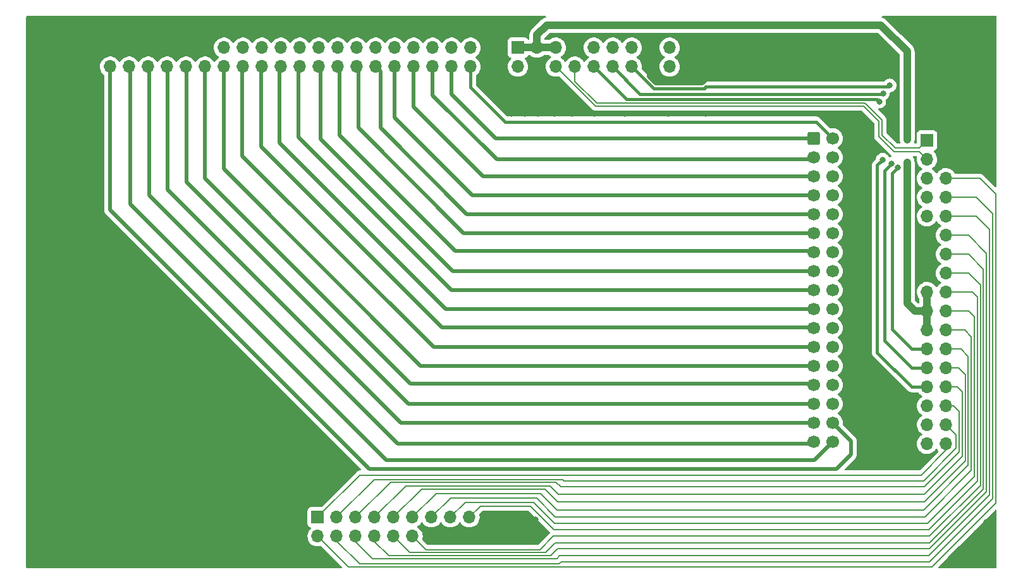
<source format=gtl>
G04 #@! TF.GenerationSoftware,KiCad,Pcbnew,(6.0.0)*
G04 #@! TF.CreationDate,2022-01-24T11:54:52+01:00*
G04 #@! TF.ProjectId,PUTM_EV_Front_Box_2022_P_ytka_Pozioma,5055544d-5f45-4565-9f46-726f6e745f42,rev?*
G04 #@! TF.SameCoordinates,Original*
G04 #@! TF.FileFunction,Copper,L1,Top*
G04 #@! TF.FilePolarity,Positive*
%FSLAX46Y46*%
G04 Gerber Fmt 4.6, Leading zero omitted, Abs format (unit mm)*
G04 Created by KiCad (PCBNEW (6.0.0)) date 2022-01-24 11:54:52*
%MOMM*%
%LPD*%
G01*
G04 APERTURE LIST*
G04 Aperture macros list*
%AMRoundRect*
0 Rectangle with rounded corners*
0 $1 Rounding radius*
0 $2 $3 $4 $5 $6 $7 $8 $9 X,Y pos of 4 corners*
0 Add a 4 corners polygon primitive as box body*
4,1,4,$2,$3,$4,$5,$6,$7,$8,$9,$2,$3,0*
0 Add four circle primitives for the rounded corners*
1,1,$1+$1,$2,$3*
1,1,$1+$1,$4,$5*
1,1,$1+$1,$6,$7*
1,1,$1+$1,$8,$9*
0 Add four rect primitives between the rounded corners*
20,1,$1+$1,$2,$3,$4,$5,0*
20,1,$1+$1,$4,$5,$6,$7,0*
20,1,$1+$1,$6,$7,$8,$9,0*
20,1,$1+$1,$8,$9,$2,$3,0*%
G04 Aperture macros list end*
G04 #@! TA.AperFunction,ComponentPad*
%ADD10R,1.700000X1.700000*%
G04 #@! TD*
G04 #@! TA.AperFunction,ComponentPad*
%ADD11O,1.700000X1.700000*%
G04 #@! TD*
G04 #@! TA.AperFunction,ComponentPad*
%ADD12RoundRect,0.250000X-0.600000X-0.600000X0.600000X-0.600000X0.600000X0.600000X-0.600000X0.600000X0*%
G04 #@! TD*
G04 #@! TA.AperFunction,ComponentPad*
%ADD13C,1.700000*%
G04 #@! TD*
G04 #@! TA.AperFunction,ComponentPad*
%ADD14C,3.800000*%
G04 #@! TD*
G04 #@! TA.AperFunction,ViaPad*
%ADD15C,0.800000*%
G04 #@! TD*
G04 #@! TA.AperFunction,ViaPad*
%ADD16C,1.000000*%
G04 #@! TD*
G04 #@! TA.AperFunction,Conductor*
%ADD17C,1.000000*%
G04 #@! TD*
G04 #@! TA.AperFunction,Conductor*
%ADD18C,0.250000*%
G04 #@! TD*
G04 #@! TA.AperFunction,Conductor*
%ADD19C,0.200000*%
G04 #@! TD*
G04 #@! TA.AperFunction,Conductor*
%ADD20C,0.400000*%
G04 #@! TD*
G04 #@! TA.AperFunction,Conductor*
%ADD21C,0.500000*%
G04 #@! TD*
G04 APERTURE END LIST*
D10*
X116150000Y-107597154D03*
D11*
X116150000Y-110137154D03*
X118690000Y-107597154D03*
X118690000Y-110137154D03*
X121230000Y-107597154D03*
X121230000Y-110137154D03*
X123770000Y-107597154D03*
X123770000Y-110137154D03*
X126310000Y-107597154D03*
X126310000Y-110137154D03*
X128850000Y-107597154D03*
X128850000Y-110137154D03*
X131390000Y-107597154D03*
X131390000Y-110137154D03*
X133930000Y-107597154D03*
X133930000Y-110137154D03*
X136470000Y-107597154D03*
X136470000Y-110137154D03*
X139010000Y-107597154D03*
X139010000Y-110137154D03*
D10*
X88360000Y-44697154D03*
D11*
X88360000Y-47237154D03*
X90900000Y-44697154D03*
X90900000Y-47237154D03*
X93440000Y-44697154D03*
X93440000Y-47237154D03*
X95980000Y-44697154D03*
X95980000Y-47237154D03*
X98520000Y-44697154D03*
X98520000Y-47237154D03*
X101060000Y-44697154D03*
X101060000Y-47237154D03*
X103600000Y-44697154D03*
X103600000Y-47237154D03*
X106140000Y-44697154D03*
X106140000Y-47237154D03*
X108680000Y-44697154D03*
X108680000Y-47237154D03*
X111220000Y-44697154D03*
X111220000Y-47237154D03*
X113760000Y-44697154D03*
X113760000Y-47237154D03*
X116300000Y-44697154D03*
X116300000Y-47237154D03*
X118840000Y-44697154D03*
X118840000Y-47237154D03*
X121380000Y-44697154D03*
X121380000Y-47237154D03*
X123920000Y-44697154D03*
X123920000Y-47237154D03*
X126460000Y-44697154D03*
X126460000Y-47237154D03*
X129000000Y-44697154D03*
X129000000Y-47237154D03*
X131540000Y-44697154D03*
X131540000Y-47237154D03*
X134080000Y-44697154D03*
X134080000Y-47237154D03*
X136620000Y-44697154D03*
X136620000Y-47237154D03*
D10*
X142970000Y-44687154D03*
D11*
X142970000Y-47227154D03*
X145510000Y-44687154D03*
X145510000Y-47227154D03*
X148050000Y-44687154D03*
X148050000Y-47227154D03*
X150590000Y-44687154D03*
X150590000Y-47227154D03*
X153130000Y-44687154D03*
X153130000Y-47227154D03*
X155670000Y-44687154D03*
X155670000Y-47227154D03*
X158210000Y-44687154D03*
X158210000Y-47227154D03*
X160750000Y-44687154D03*
X160750000Y-47227154D03*
X163290000Y-44687154D03*
X163290000Y-47227154D03*
X165830000Y-44687154D03*
X165830000Y-47227154D03*
D12*
X182570000Y-56837154D03*
D13*
X185110000Y-56837154D03*
X182570000Y-59377154D03*
X185110000Y-59377154D03*
X182570000Y-61917154D03*
X185110000Y-61917154D03*
X182570000Y-64457154D03*
X185110000Y-64457154D03*
X182570000Y-66997154D03*
X185110000Y-66997154D03*
X182570000Y-69537154D03*
X185110000Y-69537154D03*
X182570000Y-72077154D03*
X185110000Y-72077154D03*
X182570000Y-74617154D03*
X185110000Y-74617154D03*
X182570000Y-77157154D03*
X185110000Y-77157154D03*
X182570000Y-79697154D03*
X185110000Y-79697154D03*
X182570000Y-82237154D03*
X185110000Y-82237154D03*
X182570000Y-84777154D03*
X185110000Y-84777154D03*
X182570000Y-87317154D03*
X185110000Y-87317154D03*
X182570000Y-89857154D03*
X185110000Y-89857154D03*
X182570000Y-92397154D03*
X185110000Y-92397154D03*
X182570000Y-94937154D03*
X185110000Y-94937154D03*
X182570000Y-97477154D03*
X185110000Y-97477154D03*
D14*
X204570000Y-42937154D03*
X81610000Y-109940154D03*
X81590000Y-44937154D03*
X204570000Y-111937154D03*
D10*
X197740000Y-57117154D03*
D11*
X200280000Y-57117154D03*
X197740000Y-59657154D03*
X200280000Y-59657154D03*
X197740000Y-62197154D03*
X200280000Y-62197154D03*
X197740000Y-64737154D03*
X200280000Y-64737154D03*
X197740000Y-67277154D03*
X200280000Y-67277154D03*
X197740000Y-69817154D03*
X200280000Y-69817154D03*
X197740000Y-72357154D03*
X200280000Y-72357154D03*
X197740000Y-74897154D03*
X200280000Y-74897154D03*
X197740000Y-77437154D03*
X200280000Y-77437154D03*
X197740000Y-79977154D03*
X200280000Y-79977154D03*
X197740000Y-82517154D03*
X200280000Y-82517154D03*
X197740000Y-85057154D03*
X200280000Y-85057154D03*
X197740000Y-87597154D03*
X200280000Y-87597154D03*
X197740000Y-90137154D03*
X200280000Y-90137154D03*
X197740000Y-92677154D03*
X200280000Y-92677154D03*
X197740000Y-95217154D03*
X200280000Y-95217154D03*
X197740000Y-97757154D03*
X200280000Y-97757154D03*
D15*
X186970000Y-64537154D03*
X106070000Y-41937154D03*
X96070000Y-94937154D03*
X144320000Y-107937154D03*
X187570000Y-46937154D03*
X188520000Y-71487154D03*
X168120000Y-53537154D03*
X181570000Y-44937154D03*
X92570000Y-101437154D03*
X189570000Y-78187154D03*
X189320000Y-74437154D03*
X189320000Y-86437154D03*
X188070000Y-63337154D03*
X186970000Y-61137154D03*
X108070000Y-93937154D03*
X112570000Y-101937154D03*
X137070000Y-41937154D03*
X190570000Y-44937154D03*
X192570000Y-46937154D03*
X188070000Y-60037154D03*
X115070000Y-41937154D03*
X143320000Y-107937154D03*
X189170000Y-63337154D03*
X85070000Y-84437154D03*
X145670000Y-53537154D03*
X83070000Y-51937154D03*
X101070000Y-105437154D03*
X104070000Y-101937154D03*
X144320000Y-109937154D03*
X186970000Y-57837154D03*
D16*
X189770000Y-98487154D03*
D15*
X172570000Y-44937154D03*
X94070000Y-77937154D03*
X206070000Y-45937154D03*
X145670000Y-51837154D03*
X185870000Y-54537154D03*
X186970000Y-55637154D03*
X145320000Y-108937154D03*
X187970000Y-53537154D03*
X91570000Y-81437154D03*
X188070000Y-58937154D03*
X188670000Y-80787154D03*
X140470000Y-48937154D03*
X184570000Y-44937154D03*
X186970000Y-62237154D03*
X153170000Y-53537154D03*
X186970000Y-63337154D03*
X108570000Y-108937154D03*
X101070000Y-110437154D03*
X145320000Y-109937154D03*
X142170000Y-51837154D03*
X140470000Y-51837154D03*
X187970000Y-54537154D03*
X96570000Y-81937154D03*
X167570000Y-46937154D03*
X140470000Y-47537154D03*
X147820000Y-51837154D03*
X181570000Y-46937154D03*
X184870000Y-53537154D03*
X84570000Y-94437154D03*
X170920000Y-45887154D03*
X144320000Y-108937154D03*
X184870000Y-54537154D03*
X86570000Y-61937154D03*
X150220000Y-51887154D03*
X187570000Y-44937154D03*
X188070000Y-56737154D03*
X83070000Y-67937154D03*
X150270000Y-53537154D03*
X178570000Y-44937154D03*
X183770000Y-53537154D03*
X140470000Y-42937154D03*
X118070000Y-101437154D03*
X143320000Y-109937154D03*
X87070000Y-79437154D03*
X92570000Y-87437154D03*
X197870000Y-50937154D03*
X201570000Y-41437154D03*
X186970000Y-59937154D03*
X141320000Y-109937154D03*
X145320000Y-107937154D03*
X142320000Y-108937154D03*
X188070000Y-57837154D03*
X189170000Y-64537154D03*
X190070000Y-93287154D03*
X99570000Y-96437154D03*
X205670000Y-108237154D03*
X190570000Y-46937154D03*
X172570000Y-46937154D03*
X188070000Y-64537154D03*
X100070000Y-86437154D03*
X186970000Y-54537154D03*
X84070000Y-60937154D03*
X107070000Y-96937154D03*
X140470000Y-41337154D03*
X186970000Y-53537154D03*
X140470000Y-44537154D03*
X200570000Y-53537154D03*
X140470000Y-50337154D03*
X84070000Y-104437154D03*
X188070000Y-62237154D03*
X163070000Y-53537154D03*
X201070000Y-113337154D03*
X141320000Y-107937154D03*
X197870000Y-48637154D03*
X178570000Y-46937154D03*
X147820000Y-53537154D03*
X86570000Y-97437154D03*
X167570000Y-44937154D03*
X90570000Y-73937154D03*
X143320000Y-108937154D03*
X188070000Y-61137154D03*
X197870000Y-53637154D03*
X106070000Y-90937154D03*
X85070000Y-70437154D03*
X143870000Y-53537154D03*
X175570000Y-46937154D03*
X88570000Y-92937154D03*
X102070000Y-89437154D03*
X175570000Y-44937154D03*
X186970000Y-58937154D03*
X142320000Y-107937154D03*
X185870000Y-53537154D03*
X93070000Y-108437154D03*
X124070000Y-41937154D03*
X84100000Y-41414154D03*
X86070000Y-54937154D03*
X197570000Y-45687154D03*
X157220000Y-53537154D03*
X186970000Y-56737154D03*
X142070000Y-53537154D03*
X187970000Y-55637154D03*
X143870000Y-51837154D03*
X141320000Y-108937154D03*
X132070000Y-41937154D03*
X142320000Y-109937154D03*
X200570000Y-50937154D03*
X96570000Y-41937154D03*
X83070000Y-77437154D03*
X184570000Y-46937154D03*
X200470000Y-48537154D03*
X193570000Y-90937154D03*
D16*
X190420000Y-89837154D03*
D15*
X169570000Y-44937154D03*
X195070000Y-60041154D03*
X195070000Y-56993154D03*
X193850000Y-60747654D03*
X192750000Y-49750000D03*
X192950000Y-60250000D03*
X191850000Y-50800000D03*
X191350000Y-51900000D03*
X191800000Y-59700000D03*
D17*
X161520480Y-49262634D02*
X167544520Y-49262634D01*
X167544520Y-49262634D02*
X170920000Y-45887154D01*
X160750000Y-47227154D02*
X160750000Y-48492154D01*
D18*
X160750000Y-47227154D02*
X160750000Y-47467154D01*
D17*
X160750000Y-44687154D02*
X160750000Y-47227154D01*
X160750000Y-48492154D02*
X161520480Y-49262634D01*
D19*
X198070000Y-110137154D02*
X204886030Y-103321124D01*
X204886030Y-103321124D02*
X204886030Y-76481184D01*
X203302000Y-74897154D02*
X200280000Y-74897154D01*
X145870000Y-111937154D02*
X147670000Y-110137154D01*
X130650000Y-111937154D02*
X145870000Y-111937154D01*
X147670000Y-110137154D02*
X198070000Y-110137154D01*
X204886030Y-76481184D02*
X203302000Y-74897154D01*
X128850000Y-110137154D02*
X130650000Y-111937154D01*
X128509519Y-112336673D02*
X126310000Y-110137154D01*
X205286040Y-74341194D02*
X205286040Y-103821114D01*
X146670481Y-112336673D02*
X128509519Y-112336673D01*
X203302000Y-72357154D02*
X205286040Y-74341194D01*
X198070000Y-111037154D02*
X147970000Y-111037154D01*
X200280000Y-72357154D02*
X203302000Y-72357154D01*
X205286040Y-103821114D02*
X198070000Y-111037154D01*
X147970000Y-111037154D02*
X146670481Y-112336673D01*
X123770000Y-110837154D02*
X123770000Y-110137154D01*
X205718000Y-72233154D02*
X205718000Y-104189154D01*
X125669039Y-112736193D02*
X123770000Y-110837154D01*
X200280000Y-69817154D02*
X203302000Y-69817154D01*
X148270000Y-111837154D02*
X147370961Y-112736193D01*
X203302000Y-69817154D02*
X205718000Y-72233154D01*
X198070000Y-111837154D02*
X148270000Y-111837154D01*
X147370961Y-112736193D02*
X125669039Y-112736193D01*
X205718000Y-104189154D02*
X198070000Y-111837154D01*
X204318000Y-67277154D02*
X206118010Y-69077164D01*
X148570000Y-112737154D02*
X148171441Y-113135713D01*
X206118010Y-69077164D02*
X206118010Y-104639144D01*
X206118010Y-104639144D02*
X198020000Y-112737154D01*
X200280000Y-67277154D02*
X204318000Y-67277154D01*
X123468559Y-113135713D02*
X121230000Y-110897154D01*
X148171441Y-113135713D02*
X123468559Y-113135713D01*
X121230000Y-110897154D02*
X121230000Y-110137154D01*
X198020000Y-112737154D02*
X148570000Y-112737154D01*
X198070000Y-113537154D02*
X148770000Y-113537154D01*
X206518020Y-105089134D02*
X198070000Y-113537154D01*
X148470000Y-113837154D02*
X121770000Y-113837154D01*
X118690000Y-110757154D02*
X118690000Y-110137154D01*
X200280000Y-64737154D02*
X204318000Y-64737154D01*
X148770000Y-113537154D02*
X148470000Y-113837154D01*
X206518020Y-66937174D02*
X206518020Y-105089134D01*
X121770000Y-113837154D02*
X118690000Y-110757154D01*
X204318000Y-64737154D02*
X206518020Y-66937174D01*
X198370000Y-114237154D02*
X120250000Y-114237154D01*
X204826000Y-62197154D02*
X206918030Y-64289184D01*
X120250000Y-114237154D02*
X116150000Y-110137154D01*
X200280000Y-62197154D02*
X204826000Y-62197154D01*
X206918030Y-105689124D02*
X198370000Y-114237154D01*
X206918030Y-64289184D02*
X206918030Y-105689124D01*
X204486020Y-78113174D02*
X203810000Y-77437154D01*
X197970000Y-109237154D02*
X204486020Y-102721134D01*
X136470000Y-107597154D02*
X137930000Y-106137154D01*
X137930000Y-106137154D02*
X144670000Y-106137154D01*
X204486020Y-102721134D02*
X204486020Y-78113174D01*
X144670000Y-106137154D02*
X147770000Y-109237154D01*
X147770000Y-109237154D02*
X197970000Y-109237154D01*
X203810000Y-77437154D02*
X200280000Y-77437154D01*
X200280000Y-79977154D02*
X203302000Y-79977154D01*
X204086010Y-102121144D02*
X197770000Y-108437154D01*
X145070000Y-105637154D02*
X135890000Y-105637154D01*
X204086010Y-80761164D02*
X204086010Y-102121144D01*
X135890000Y-105637154D02*
X133930000Y-107597154D01*
X197770000Y-108437154D02*
X147870000Y-108437154D01*
X147870000Y-108437154D02*
X145070000Y-105637154D01*
X203302000Y-79977154D02*
X204086010Y-80761164D01*
X202794000Y-82517154D02*
X200280000Y-82517154D01*
X145470000Y-105037154D02*
X147970000Y-107537154D01*
X131390000Y-107597154D02*
X133950000Y-105037154D01*
X203686000Y-101321154D02*
X203686000Y-83409154D01*
X197470000Y-107537154D02*
X203686000Y-101321154D01*
X133950000Y-105037154D02*
X145470000Y-105037154D01*
X147970000Y-107537154D02*
X197470000Y-107537154D01*
X203686000Y-83409154D02*
X202794000Y-82517154D01*
X197270000Y-106637154D02*
X148170000Y-106637154D01*
X203254040Y-100653114D02*
X197270000Y-106637154D01*
X202286000Y-85057154D02*
X203254040Y-86025194D01*
X203254040Y-86025194D02*
X203254040Y-100653114D01*
X132010000Y-104437154D02*
X128850000Y-107597154D01*
X145970000Y-104437154D02*
X132010000Y-104437154D01*
X148170000Y-106637154D02*
X145970000Y-104437154D01*
X200280000Y-85057154D02*
X202286000Y-85057154D01*
X202854030Y-88489154D02*
X202854030Y-100053124D01*
X146570000Y-103837154D02*
X130070000Y-103837154D01*
X200280000Y-87597154D02*
X201962030Y-87597154D01*
X197370000Y-105537154D02*
X148270000Y-105537154D01*
X201962030Y-87597154D02*
X202854030Y-88489154D01*
X148270000Y-105537154D02*
X146570000Y-103837154D01*
X130070000Y-103837154D02*
X126310000Y-107597154D01*
X202854030Y-100053124D02*
X197370000Y-105537154D01*
X148370000Y-104537154D02*
X147270481Y-103437635D01*
X200280000Y-90137154D02*
X201778000Y-90137154D01*
X202454020Y-90813174D02*
X202454020Y-99453134D01*
X201778000Y-90137154D02*
X202454020Y-90813174D01*
X197370000Y-104537154D02*
X148370000Y-104537154D01*
X202454020Y-99453134D02*
X197370000Y-104537154D01*
X127929519Y-103437635D02*
X123770000Y-107597154D01*
X147270481Y-103437635D02*
X127929519Y-103437635D01*
X201270000Y-92677154D02*
X202054010Y-93461164D01*
X202054010Y-98853144D02*
X197370000Y-103537154D01*
X200280000Y-92677154D02*
X201270000Y-92677154D01*
X125890000Y-102937154D02*
X121230000Y-107597154D01*
X197370000Y-103537154D02*
X148670000Y-103537154D01*
X148070000Y-102937154D02*
X125890000Y-102937154D01*
X148670000Y-103537154D02*
X148070000Y-102937154D01*
X202054010Y-93461164D02*
X202054010Y-98853144D01*
X148969520Y-102537634D02*
X123749520Y-102537634D01*
X149170000Y-102737154D02*
X148970000Y-102537154D01*
X123749520Y-102537634D02*
X118690000Y-107597154D01*
X201654000Y-96591154D02*
X201654000Y-98353154D01*
X201654000Y-98353154D02*
X197270000Y-102737154D01*
X148970000Y-102537154D02*
X148969520Y-102537634D01*
X197270000Y-102737154D02*
X149170000Y-102737154D01*
X200280000Y-95217154D02*
X201654000Y-96591154D01*
X200280000Y-97757154D02*
X200280000Y-98627154D01*
X196970000Y-101937154D02*
X121810000Y-101937154D01*
X121810000Y-101937154D02*
X116150000Y-107597154D01*
X200280000Y-98627154D02*
X196970000Y-101937154D01*
D20*
X136620000Y-49987154D02*
X136620000Y-47237154D01*
X185110000Y-56837154D02*
X182909511Y-54636665D01*
X141269511Y-54636665D02*
X136620000Y-49987154D01*
X182909511Y-54636665D02*
X141269511Y-54636665D01*
D21*
X139970000Y-56837154D02*
X134080000Y-50947154D01*
X134080000Y-50947154D02*
X134080000Y-47237154D01*
X182570000Y-56837154D02*
X139970000Y-56837154D01*
X136130000Y-66997154D02*
X182570000Y-66997154D01*
X123920000Y-47237154D02*
X124570000Y-47887154D01*
X124570000Y-47887154D02*
X124570000Y-55437154D01*
X124570000Y-55437154D02*
X136130000Y-66997154D01*
X121570000Y-55437154D02*
X121570000Y-47427154D01*
X182570000Y-69537154D02*
X135670000Y-69537154D01*
X135670000Y-69537154D02*
X121570000Y-55437154D01*
X121570000Y-47427154D02*
X121380000Y-47237154D01*
X119070000Y-47467154D02*
X118840000Y-47237154D01*
X119070000Y-56437154D02*
X119070000Y-47467154D01*
X182570000Y-72077154D02*
X182430000Y-71937154D01*
X134570000Y-71937154D02*
X119070000Y-56437154D01*
X182430000Y-71937154D02*
X134570000Y-71937154D01*
X116570000Y-56937154D02*
X116570000Y-47507154D01*
X116570000Y-47507154D02*
X116300000Y-47237154D01*
X182570000Y-74617154D02*
X134250000Y-74617154D01*
X134250000Y-74617154D02*
X116570000Y-56937154D01*
X113570000Y-47427154D02*
X113760000Y-47237154D01*
X113570000Y-56687154D02*
X113570000Y-47427154D01*
X134040000Y-77157154D02*
X113570000Y-56687154D01*
X182570000Y-77157154D02*
X134040000Y-77157154D01*
X133330000Y-79697154D02*
X111070000Y-57437154D01*
X182570000Y-79697154D02*
X133330000Y-79697154D01*
X111070000Y-57437154D02*
X111070000Y-47387154D01*
X111070000Y-47387154D02*
X111220000Y-47237154D01*
X108680000Y-47237154D02*
X108570000Y-47347154D01*
X182520000Y-82187154D02*
X182570000Y-82237154D01*
X132820000Y-82187154D02*
X182520000Y-82187154D01*
X108570000Y-57937154D02*
X132820000Y-82187154D01*
X108570000Y-47347154D02*
X108570000Y-57937154D01*
X106070000Y-47307154D02*
X106070000Y-59187154D01*
X131660000Y-84777154D02*
X182570000Y-84777154D01*
X106140000Y-47237154D02*
X106070000Y-47307154D01*
X106070000Y-59187154D02*
X131660000Y-84777154D01*
X103570000Y-47267154D02*
X103570000Y-60937154D01*
X103570000Y-60937154D02*
X129950000Y-87317154D01*
X129950000Y-87317154D02*
X182570000Y-87317154D01*
X103600000Y-47237154D02*
X103570000Y-47267154D01*
X101070000Y-62187154D02*
X128570000Y-89687154D01*
X182400000Y-89687154D02*
X182570000Y-89857154D01*
X101070000Y-47247154D02*
X101070000Y-62187154D01*
X128570000Y-89687154D02*
X182400000Y-89687154D01*
X101060000Y-47237154D02*
X101070000Y-47247154D01*
X98520000Y-47237154D02*
X98570000Y-47287154D01*
X128320000Y-92437154D02*
X182530000Y-92437154D01*
X182530000Y-92437154D02*
X182570000Y-92397154D01*
X98570000Y-47287154D02*
X98570000Y-62687154D01*
X98570000Y-62687154D02*
X128320000Y-92437154D01*
X96070000Y-47327154D02*
X96070000Y-63687154D01*
X127320000Y-94937154D02*
X182570000Y-94937154D01*
X95980000Y-47237154D02*
X96070000Y-47327154D01*
X96070000Y-63687154D02*
X127320000Y-94937154D01*
X126890000Y-97757154D02*
X182290000Y-97757154D01*
X93440000Y-47237154D02*
X93570000Y-47367154D01*
X182290000Y-97757154D02*
X182570000Y-97477154D01*
X93570000Y-64437154D02*
X126890000Y-97757154D01*
X93570000Y-47367154D02*
X93570000Y-64437154D01*
D17*
X145510000Y-42997154D02*
X146820000Y-41687154D01*
X145510000Y-44687154D02*
X142970000Y-44687154D01*
X146820000Y-41687154D02*
X191570000Y-41687154D01*
X197740000Y-82517154D02*
X197740000Y-79977154D01*
X195070000Y-78937154D02*
X196110000Y-79977154D01*
X195070000Y-45187154D02*
X195070000Y-56993154D01*
X145510000Y-44687154D02*
X145510000Y-42997154D01*
X196110000Y-79977154D02*
X197740000Y-79977154D01*
X145510000Y-44687154D02*
X148050000Y-44687154D01*
X195070000Y-60041154D02*
X195070000Y-78937154D01*
X191570000Y-41687154D02*
X195070000Y-45187154D01*
X197740000Y-79977154D02*
X197740000Y-77437154D01*
D21*
X140154228Y-59687154D02*
X131540000Y-51072926D01*
X182570000Y-59377154D02*
X182260000Y-59687154D01*
X182260000Y-59687154D02*
X140154228Y-59687154D01*
X131540000Y-51072926D02*
X131540000Y-47237154D01*
D20*
X160935733Y-49950000D02*
X160932846Y-49950000D01*
X193070000Y-82445154D02*
X195682000Y-85057154D01*
X167917113Y-50162154D02*
X161147887Y-50162154D01*
X168129268Y-49950000D02*
X167917113Y-50162154D01*
X160932846Y-49950000D02*
X158210000Y-47227154D01*
X192550000Y-49950000D02*
X168129268Y-49950000D01*
X161147887Y-50162154D02*
X160935733Y-49950000D01*
X192750000Y-49750000D02*
X192550000Y-49950000D01*
X193850000Y-60747654D02*
X193070000Y-61527654D01*
X193070000Y-61527654D02*
X193070000Y-82445154D01*
X195682000Y-85057154D02*
X197740000Y-85057154D01*
X191762846Y-50887154D02*
X159330000Y-50887154D01*
X192950000Y-60250000D02*
X192070000Y-61130000D01*
X195682000Y-87597154D02*
X197740000Y-87597154D01*
X191850000Y-50800000D02*
X191762846Y-50887154D01*
X159330000Y-50887154D02*
X155670000Y-47227154D01*
X192070000Y-61130000D02*
X192070000Y-83985154D01*
X192070000Y-83985154D02*
X195682000Y-87597154D01*
X157490000Y-51587154D02*
X153130000Y-47227154D01*
X191070000Y-85525154D02*
X195682000Y-90137154D01*
X191800000Y-59700000D02*
X191070000Y-60430000D01*
X195682000Y-90137154D02*
X197740000Y-90137154D01*
X191037154Y-51587154D02*
X157490000Y-51587154D01*
X191070000Y-60430000D02*
X191070000Y-85525154D01*
X191350000Y-51900000D02*
X191037154Y-51587154D01*
D19*
X150590000Y-49202148D02*
X150590000Y-47227154D01*
X189094313Y-52137635D02*
X153525486Y-52137634D01*
X191719000Y-56391954D02*
X191719000Y-54359954D01*
X197740000Y-57117154D02*
X196695000Y-58162154D01*
X191719000Y-54359954D02*
X189521200Y-52162154D01*
X196695000Y-58162154D02*
X193489200Y-58162154D01*
X189449806Y-52162154D02*
X189425286Y-52137634D01*
X193489200Y-58162154D02*
X191719000Y-56391954D01*
X153525486Y-52137634D02*
X150590000Y-49202148D01*
X189425286Y-52137634D02*
X189094313Y-52137635D01*
X189521200Y-52162154D02*
X189449806Y-52162154D01*
X193302800Y-58612154D02*
X191269000Y-56578354D01*
X191269000Y-54546354D02*
X189259800Y-52537154D01*
X189259800Y-52537154D02*
X153360000Y-52537154D01*
X191269000Y-56578354D02*
X191269000Y-54546354D01*
X197740000Y-59657154D02*
X196695000Y-58612154D01*
X153360000Y-52537154D02*
X148050000Y-47227154D01*
X196695000Y-58612154D02*
X193302800Y-58612154D01*
D21*
X182570000Y-61917154D02*
X182550000Y-61937154D01*
X182550000Y-61937154D02*
X138314190Y-61937154D01*
X129000000Y-52622964D02*
X129000000Y-47237154D01*
X138314190Y-61937154D02*
X129000000Y-52622964D01*
X136840000Y-64457154D02*
X182570000Y-64457154D01*
X126460000Y-47237154D02*
X126460000Y-54077154D01*
X126460000Y-54077154D02*
X136840000Y-64457154D01*
X91070000Y-47407154D02*
X90900000Y-47237154D01*
X125320000Y-99937154D02*
X91070000Y-65687154D01*
X91070000Y-65687154D02*
X91070000Y-47407154D01*
X185110000Y-97477154D02*
X182650000Y-99937154D01*
X182650000Y-99937154D02*
X125320000Y-99937154D01*
X187570000Y-97397154D02*
X185110000Y-94937154D01*
X88360000Y-47237154D02*
X88320000Y-47277154D01*
X185609520Y-101147634D02*
X187570000Y-99187154D01*
X187570000Y-99187154D02*
X187570000Y-97397154D01*
X88320000Y-66437154D02*
X123030480Y-101147634D01*
X123030480Y-101147634D02*
X185609520Y-101147634D01*
X88320000Y-47277154D02*
X88320000Y-66437154D01*
G04 #@! TA.AperFunction,Conductor*
G36*
X166970000Y-43237154D02*
G01*
X167470000Y-43387154D01*
X167420000Y-48587154D01*
X167070000Y-48637154D01*
X166270000Y-48687154D01*
X165620000Y-48737154D01*
X165120000Y-48487154D01*
X164770000Y-48137154D01*
X164770000Y-47137154D01*
X164820000Y-43337154D01*
X166020000Y-43137154D01*
X166970000Y-43237154D01*
G37*
G04 #@! TD.AperFunction*
G04 #@! TA.AperFunction,Conductor*
G36*
X146661425Y-40465156D02*
G01*
X146707918Y-40518812D01*
X146718022Y-40589086D01*
X146688528Y-40653666D01*
X146628802Y-40692050D01*
X146625600Y-40692835D01*
X146623167Y-40693074D01*
X146534166Y-40719945D01*
X146533033Y-40720280D01*
X146449586Y-40744524D01*
X146449582Y-40744526D01*
X146443664Y-40746245D01*
X146438932Y-40748698D01*
X146433831Y-40750238D01*
X146428388Y-40753132D01*
X146351740Y-40793885D01*
X146350574Y-40794497D01*
X146273547Y-40834425D01*
X146268074Y-40837262D01*
X146263911Y-40840585D01*
X146259204Y-40843088D01*
X146254429Y-40846982D01*
X146254428Y-40846983D01*
X146187102Y-40901893D01*
X146186075Y-40902721D01*
X146149792Y-40931685D01*
X146149787Y-40931690D01*
X146147028Y-40933892D01*
X146144527Y-40936393D01*
X146143809Y-40937035D01*
X146139461Y-40940748D01*
X146105938Y-40968089D01*
X146102015Y-40972831D01*
X146102013Y-40972833D01*
X146076703Y-41003427D01*
X146068713Y-41012207D01*
X144840621Y-42240299D01*
X144830478Y-42249401D01*
X144800975Y-42273122D01*
X144797008Y-42277850D01*
X144768709Y-42311575D01*
X144765528Y-42315223D01*
X144763885Y-42317035D01*
X144761691Y-42319229D01*
X144734358Y-42352503D01*
X144733696Y-42353301D01*
X144673846Y-42424628D01*
X144671278Y-42429298D01*
X144667897Y-42433415D01*
X144636860Y-42491299D01*
X144624023Y-42515240D01*
X144623394Y-42516399D01*
X144581538Y-42592535D01*
X144581535Y-42592543D01*
X144578567Y-42597941D01*
X144576955Y-42603023D01*
X144574438Y-42607717D01*
X144547238Y-42696685D01*
X144546918Y-42697713D01*
X144518765Y-42786460D01*
X144518171Y-42791756D01*
X144516613Y-42796852D01*
X144515990Y-42802988D01*
X144507218Y-42889341D01*
X144507089Y-42890547D01*
X144501500Y-42940381D01*
X144501500Y-42943908D01*
X144501445Y-42944893D01*
X144500998Y-42950573D01*
X144496626Y-42993616D01*
X144497206Y-42999747D01*
X144500941Y-43039263D01*
X144501500Y-43051121D01*
X144501500Y-43522298D01*
X144481498Y-43590419D01*
X144427842Y-43636912D01*
X144357568Y-43647016D01*
X144292988Y-43617522D01*
X144270946Y-43590201D01*
X144270615Y-43590449D01*
X144241613Y-43551752D01*
X144183261Y-43473893D01*
X144066705Y-43386539D01*
X143930316Y-43335409D01*
X143868134Y-43328654D01*
X142071866Y-43328654D01*
X142009684Y-43335409D01*
X141873295Y-43386539D01*
X141756739Y-43473893D01*
X141669385Y-43590449D01*
X141618255Y-43726838D01*
X141611500Y-43789020D01*
X141611500Y-45585288D01*
X141618255Y-45647470D01*
X141669385Y-45783859D01*
X141756739Y-45900415D01*
X141873295Y-45987769D01*
X141881704Y-45990921D01*
X141881705Y-45990922D01*
X141990451Y-46031689D01*
X142047216Y-46074330D01*
X142071916Y-46140892D01*
X142056709Y-46210241D01*
X142037316Y-46236722D01*
X141910629Y-46369292D01*
X141907720Y-46373557D01*
X141907714Y-46373565D01*
X141895409Y-46391604D01*
X141784743Y-46553834D01*
X141766566Y-46592994D01*
X141694355Y-46748560D01*
X141690688Y-46756459D01*
X141630989Y-46971724D01*
X141607251Y-47193849D01*
X141607548Y-47199002D01*
X141607548Y-47199005D01*
X141613779Y-47307062D01*
X141620110Y-47416869D01*
X141621247Y-47421915D01*
X141621248Y-47421921D01*
X141623502Y-47431921D01*
X141669222Y-47634793D01*
X141753266Y-47841770D01*
X141804019Y-47924592D01*
X141867291Y-48027842D01*
X141869987Y-48032242D01*
X142016250Y-48201092D01*
X142188126Y-48343786D01*
X142381000Y-48456492D01*
X142385825Y-48458334D01*
X142385826Y-48458335D01*
X142413674Y-48468969D01*
X142589692Y-48536184D01*
X142594760Y-48537215D01*
X142594763Y-48537216D01*
X142661423Y-48550778D01*
X142808597Y-48580721D01*
X142813772Y-48580911D01*
X142813774Y-48580911D01*
X143026673Y-48588718D01*
X143026677Y-48588718D01*
X143031837Y-48588907D01*
X143036957Y-48588251D01*
X143036959Y-48588251D01*
X143248288Y-48561179D01*
X143248289Y-48561179D01*
X143253416Y-48560522D01*
X143258376Y-48559034D01*
X143462429Y-48497815D01*
X143462434Y-48497813D01*
X143467384Y-48496328D01*
X143667994Y-48398050D01*
X143849860Y-48268327D01*
X143855964Y-48262245D01*
X143985526Y-48133134D01*
X144008096Y-48110643D01*
X144014992Y-48101047D01*
X144138453Y-47929231D01*
X144139640Y-47930084D01*
X144186960Y-47886516D01*
X144256897Y-47874299D01*
X144322338Y-47901832D01*
X144350166Y-47933665D01*
X144407694Y-48027542D01*
X144413777Y-48035853D01*
X144553213Y-48196821D01*
X144560580Y-48204037D01*
X144724434Y-48340070D01*
X144732881Y-48345985D01*
X144916756Y-48453433D01*
X144926042Y-48457883D01*
X145125001Y-48533857D01*
X145134899Y-48536733D01*
X145238250Y-48557760D01*
X145252299Y-48556564D01*
X145256000Y-48546219D01*
X145256000Y-47099154D01*
X145276002Y-47031033D01*
X145329658Y-46984540D01*
X145382000Y-46973154D01*
X145638000Y-46973154D01*
X145706121Y-46993156D01*
X145752614Y-47046812D01*
X145764000Y-47099154D01*
X145764000Y-48545671D01*
X145768064Y-48559513D01*
X145781478Y-48561547D01*
X145788184Y-48560688D01*
X145798262Y-48558546D01*
X146002255Y-48497345D01*
X146011842Y-48493587D01*
X146203095Y-48399893D01*
X146211945Y-48394618D01*
X146385328Y-48270946D01*
X146393200Y-48264293D01*
X146544052Y-48113966D01*
X146550730Y-48106119D01*
X146678022Y-47928973D01*
X146679279Y-47929876D01*
X146726373Y-47886516D01*
X146796311Y-47874299D01*
X146861751Y-47901832D01*
X146889579Y-47933665D01*
X146949987Y-48032242D01*
X147096250Y-48201092D01*
X147268126Y-48343786D01*
X147461000Y-48456492D01*
X147465825Y-48458334D01*
X147465826Y-48458335D01*
X147493674Y-48468969D01*
X147669692Y-48536184D01*
X147674760Y-48537215D01*
X147674763Y-48537216D01*
X147741423Y-48550778D01*
X147888597Y-48580721D01*
X147893772Y-48580911D01*
X147893774Y-48580911D01*
X148106673Y-48588718D01*
X148106677Y-48588718D01*
X148111837Y-48588907D01*
X148116957Y-48588251D01*
X148116959Y-48588251D01*
X148227017Y-48574152D01*
X148333416Y-48560522D01*
X148338370Y-48559036D01*
X148338378Y-48559034D01*
X148407023Y-48538439D01*
X148478018Y-48538021D01*
X148532326Y-48570029D01*
X151499451Y-51537154D01*
X139171970Y-51537154D01*
X137365405Y-49730589D01*
X137331379Y-49668277D01*
X137328500Y-49641494D01*
X137328500Y-48465451D01*
X137348502Y-48397330D01*
X137381332Y-48362872D01*
X137495656Y-48281326D01*
X137495659Y-48281324D01*
X137499860Y-48278327D01*
X137515999Y-48262245D01*
X137645561Y-48133134D01*
X137658096Y-48120643D01*
X137661116Y-48116441D01*
X137785435Y-47943431D01*
X137788453Y-47939231D01*
X137793077Y-47929876D01*
X137885136Y-47743607D01*
X137885137Y-47743605D01*
X137887430Y-47738965D01*
X137952370Y-47525223D01*
X137981529Y-47303744D01*
X137983156Y-47237154D01*
X137964852Y-47014515D01*
X137910431Y-46797856D01*
X137821354Y-46592994D01*
X137700014Y-46405431D01*
X137549670Y-46240205D01*
X137545619Y-46237006D01*
X137545615Y-46237002D01*
X137378414Y-46104954D01*
X137378410Y-46104952D01*
X137374359Y-46101752D01*
X137333053Y-46078950D01*
X137283084Y-46028518D01*
X137268312Y-45959075D01*
X137293428Y-45892670D01*
X137320780Y-45866063D01*
X137383146Y-45821578D01*
X137499860Y-45738327D01*
X137506883Y-45731329D01*
X137619798Y-45618807D01*
X137658096Y-45580643D01*
X137662661Y-45574291D01*
X137785435Y-45403431D01*
X137788453Y-45399231D01*
X137793396Y-45389231D01*
X137885136Y-45203607D01*
X137885137Y-45203605D01*
X137887430Y-45198965D01*
X137952370Y-44985223D01*
X137981529Y-44763744D01*
X137983156Y-44697154D01*
X137964852Y-44474515D01*
X137910431Y-44257856D01*
X137821354Y-44052994D01*
X137700014Y-43865431D01*
X137549670Y-43700205D01*
X137545619Y-43697006D01*
X137545615Y-43697002D01*
X137378414Y-43564954D01*
X137378410Y-43564952D01*
X137374359Y-43561752D01*
X137362045Y-43554954D01*
X137246970Y-43491430D01*
X137178789Y-43453792D01*
X137173920Y-43452068D01*
X137173916Y-43452066D01*
X136973087Y-43380949D01*
X136973083Y-43380948D01*
X136968212Y-43379223D01*
X136963119Y-43378316D01*
X136963116Y-43378315D01*
X136753373Y-43340954D01*
X136753367Y-43340953D01*
X136748284Y-43340048D01*
X136674452Y-43339146D01*
X136530081Y-43337382D01*
X136530079Y-43337382D01*
X136524911Y-43337319D01*
X136304091Y-43371109D01*
X136091756Y-43440511D01*
X136040718Y-43467080D01*
X135906038Y-43537190D01*
X135893607Y-43543661D01*
X135889474Y-43546764D01*
X135889471Y-43546766D01*
X135719100Y-43674684D01*
X135714965Y-43677789D01*
X135699097Y-43694394D01*
X135565805Y-43833876D01*
X135560629Y-43839292D01*
X135453201Y-43996775D01*
X135398293Y-44041775D01*
X135327768Y-44049946D01*
X135264021Y-44018692D01*
X135243324Y-43994208D01*
X135162822Y-43869771D01*
X135162820Y-43869768D01*
X135160014Y-43865431D01*
X135009670Y-43700205D01*
X135005619Y-43697006D01*
X135005615Y-43697002D01*
X134838414Y-43564954D01*
X134838410Y-43564952D01*
X134834359Y-43561752D01*
X134822045Y-43554954D01*
X134706970Y-43491430D01*
X134638789Y-43453792D01*
X134633920Y-43452068D01*
X134633916Y-43452066D01*
X134433087Y-43380949D01*
X134433083Y-43380948D01*
X134428212Y-43379223D01*
X134423119Y-43378316D01*
X134423116Y-43378315D01*
X134213373Y-43340954D01*
X134213367Y-43340953D01*
X134208284Y-43340048D01*
X134134452Y-43339146D01*
X133990081Y-43337382D01*
X133990079Y-43337382D01*
X133984911Y-43337319D01*
X133764091Y-43371109D01*
X133551756Y-43440511D01*
X133500718Y-43467080D01*
X133366038Y-43537190D01*
X133353607Y-43543661D01*
X133349474Y-43546764D01*
X133349471Y-43546766D01*
X133179100Y-43674684D01*
X133174965Y-43677789D01*
X133159097Y-43694394D01*
X133025805Y-43833876D01*
X133020629Y-43839292D01*
X132913201Y-43996775D01*
X132858293Y-44041775D01*
X132787768Y-44049946D01*
X132724021Y-44018692D01*
X132703324Y-43994208D01*
X132622822Y-43869771D01*
X132622820Y-43869768D01*
X132620014Y-43865431D01*
X132469670Y-43700205D01*
X132465619Y-43697006D01*
X132465615Y-43697002D01*
X132298414Y-43564954D01*
X132298410Y-43564952D01*
X132294359Y-43561752D01*
X132282045Y-43554954D01*
X132166970Y-43491430D01*
X132098789Y-43453792D01*
X132093920Y-43452068D01*
X132093916Y-43452066D01*
X131893087Y-43380949D01*
X131893083Y-43380948D01*
X131888212Y-43379223D01*
X131883119Y-43378316D01*
X131883116Y-43378315D01*
X131673373Y-43340954D01*
X131673367Y-43340953D01*
X131668284Y-43340048D01*
X131594452Y-43339146D01*
X131450081Y-43337382D01*
X131450079Y-43337382D01*
X131444911Y-43337319D01*
X131224091Y-43371109D01*
X131011756Y-43440511D01*
X130960718Y-43467080D01*
X130826038Y-43537190D01*
X130813607Y-43543661D01*
X130809474Y-43546764D01*
X130809471Y-43546766D01*
X130639100Y-43674684D01*
X130634965Y-43677789D01*
X130619097Y-43694394D01*
X130485805Y-43833876D01*
X130480629Y-43839292D01*
X130373201Y-43996775D01*
X130318293Y-44041775D01*
X130247768Y-44049946D01*
X130184021Y-44018692D01*
X130163324Y-43994208D01*
X130082822Y-43869771D01*
X130082820Y-43869768D01*
X130080014Y-43865431D01*
X129929670Y-43700205D01*
X129925619Y-43697006D01*
X129925615Y-43697002D01*
X129758414Y-43564954D01*
X129758410Y-43564952D01*
X129754359Y-43561752D01*
X129742045Y-43554954D01*
X129626970Y-43491430D01*
X129558789Y-43453792D01*
X129553920Y-43452068D01*
X129553916Y-43452066D01*
X129353087Y-43380949D01*
X129353083Y-43380948D01*
X129348212Y-43379223D01*
X129343119Y-43378316D01*
X129343116Y-43378315D01*
X129133373Y-43340954D01*
X129133367Y-43340953D01*
X129128284Y-43340048D01*
X129054452Y-43339146D01*
X128910081Y-43337382D01*
X128910079Y-43337382D01*
X128904911Y-43337319D01*
X128684091Y-43371109D01*
X128471756Y-43440511D01*
X128420718Y-43467080D01*
X128286038Y-43537190D01*
X128273607Y-43543661D01*
X128269474Y-43546764D01*
X128269471Y-43546766D01*
X128099100Y-43674684D01*
X128094965Y-43677789D01*
X128079097Y-43694394D01*
X127945805Y-43833876D01*
X127940629Y-43839292D01*
X127833201Y-43996775D01*
X127778293Y-44041775D01*
X127707768Y-44049946D01*
X127644021Y-44018692D01*
X127623324Y-43994208D01*
X127542822Y-43869771D01*
X127542820Y-43869768D01*
X127540014Y-43865431D01*
X127389670Y-43700205D01*
X127385619Y-43697006D01*
X127385615Y-43697002D01*
X127218414Y-43564954D01*
X127218410Y-43564952D01*
X127214359Y-43561752D01*
X127202045Y-43554954D01*
X127086970Y-43491430D01*
X127018789Y-43453792D01*
X127013920Y-43452068D01*
X127013916Y-43452066D01*
X126813087Y-43380949D01*
X126813083Y-43380948D01*
X126808212Y-43379223D01*
X126803119Y-43378316D01*
X126803116Y-43378315D01*
X126593373Y-43340954D01*
X126593367Y-43340953D01*
X126588284Y-43340048D01*
X126514452Y-43339146D01*
X126370081Y-43337382D01*
X126370079Y-43337382D01*
X126364911Y-43337319D01*
X126144091Y-43371109D01*
X125931756Y-43440511D01*
X125880718Y-43467080D01*
X125746038Y-43537190D01*
X125733607Y-43543661D01*
X125729474Y-43546764D01*
X125729471Y-43546766D01*
X125559100Y-43674684D01*
X125554965Y-43677789D01*
X125539097Y-43694394D01*
X125405805Y-43833876D01*
X125400629Y-43839292D01*
X125293201Y-43996775D01*
X125238293Y-44041775D01*
X125167768Y-44049946D01*
X125104021Y-44018692D01*
X125083324Y-43994208D01*
X125002822Y-43869771D01*
X125002820Y-43869768D01*
X125000014Y-43865431D01*
X124849670Y-43700205D01*
X124845619Y-43697006D01*
X124845615Y-43697002D01*
X124678414Y-43564954D01*
X124678410Y-43564952D01*
X124674359Y-43561752D01*
X124662045Y-43554954D01*
X124546970Y-43491430D01*
X124478789Y-43453792D01*
X124473920Y-43452068D01*
X124473916Y-43452066D01*
X124273087Y-43380949D01*
X124273083Y-43380948D01*
X124268212Y-43379223D01*
X124263119Y-43378316D01*
X124263116Y-43378315D01*
X124053373Y-43340954D01*
X124053367Y-43340953D01*
X124048284Y-43340048D01*
X123974452Y-43339146D01*
X123830081Y-43337382D01*
X123830079Y-43337382D01*
X123824911Y-43337319D01*
X123604091Y-43371109D01*
X123391756Y-43440511D01*
X123340718Y-43467080D01*
X123206038Y-43537190D01*
X123193607Y-43543661D01*
X123189474Y-43546764D01*
X123189471Y-43546766D01*
X123019100Y-43674684D01*
X123014965Y-43677789D01*
X122999097Y-43694394D01*
X122865805Y-43833876D01*
X122860629Y-43839292D01*
X122753201Y-43996775D01*
X122698293Y-44041775D01*
X122627768Y-44049946D01*
X122564021Y-44018692D01*
X122543324Y-43994208D01*
X122462822Y-43869771D01*
X122462820Y-43869768D01*
X122460014Y-43865431D01*
X122309670Y-43700205D01*
X122305619Y-43697006D01*
X122305615Y-43697002D01*
X122138414Y-43564954D01*
X122138410Y-43564952D01*
X122134359Y-43561752D01*
X122122045Y-43554954D01*
X122006970Y-43491430D01*
X121938789Y-43453792D01*
X121933920Y-43452068D01*
X121933916Y-43452066D01*
X121733087Y-43380949D01*
X121733083Y-43380948D01*
X121728212Y-43379223D01*
X121723119Y-43378316D01*
X121723116Y-43378315D01*
X121513373Y-43340954D01*
X121513367Y-43340953D01*
X121508284Y-43340048D01*
X121434452Y-43339146D01*
X121290081Y-43337382D01*
X121290079Y-43337382D01*
X121284911Y-43337319D01*
X121064091Y-43371109D01*
X120851756Y-43440511D01*
X120800718Y-43467080D01*
X120666038Y-43537190D01*
X120653607Y-43543661D01*
X120649474Y-43546764D01*
X120649471Y-43546766D01*
X120479100Y-43674684D01*
X120474965Y-43677789D01*
X120459097Y-43694394D01*
X120325805Y-43833876D01*
X120320629Y-43839292D01*
X120213201Y-43996775D01*
X120158293Y-44041775D01*
X120087768Y-44049946D01*
X120024021Y-44018692D01*
X120003324Y-43994208D01*
X119922822Y-43869771D01*
X119922820Y-43869768D01*
X119920014Y-43865431D01*
X119769670Y-43700205D01*
X119765619Y-43697006D01*
X119765615Y-43697002D01*
X119598414Y-43564954D01*
X119598410Y-43564952D01*
X119594359Y-43561752D01*
X119582045Y-43554954D01*
X119466970Y-43491430D01*
X119398789Y-43453792D01*
X119393920Y-43452068D01*
X119393916Y-43452066D01*
X119193087Y-43380949D01*
X119193083Y-43380948D01*
X119188212Y-43379223D01*
X119183119Y-43378316D01*
X119183116Y-43378315D01*
X118973373Y-43340954D01*
X118973367Y-43340953D01*
X118968284Y-43340048D01*
X118894452Y-43339146D01*
X118750081Y-43337382D01*
X118750079Y-43337382D01*
X118744911Y-43337319D01*
X118524091Y-43371109D01*
X118311756Y-43440511D01*
X118260718Y-43467080D01*
X118126038Y-43537190D01*
X118113607Y-43543661D01*
X118109474Y-43546764D01*
X118109471Y-43546766D01*
X117939100Y-43674684D01*
X117934965Y-43677789D01*
X117919097Y-43694394D01*
X117785805Y-43833876D01*
X117780629Y-43839292D01*
X117673201Y-43996775D01*
X117618293Y-44041775D01*
X117547768Y-44049946D01*
X117484021Y-44018692D01*
X117463324Y-43994208D01*
X117382822Y-43869771D01*
X117382820Y-43869768D01*
X117380014Y-43865431D01*
X117229670Y-43700205D01*
X117225619Y-43697006D01*
X117225615Y-43697002D01*
X117058414Y-43564954D01*
X117058410Y-43564952D01*
X117054359Y-43561752D01*
X117042045Y-43554954D01*
X116926970Y-43491430D01*
X116858789Y-43453792D01*
X116853920Y-43452068D01*
X116853916Y-43452066D01*
X116653087Y-43380949D01*
X116653083Y-43380948D01*
X116648212Y-43379223D01*
X116643119Y-43378316D01*
X116643116Y-43378315D01*
X116433373Y-43340954D01*
X116433367Y-43340953D01*
X116428284Y-43340048D01*
X116354452Y-43339146D01*
X116210081Y-43337382D01*
X116210079Y-43337382D01*
X116204911Y-43337319D01*
X115984091Y-43371109D01*
X115771756Y-43440511D01*
X115720718Y-43467080D01*
X115586038Y-43537190D01*
X115573607Y-43543661D01*
X115569474Y-43546764D01*
X115569471Y-43546766D01*
X115399100Y-43674684D01*
X115394965Y-43677789D01*
X115379097Y-43694394D01*
X115245805Y-43833876D01*
X115240629Y-43839292D01*
X115133201Y-43996775D01*
X115078293Y-44041775D01*
X115007768Y-44049946D01*
X114944021Y-44018692D01*
X114923324Y-43994208D01*
X114842822Y-43869771D01*
X114842820Y-43869768D01*
X114840014Y-43865431D01*
X114689670Y-43700205D01*
X114685619Y-43697006D01*
X114685615Y-43697002D01*
X114518414Y-43564954D01*
X114518410Y-43564952D01*
X114514359Y-43561752D01*
X114502045Y-43554954D01*
X114386970Y-43491430D01*
X114318789Y-43453792D01*
X114313920Y-43452068D01*
X114313916Y-43452066D01*
X114113087Y-43380949D01*
X114113083Y-43380948D01*
X114108212Y-43379223D01*
X114103119Y-43378316D01*
X114103116Y-43378315D01*
X113893373Y-43340954D01*
X113893367Y-43340953D01*
X113888284Y-43340048D01*
X113814452Y-43339146D01*
X113670081Y-43337382D01*
X113670079Y-43337382D01*
X113664911Y-43337319D01*
X113444091Y-43371109D01*
X113231756Y-43440511D01*
X113180718Y-43467080D01*
X113046038Y-43537190D01*
X113033607Y-43543661D01*
X113029474Y-43546764D01*
X113029471Y-43546766D01*
X112859100Y-43674684D01*
X112854965Y-43677789D01*
X112839097Y-43694394D01*
X112705805Y-43833876D01*
X112700629Y-43839292D01*
X112593201Y-43996775D01*
X112538293Y-44041775D01*
X112467768Y-44049946D01*
X112404021Y-44018692D01*
X112383324Y-43994208D01*
X112302822Y-43869771D01*
X112302820Y-43869768D01*
X112300014Y-43865431D01*
X112149670Y-43700205D01*
X112145619Y-43697006D01*
X112145615Y-43697002D01*
X111978414Y-43564954D01*
X111978410Y-43564952D01*
X111974359Y-43561752D01*
X111962045Y-43554954D01*
X111846970Y-43491430D01*
X111778789Y-43453792D01*
X111773920Y-43452068D01*
X111773916Y-43452066D01*
X111573087Y-43380949D01*
X111573083Y-43380948D01*
X111568212Y-43379223D01*
X111563119Y-43378316D01*
X111563116Y-43378315D01*
X111353373Y-43340954D01*
X111353367Y-43340953D01*
X111348284Y-43340048D01*
X111274452Y-43339146D01*
X111130081Y-43337382D01*
X111130079Y-43337382D01*
X111124911Y-43337319D01*
X110904091Y-43371109D01*
X110691756Y-43440511D01*
X110640718Y-43467080D01*
X110506038Y-43537190D01*
X110493607Y-43543661D01*
X110489474Y-43546764D01*
X110489471Y-43546766D01*
X110319100Y-43674684D01*
X110314965Y-43677789D01*
X110299097Y-43694394D01*
X110165805Y-43833876D01*
X110160629Y-43839292D01*
X110053201Y-43996775D01*
X109998293Y-44041775D01*
X109927768Y-44049946D01*
X109864021Y-44018692D01*
X109843324Y-43994208D01*
X109762822Y-43869771D01*
X109762820Y-43869768D01*
X109760014Y-43865431D01*
X109609670Y-43700205D01*
X109605619Y-43697006D01*
X109605615Y-43697002D01*
X109438414Y-43564954D01*
X109438410Y-43564952D01*
X109434359Y-43561752D01*
X109422045Y-43554954D01*
X109306970Y-43491430D01*
X109238789Y-43453792D01*
X109233920Y-43452068D01*
X109233916Y-43452066D01*
X109033087Y-43380949D01*
X109033083Y-43380948D01*
X109028212Y-43379223D01*
X109023119Y-43378316D01*
X109023116Y-43378315D01*
X108813373Y-43340954D01*
X108813367Y-43340953D01*
X108808284Y-43340048D01*
X108734452Y-43339146D01*
X108590081Y-43337382D01*
X108590079Y-43337382D01*
X108584911Y-43337319D01*
X108364091Y-43371109D01*
X108151756Y-43440511D01*
X108100718Y-43467080D01*
X107966038Y-43537190D01*
X107953607Y-43543661D01*
X107949474Y-43546764D01*
X107949471Y-43546766D01*
X107779100Y-43674684D01*
X107774965Y-43677789D01*
X107759097Y-43694394D01*
X107625805Y-43833876D01*
X107620629Y-43839292D01*
X107513201Y-43996775D01*
X107458293Y-44041775D01*
X107387768Y-44049946D01*
X107324021Y-44018692D01*
X107303324Y-43994208D01*
X107222822Y-43869771D01*
X107222820Y-43869768D01*
X107220014Y-43865431D01*
X107069670Y-43700205D01*
X107065619Y-43697006D01*
X107065615Y-43697002D01*
X106898414Y-43564954D01*
X106898410Y-43564952D01*
X106894359Y-43561752D01*
X106882045Y-43554954D01*
X106766970Y-43491430D01*
X106698789Y-43453792D01*
X106693920Y-43452068D01*
X106693916Y-43452066D01*
X106493087Y-43380949D01*
X106493083Y-43380948D01*
X106488212Y-43379223D01*
X106483119Y-43378316D01*
X106483116Y-43378315D01*
X106273373Y-43340954D01*
X106273367Y-43340953D01*
X106268284Y-43340048D01*
X106194452Y-43339146D01*
X106050081Y-43337382D01*
X106050079Y-43337382D01*
X106044911Y-43337319D01*
X105824091Y-43371109D01*
X105611756Y-43440511D01*
X105560718Y-43467080D01*
X105426038Y-43537190D01*
X105413607Y-43543661D01*
X105409474Y-43546764D01*
X105409471Y-43546766D01*
X105239100Y-43674684D01*
X105234965Y-43677789D01*
X105219097Y-43694394D01*
X105085805Y-43833876D01*
X105080629Y-43839292D01*
X104973201Y-43996775D01*
X104918293Y-44041775D01*
X104847768Y-44049946D01*
X104784021Y-44018692D01*
X104763324Y-43994208D01*
X104682822Y-43869771D01*
X104682820Y-43869768D01*
X104680014Y-43865431D01*
X104529670Y-43700205D01*
X104525619Y-43697006D01*
X104525615Y-43697002D01*
X104358414Y-43564954D01*
X104358410Y-43564952D01*
X104354359Y-43561752D01*
X104342045Y-43554954D01*
X104226970Y-43491430D01*
X104158789Y-43453792D01*
X104153920Y-43452068D01*
X104153916Y-43452066D01*
X103953087Y-43380949D01*
X103953083Y-43380948D01*
X103948212Y-43379223D01*
X103943119Y-43378316D01*
X103943116Y-43378315D01*
X103733373Y-43340954D01*
X103733367Y-43340953D01*
X103728284Y-43340048D01*
X103654452Y-43339146D01*
X103510081Y-43337382D01*
X103510079Y-43337382D01*
X103504911Y-43337319D01*
X103284091Y-43371109D01*
X103071756Y-43440511D01*
X103020718Y-43467080D01*
X102886038Y-43537190D01*
X102873607Y-43543661D01*
X102869474Y-43546764D01*
X102869471Y-43546766D01*
X102699100Y-43674684D01*
X102694965Y-43677789D01*
X102679097Y-43694394D01*
X102545805Y-43833876D01*
X102540629Y-43839292D01*
X102537720Y-43843557D01*
X102537714Y-43843565D01*
X102532021Y-43851911D01*
X102433204Y-43996772D01*
X102432898Y-43997220D01*
X102377987Y-44042223D01*
X102307462Y-44050394D01*
X102243715Y-44019140D01*
X102223018Y-43994656D01*
X102142426Y-43870080D01*
X102136136Y-43861911D01*
X101992806Y-43704394D01*
X101985273Y-43697369D01*
X101818139Y-43565376D01*
X101809552Y-43559671D01*
X101623117Y-43456753D01*
X101613705Y-43452523D01*
X101412959Y-43381434D01*
X101402988Y-43378800D01*
X101331837Y-43366126D01*
X101318540Y-43367586D01*
X101314000Y-43382143D01*
X101314000Y-44825154D01*
X101293998Y-44893275D01*
X101240342Y-44939768D01*
X101188000Y-44951154D01*
X87020116Y-44951154D01*
X87004877Y-44955629D01*
X87003672Y-44957019D01*
X87002001Y-44964702D01*
X87002001Y-45591823D01*
X87002371Y-45598644D01*
X87007895Y-45649506D01*
X87011521Y-45664758D01*
X87056676Y-45785208D01*
X87065214Y-45800803D01*
X87141715Y-45902878D01*
X87154276Y-45915439D01*
X87256351Y-45991940D01*
X87271946Y-46000478D01*
X87380827Y-46041296D01*
X87437591Y-46083938D01*
X87462291Y-46150499D01*
X87447083Y-46219848D01*
X87427691Y-46246329D01*
X87304200Y-46375555D01*
X87300629Y-46379292D01*
X87297720Y-46383557D01*
X87297714Y-46383565D01*
X87292021Y-46391911D01*
X87174743Y-46563834D01*
X87159003Y-46597744D01*
X87083013Y-46761451D01*
X87080688Y-46766459D01*
X87020989Y-46981724D01*
X86997251Y-47203849D01*
X86997548Y-47209002D01*
X86997548Y-47209005D01*
X87003011Y-47303744D01*
X87010110Y-47426869D01*
X87011247Y-47431915D01*
X87011248Y-47431921D01*
X87030022Y-47515223D01*
X87059222Y-47644793D01*
X87097461Y-47738965D01*
X87137262Y-47836983D01*
X87143266Y-47851770D01*
X87187891Y-47924592D01*
X87257291Y-48037842D01*
X87259987Y-48042242D01*
X87406250Y-48211092D01*
X87410225Y-48214392D01*
X87410228Y-48214395D01*
X87515985Y-48302196D01*
X87555620Y-48361099D01*
X87561500Y-48399140D01*
X87561500Y-51537154D01*
X80870000Y-51537154D01*
X80870000Y-47238395D01*
X81134059Y-47306193D01*
X81141830Y-47307675D01*
X81434570Y-47344657D01*
X81442460Y-47345154D01*
X81737540Y-47345154D01*
X81745430Y-47344657D01*
X82038170Y-47307675D01*
X82045941Y-47306193D01*
X82331763Y-47232807D01*
X82339254Y-47230373D01*
X82613631Y-47121739D01*
X82620766Y-47118382D01*
X82879350Y-46976224D01*
X82886030Y-46971984D01*
X83091230Y-46822898D01*
X83099653Y-46811975D01*
X83092749Y-46799114D01*
X81319885Y-45026249D01*
X81285859Y-44963937D01*
X81287694Y-44938285D01*
X81954408Y-44938285D01*
X81954539Y-44940120D01*
X81958790Y-44946734D01*
X83450119Y-46438062D01*
X83463381Y-46445304D01*
X83473485Y-46438116D01*
X83539437Y-46358395D01*
X83544091Y-46351989D01*
X83702195Y-46102857D01*
X83706007Y-46095924D01*
X83831639Y-45828941D01*
X83834554Y-45821578D01*
X83925733Y-45540959D01*
X83927704Y-45533282D01*
X83982992Y-45243451D01*
X83983985Y-45235590D01*
X84002512Y-44941112D01*
X84002512Y-44933196D01*
X83983985Y-44638718D01*
X83982992Y-44630857D01*
X83943730Y-44425039D01*
X87002000Y-44425039D01*
X87006475Y-44440278D01*
X87007865Y-44441483D01*
X87015548Y-44443154D01*
X88087885Y-44443154D01*
X88103124Y-44438679D01*
X88104329Y-44437289D01*
X88106000Y-44429606D01*
X88106000Y-44425039D01*
X88614000Y-44425039D01*
X88618475Y-44440278D01*
X88619865Y-44441483D01*
X88627548Y-44443154D01*
X90627885Y-44443154D01*
X90643124Y-44438679D01*
X90644329Y-44437289D01*
X90646000Y-44429606D01*
X90646000Y-44425039D01*
X91154000Y-44425039D01*
X91158475Y-44440278D01*
X91159865Y-44441483D01*
X91167548Y-44443154D01*
X93167885Y-44443154D01*
X93183124Y-44438679D01*
X93184329Y-44437289D01*
X93186000Y-44429606D01*
X93186000Y-44425039D01*
X93694000Y-44425039D01*
X93698475Y-44440278D01*
X93699865Y-44441483D01*
X93707548Y-44443154D01*
X95707885Y-44443154D01*
X95723124Y-44438679D01*
X95724329Y-44437289D01*
X95726000Y-44429606D01*
X95726000Y-44425039D01*
X96234000Y-44425039D01*
X96238475Y-44440278D01*
X96239865Y-44441483D01*
X96247548Y-44443154D01*
X98247885Y-44443154D01*
X98263124Y-44438679D01*
X98264329Y-44437289D01*
X98266000Y-44429606D01*
X98266000Y-44425039D01*
X98774000Y-44425039D01*
X98778475Y-44440278D01*
X98779865Y-44441483D01*
X98787548Y-44443154D01*
X100787885Y-44443154D01*
X100803124Y-44438679D01*
X100804329Y-44437289D01*
X100806000Y-44429606D01*
X100806000Y-43380256D01*
X100802082Y-43366912D01*
X100787806Y-43364925D01*
X100749324Y-43370814D01*
X100739288Y-43373205D01*
X100536868Y-43439366D01*
X100527359Y-43443363D01*
X100338463Y-43541696D01*
X100329738Y-43547190D01*
X100159433Y-43675059D01*
X100151726Y-43681902D01*
X100004590Y-43835871D01*
X99998104Y-43843881D01*
X99893193Y-43997675D01*
X99838282Y-44042678D01*
X99767757Y-44050849D01*
X99704010Y-44019595D01*
X99683313Y-43995111D01*
X99602427Y-43870080D01*
X99596136Y-43861911D01*
X99452806Y-43704394D01*
X99445273Y-43697369D01*
X99278139Y-43565376D01*
X99269552Y-43559671D01*
X99083117Y-43456753D01*
X99073705Y-43452523D01*
X98872959Y-43381434D01*
X98862988Y-43378800D01*
X98791837Y-43366126D01*
X98778540Y-43367586D01*
X98774000Y-43382143D01*
X98774000Y-44425039D01*
X98266000Y-44425039D01*
X98266000Y-43380256D01*
X98262082Y-43366912D01*
X98247806Y-43364925D01*
X98209324Y-43370814D01*
X98199288Y-43373205D01*
X97996868Y-43439366D01*
X97987359Y-43443363D01*
X97798463Y-43541696D01*
X97789738Y-43547190D01*
X97619433Y-43675059D01*
X97611726Y-43681902D01*
X97464590Y-43835871D01*
X97458104Y-43843881D01*
X97353193Y-43997675D01*
X97298282Y-44042678D01*
X97227757Y-44050849D01*
X97164010Y-44019595D01*
X97143313Y-43995111D01*
X97062427Y-43870080D01*
X97056136Y-43861911D01*
X96912806Y-43704394D01*
X96905273Y-43697369D01*
X96738139Y-43565376D01*
X96729552Y-43559671D01*
X96543117Y-43456753D01*
X96533705Y-43452523D01*
X96332959Y-43381434D01*
X96322988Y-43378800D01*
X96251837Y-43366126D01*
X96238540Y-43367586D01*
X96234000Y-43382143D01*
X96234000Y-44425039D01*
X95726000Y-44425039D01*
X95726000Y-43380256D01*
X95722082Y-43366912D01*
X95707806Y-43364925D01*
X95669324Y-43370814D01*
X95659288Y-43373205D01*
X95456868Y-43439366D01*
X95447359Y-43443363D01*
X95258463Y-43541696D01*
X95249738Y-43547190D01*
X95079433Y-43675059D01*
X95071726Y-43681902D01*
X94924590Y-43835871D01*
X94918104Y-43843881D01*
X94813193Y-43997675D01*
X94758282Y-44042678D01*
X94687757Y-44050849D01*
X94624010Y-44019595D01*
X94603313Y-43995111D01*
X94522427Y-43870080D01*
X94516136Y-43861911D01*
X94372806Y-43704394D01*
X94365273Y-43697369D01*
X94198139Y-43565376D01*
X94189552Y-43559671D01*
X94003117Y-43456753D01*
X93993705Y-43452523D01*
X93792959Y-43381434D01*
X93782988Y-43378800D01*
X93711837Y-43366126D01*
X93698540Y-43367586D01*
X93694000Y-43382143D01*
X93694000Y-44425039D01*
X93186000Y-44425039D01*
X93186000Y-43380256D01*
X93182082Y-43366912D01*
X93167806Y-43364925D01*
X93129324Y-43370814D01*
X93119288Y-43373205D01*
X92916868Y-43439366D01*
X92907359Y-43443363D01*
X92718463Y-43541696D01*
X92709738Y-43547190D01*
X92539433Y-43675059D01*
X92531726Y-43681902D01*
X92384590Y-43835871D01*
X92378104Y-43843881D01*
X92273193Y-43997675D01*
X92218282Y-44042678D01*
X92147757Y-44050849D01*
X92084010Y-44019595D01*
X92063313Y-43995111D01*
X91982427Y-43870080D01*
X91976136Y-43861911D01*
X91832806Y-43704394D01*
X91825273Y-43697369D01*
X91658139Y-43565376D01*
X91649552Y-43559671D01*
X91463117Y-43456753D01*
X91453705Y-43452523D01*
X91252959Y-43381434D01*
X91242988Y-43378800D01*
X91171837Y-43366126D01*
X91158540Y-43367586D01*
X91154000Y-43382143D01*
X91154000Y-44425039D01*
X90646000Y-44425039D01*
X90646000Y-43380256D01*
X90642082Y-43366912D01*
X90627806Y-43364925D01*
X90589324Y-43370814D01*
X90579288Y-43373205D01*
X90376868Y-43439366D01*
X90367359Y-43443363D01*
X90178463Y-43541696D01*
X90169738Y-43547190D01*
X89999433Y-43675059D01*
X89991726Y-43681902D01*
X89914094Y-43763139D01*
X89852570Y-43798569D01*
X89781657Y-43795112D01*
X89723871Y-43753866D01*
X89705018Y-43720318D01*
X89663324Y-43609100D01*
X89654786Y-43593505D01*
X89578285Y-43491430D01*
X89565724Y-43478869D01*
X89463649Y-43402368D01*
X89448054Y-43393830D01*
X89327606Y-43348676D01*
X89312351Y-43345049D01*
X89261486Y-43339523D01*
X89254672Y-43339154D01*
X88632115Y-43339154D01*
X88616876Y-43343629D01*
X88615671Y-43345019D01*
X88614000Y-43352702D01*
X88614000Y-44425039D01*
X88106000Y-44425039D01*
X88106000Y-43357270D01*
X88101525Y-43342031D01*
X88100135Y-43340826D01*
X88092452Y-43339155D01*
X87465331Y-43339155D01*
X87458510Y-43339525D01*
X87407648Y-43345049D01*
X87392396Y-43348675D01*
X87271946Y-43393830D01*
X87256351Y-43402368D01*
X87154276Y-43478869D01*
X87141715Y-43491430D01*
X87065214Y-43593505D01*
X87056676Y-43609100D01*
X87011522Y-43729548D01*
X87007895Y-43744803D01*
X87002369Y-43795668D01*
X87002000Y-43802482D01*
X87002000Y-44425039D01*
X83943730Y-44425039D01*
X83927704Y-44341026D01*
X83925733Y-44333349D01*
X83834554Y-44052730D01*
X83831639Y-44045367D01*
X83706007Y-43778384D01*
X83702195Y-43771451D01*
X83544091Y-43522319D01*
X83539437Y-43515913D01*
X83474479Y-43437393D01*
X83461960Y-43428937D01*
X83451222Y-43435143D01*
X81962020Y-44924344D01*
X81954408Y-44938285D01*
X81287694Y-44938285D01*
X81290924Y-44893121D01*
X81319885Y-44848059D01*
X81590000Y-44577944D01*
X83093073Y-43074870D01*
X83099686Y-43062759D01*
X83090859Y-43051141D01*
X82886030Y-42902324D01*
X82879350Y-42898084D01*
X82620766Y-42755926D01*
X82613631Y-42752569D01*
X82339254Y-42643935D01*
X82331763Y-42641501D01*
X82045941Y-42568115D01*
X82038170Y-42566633D01*
X81745430Y-42529651D01*
X81737540Y-42529154D01*
X81442460Y-42529154D01*
X81434570Y-42529651D01*
X81141830Y-42566633D01*
X81134059Y-42568115D01*
X80870000Y-42635913D01*
X80870000Y-40445154D01*
X146593304Y-40445154D01*
X146661425Y-40465156D01*
G37*
G04 #@! TD.AperFunction*
G04 #@! TA.AperFunction,Conductor*
G36*
X92252046Y-45371351D02*
G01*
X92279870Y-45403182D01*
X92337690Y-45497537D01*
X92343777Y-45505853D01*
X92483213Y-45666821D01*
X92490580Y-45674037D01*
X92654434Y-45810070D01*
X92662881Y-45815985D01*
X92731969Y-45856357D01*
X92780693Y-45907996D01*
X92793764Y-45977779D01*
X92767033Y-46043550D01*
X92726584Y-46076906D01*
X92713607Y-46083661D01*
X92709474Y-46086764D01*
X92709471Y-46086766D01*
X92539100Y-46214684D01*
X92534965Y-46217789D01*
X92519097Y-46234394D01*
X92385805Y-46373876D01*
X92380629Y-46379292D01*
X92273201Y-46536775D01*
X92218293Y-46581775D01*
X92147768Y-46589946D01*
X92084021Y-46558692D01*
X92063324Y-46534208D01*
X91982822Y-46409771D01*
X91982820Y-46409768D01*
X91980014Y-46405431D01*
X91829670Y-46240205D01*
X91825619Y-46237006D01*
X91825615Y-46237002D01*
X91658414Y-46104954D01*
X91658410Y-46104952D01*
X91654359Y-46101752D01*
X91642045Y-46094954D01*
X91617259Y-46081272D01*
X91612569Y-46078683D01*
X91562598Y-46028251D01*
X91547826Y-45958808D01*
X91572942Y-45892402D01*
X91600294Y-45865795D01*
X91775328Y-45740946D01*
X91783200Y-45734293D01*
X91934052Y-45583966D01*
X91940730Y-45576119D01*
X92068022Y-45398973D01*
X92069147Y-45399781D01*
X92116669Y-45356030D01*
X92186607Y-45343815D01*
X92252046Y-45371351D01*
G37*
G04 #@! TD.AperFunction*
G04 #@! TA.AperFunction,Conductor*
G36*
X99872046Y-45371351D02*
G01*
X99899870Y-45403182D01*
X99957690Y-45497537D01*
X99963777Y-45505853D01*
X100103213Y-45666821D01*
X100110580Y-45674037D01*
X100274434Y-45810070D01*
X100282881Y-45815985D01*
X100351969Y-45856357D01*
X100400693Y-45907996D01*
X100413764Y-45977779D01*
X100387033Y-46043550D01*
X100346584Y-46076906D01*
X100333607Y-46083661D01*
X100329474Y-46086764D01*
X100329471Y-46086766D01*
X100159100Y-46214684D01*
X100154965Y-46217789D01*
X100139097Y-46234394D01*
X100005805Y-46373876D01*
X100000629Y-46379292D01*
X99893201Y-46536775D01*
X99838293Y-46581775D01*
X99767768Y-46589946D01*
X99704021Y-46558692D01*
X99683324Y-46534208D01*
X99602822Y-46409771D01*
X99602820Y-46409768D01*
X99600014Y-46405431D01*
X99449670Y-46240205D01*
X99445619Y-46237006D01*
X99445615Y-46237002D01*
X99278414Y-46104954D01*
X99278410Y-46104952D01*
X99274359Y-46101752D01*
X99262045Y-46094954D01*
X99237259Y-46081272D01*
X99232569Y-46078683D01*
X99182598Y-46028251D01*
X99167826Y-45958808D01*
X99192942Y-45892402D01*
X99220294Y-45865795D01*
X99395328Y-45740946D01*
X99403200Y-45734293D01*
X99554052Y-45583966D01*
X99560730Y-45576119D01*
X99688022Y-45398973D01*
X99689147Y-45399781D01*
X99736669Y-45356030D01*
X99806607Y-45343815D01*
X99872046Y-45371351D01*
G37*
G04 #@! TD.AperFunction*
G04 #@! TA.AperFunction,Conductor*
G36*
X97332046Y-45371351D02*
G01*
X97359870Y-45403182D01*
X97417690Y-45497537D01*
X97423777Y-45505853D01*
X97563213Y-45666821D01*
X97570580Y-45674037D01*
X97734434Y-45810070D01*
X97742881Y-45815985D01*
X97811969Y-45856357D01*
X97860693Y-45907996D01*
X97873764Y-45977779D01*
X97847033Y-46043550D01*
X97806584Y-46076906D01*
X97793607Y-46083661D01*
X97789474Y-46086764D01*
X97789471Y-46086766D01*
X97619100Y-46214684D01*
X97614965Y-46217789D01*
X97599097Y-46234394D01*
X97465805Y-46373876D01*
X97460629Y-46379292D01*
X97353201Y-46536775D01*
X97298293Y-46581775D01*
X97227768Y-46589946D01*
X97164021Y-46558692D01*
X97143324Y-46534208D01*
X97062822Y-46409771D01*
X97062820Y-46409768D01*
X97060014Y-46405431D01*
X96909670Y-46240205D01*
X96905619Y-46237006D01*
X96905615Y-46237002D01*
X96738414Y-46104954D01*
X96738410Y-46104952D01*
X96734359Y-46101752D01*
X96722045Y-46094954D01*
X96697259Y-46081272D01*
X96692569Y-46078683D01*
X96642598Y-46028251D01*
X96627826Y-45958808D01*
X96652942Y-45892402D01*
X96680294Y-45865795D01*
X96855328Y-45740946D01*
X96863200Y-45734293D01*
X97014052Y-45583966D01*
X97020730Y-45576119D01*
X97148022Y-45398973D01*
X97149147Y-45399781D01*
X97196669Y-45356030D01*
X97266607Y-45343815D01*
X97332046Y-45371351D01*
G37*
G04 #@! TD.AperFunction*
G04 #@! TA.AperFunction,Conductor*
G36*
X89882977Y-45609314D02*
G01*
X89917645Y-45637304D01*
X89943219Y-45666828D01*
X89950580Y-45674037D01*
X90114434Y-45810070D01*
X90122881Y-45815985D01*
X90191969Y-45856357D01*
X90240693Y-45907996D01*
X90253764Y-45977779D01*
X90227033Y-46043550D01*
X90186584Y-46076906D01*
X90173607Y-46083661D01*
X90169474Y-46086764D01*
X90169471Y-46086766D01*
X89999100Y-46214684D01*
X89994965Y-46217789D01*
X89979097Y-46234394D01*
X89845805Y-46373876D01*
X89840629Y-46379292D01*
X89733201Y-46536775D01*
X89678293Y-46581775D01*
X89607768Y-46589946D01*
X89544021Y-46558692D01*
X89523324Y-46534208D01*
X89442822Y-46409771D01*
X89442820Y-46409768D01*
X89440014Y-46405431D01*
X89436538Y-46401611D01*
X89436533Y-46401604D01*
X89292435Y-46243242D01*
X89261383Y-46179396D01*
X89269779Y-46108898D01*
X89314956Y-46054130D01*
X89341400Y-46040461D01*
X89448052Y-46000479D01*
X89463649Y-45991940D01*
X89565724Y-45915439D01*
X89578285Y-45902878D01*
X89654786Y-45800803D01*
X89663325Y-45785206D01*
X89704425Y-45675572D01*
X89747066Y-45618807D01*
X89813628Y-45594107D01*
X89882977Y-45609314D01*
G37*
G04 #@! TD.AperFunction*
G04 #@! TA.AperFunction,Conductor*
G36*
X94792046Y-45371351D02*
G01*
X94819870Y-45403182D01*
X94877690Y-45497537D01*
X94883777Y-45505853D01*
X95023213Y-45666821D01*
X95030580Y-45674037D01*
X95194434Y-45810070D01*
X95202881Y-45815985D01*
X95271969Y-45856357D01*
X95320693Y-45907996D01*
X95333764Y-45977779D01*
X95307033Y-46043550D01*
X95266584Y-46076906D01*
X95253607Y-46083661D01*
X95249474Y-46086764D01*
X95249471Y-46086766D01*
X95079100Y-46214684D01*
X95074965Y-46217789D01*
X95059097Y-46234394D01*
X94925805Y-46373876D01*
X94920629Y-46379292D01*
X94813201Y-46536775D01*
X94758293Y-46581775D01*
X94687768Y-46589946D01*
X94624021Y-46558692D01*
X94603324Y-46534208D01*
X94522822Y-46409771D01*
X94522820Y-46409768D01*
X94520014Y-46405431D01*
X94369670Y-46240205D01*
X94365619Y-46237006D01*
X94365615Y-46237002D01*
X94198414Y-46104954D01*
X94198410Y-46104952D01*
X94194359Y-46101752D01*
X94182045Y-46094954D01*
X94157259Y-46081272D01*
X94152569Y-46078683D01*
X94102598Y-46028251D01*
X94087826Y-45958808D01*
X94112942Y-45892402D01*
X94140294Y-45865795D01*
X94315328Y-45740946D01*
X94323200Y-45734293D01*
X94474052Y-45583966D01*
X94480730Y-45576119D01*
X94608022Y-45398973D01*
X94609147Y-45399781D01*
X94656669Y-45356030D01*
X94726607Y-45343815D01*
X94792046Y-45371351D01*
G37*
G04 #@! TD.AperFunction*
G04 #@! TA.AperFunction,Conductor*
G36*
X102411751Y-45371832D02*
G01*
X102439579Y-45403665D01*
X102499987Y-45502242D01*
X102646250Y-45671092D01*
X102818126Y-45813786D01*
X102844061Y-45828941D01*
X102891445Y-45856630D01*
X102940169Y-45908268D01*
X102953240Y-45978051D01*
X102926509Y-46043823D01*
X102886055Y-46077181D01*
X102873607Y-46083661D01*
X102869474Y-46086764D01*
X102869471Y-46086766D01*
X102699100Y-46214684D01*
X102694965Y-46217789D01*
X102679097Y-46234394D01*
X102545805Y-46373876D01*
X102540629Y-46379292D01*
X102433201Y-46536775D01*
X102378293Y-46581775D01*
X102307768Y-46589946D01*
X102244021Y-46558692D01*
X102223324Y-46534208D01*
X102142822Y-46409771D01*
X102142820Y-46409768D01*
X102140014Y-46405431D01*
X101989670Y-46240205D01*
X101985619Y-46237006D01*
X101985615Y-46237002D01*
X101818414Y-46104954D01*
X101818410Y-46104952D01*
X101814359Y-46101752D01*
X101802045Y-46094954D01*
X101777259Y-46081272D01*
X101772569Y-46078683D01*
X101722598Y-46028251D01*
X101707826Y-45958808D01*
X101732942Y-45892402D01*
X101760294Y-45865795D01*
X101935328Y-45740946D01*
X101943200Y-45734293D01*
X102094052Y-45583966D01*
X102100730Y-45576119D01*
X102228022Y-45398973D01*
X102229279Y-45399876D01*
X102276373Y-45356516D01*
X102346311Y-45344299D01*
X102411751Y-45371832D01*
G37*
G04 #@! TD.AperFunction*
G04 #@! TA.AperFunction,Conductor*
G36*
X144620514Y-45715656D02*
G01*
X144632877Y-45724709D01*
X144728126Y-45803786D01*
X144771174Y-45828941D01*
X144801955Y-45846928D01*
X144850679Y-45898566D01*
X144863750Y-45968349D01*
X144837019Y-46034121D01*
X144796562Y-46067481D01*
X144788457Y-46071700D01*
X144779738Y-46077190D01*
X144609433Y-46205059D01*
X144601726Y-46211902D01*
X144454590Y-46365871D01*
X144448109Y-46373876D01*
X144343498Y-46527228D01*
X144288587Y-46572230D01*
X144218062Y-46580401D01*
X144154315Y-46549147D01*
X144133618Y-46524663D01*
X144052822Y-46399771D01*
X144052820Y-46399768D01*
X144050014Y-46395431D01*
X144039217Y-46383565D01*
X143902798Y-46233642D01*
X143871746Y-46169796D01*
X143880141Y-46099297D01*
X143925317Y-46044529D01*
X143951761Y-46030860D01*
X144058297Y-45990921D01*
X144066705Y-45987769D01*
X144183261Y-45900415D01*
X144270615Y-45783859D01*
X144273767Y-45775450D01*
X144278077Y-45767579D01*
X144279741Y-45768490D01*
X144315663Y-45720664D01*
X144382224Y-45695961D01*
X144391009Y-45695654D01*
X144552393Y-45695654D01*
X144620514Y-45715656D01*
G37*
G04 #@! TD.AperFunction*
G04 #@! TA.AperFunction,Conductor*
G36*
X147160514Y-45715656D02*
G01*
X147172877Y-45724709D01*
X147268126Y-45803786D01*
X147311174Y-45828941D01*
X147341445Y-45846630D01*
X147390169Y-45898268D01*
X147403240Y-45968051D01*
X147376509Y-46033823D01*
X147336055Y-46067181D01*
X147323607Y-46073661D01*
X147319474Y-46076764D01*
X147319471Y-46076766D01*
X147149100Y-46204684D01*
X147144965Y-46207789D01*
X146990629Y-46369292D01*
X146987720Y-46373557D01*
X146987714Y-46373565D01*
X146975409Y-46391604D01*
X146883204Y-46526772D01*
X146882898Y-46527220D01*
X146827987Y-46572223D01*
X146757462Y-46580394D01*
X146693715Y-46549140D01*
X146673018Y-46524656D01*
X146592426Y-46400080D01*
X146586136Y-46391911D01*
X146442806Y-46234394D01*
X146435273Y-46227369D01*
X146268139Y-46095376D01*
X146259556Y-46089674D01*
X146222602Y-46069274D01*
X146172631Y-46018841D01*
X146157859Y-45949399D01*
X146182975Y-45882993D01*
X146210327Y-45856386D01*
X146310118Y-45785206D01*
X146389860Y-45728327D01*
X146392886Y-45725311D01*
X146457588Y-45696724D01*
X146473976Y-45695654D01*
X147092393Y-45695654D01*
X147160514Y-45715656D01*
G37*
G04 #@! TD.AperFunction*
G04 #@! TA.AperFunction,Conductor*
G36*
X149402338Y-45361832D02*
G01*
X149430166Y-45393665D01*
X149487694Y-45487542D01*
X149493777Y-45495853D01*
X149633213Y-45656821D01*
X149640580Y-45664037D01*
X149804434Y-45800070D01*
X149812881Y-45805985D01*
X149881969Y-45846357D01*
X149930693Y-45897996D01*
X149943764Y-45967779D01*
X149917033Y-46033550D01*
X149876584Y-46066906D01*
X149863607Y-46073661D01*
X149859474Y-46076764D01*
X149859471Y-46076766D01*
X149689100Y-46204684D01*
X149684965Y-46207789D01*
X149530629Y-46369292D01*
X149423201Y-46526775D01*
X149368293Y-46571775D01*
X149297768Y-46579946D01*
X149234021Y-46548692D01*
X149213324Y-46524208D01*
X149132822Y-46399771D01*
X149132820Y-46399768D01*
X149130014Y-46395431D01*
X148979670Y-46230205D01*
X148975619Y-46227006D01*
X148975615Y-46227002D01*
X148808414Y-46094954D01*
X148808410Y-46094952D01*
X148804359Y-46091752D01*
X148763053Y-46068950D01*
X148713084Y-46018518D01*
X148698312Y-45949075D01*
X148723428Y-45882670D01*
X148750780Y-45856063D01*
X148815260Y-45810070D01*
X148929860Y-45728327D01*
X148942576Y-45715656D01*
X149074726Y-45583966D01*
X149088096Y-45570643D01*
X149114943Y-45533282D01*
X149218453Y-45389231D01*
X149219640Y-45390084D01*
X149266960Y-45346516D01*
X149336897Y-45334299D01*
X149402338Y-45361832D01*
G37*
G04 #@! TD.AperFunction*
G04 #@! TA.AperFunction,Conductor*
G36*
X151770000Y-46549986D02*
G01*
X151672822Y-46399771D01*
X151672820Y-46399768D01*
X151670014Y-46395431D01*
X151519670Y-46230205D01*
X151515619Y-46227006D01*
X151515615Y-46227002D01*
X151348414Y-46094954D01*
X151348410Y-46094952D01*
X151344359Y-46091752D01*
X151302569Y-46068683D01*
X151252598Y-46018251D01*
X151237826Y-45948808D01*
X151262942Y-45882402D01*
X151290294Y-45855795D01*
X151465328Y-45730946D01*
X151473200Y-45724293D01*
X151624052Y-45573966D01*
X151630730Y-45566119D01*
X151755003Y-45393174D01*
X151760313Y-45384337D01*
X151770000Y-45364737D01*
X151770000Y-46549986D01*
G37*
G04 #@! TD.AperFunction*
G04 #@! TA.AperFunction,Conductor*
G36*
X151770000Y-44010906D02*
G01*
X151672426Y-43860080D01*
X151666136Y-43851911D01*
X151522806Y-43694394D01*
X151515273Y-43687369D01*
X151348139Y-43555376D01*
X151339552Y-43549671D01*
X151153117Y-43446753D01*
X151143705Y-43442523D01*
X150942959Y-43371434D01*
X150932988Y-43368800D01*
X150861837Y-43356126D01*
X150848540Y-43357586D01*
X150844000Y-43372143D01*
X150844000Y-44815154D01*
X150823998Y-44883275D01*
X150770342Y-44929768D01*
X150718000Y-44941154D01*
X150462000Y-44941154D01*
X150393879Y-44921152D01*
X150347386Y-44867496D01*
X150336000Y-44815154D01*
X150336000Y-43370256D01*
X150332082Y-43356912D01*
X150317806Y-43354925D01*
X150279324Y-43360814D01*
X150269288Y-43363205D01*
X150066868Y-43429366D01*
X150057359Y-43433363D01*
X149868463Y-43531696D01*
X149859738Y-43537190D01*
X149689433Y-43665059D01*
X149681726Y-43671902D01*
X149534590Y-43825871D01*
X149528109Y-43833876D01*
X149423498Y-43987228D01*
X149368587Y-44032230D01*
X149298062Y-44040401D01*
X149234315Y-44009147D01*
X149213618Y-43984663D01*
X149132822Y-43859771D01*
X149132820Y-43859768D01*
X149130014Y-43855431D01*
X148979670Y-43690205D01*
X148975619Y-43687006D01*
X148975615Y-43687002D01*
X148808414Y-43554954D01*
X148808410Y-43554952D01*
X148804359Y-43551752D01*
X148785375Y-43541272D01*
X148695085Y-43491430D01*
X148608789Y-43443792D01*
X148603920Y-43442068D01*
X148603916Y-43442066D01*
X148403087Y-43370949D01*
X148403083Y-43370948D01*
X148398212Y-43369223D01*
X148393119Y-43368316D01*
X148393116Y-43368315D01*
X148183373Y-43330954D01*
X148183367Y-43330953D01*
X148178284Y-43330048D01*
X148104452Y-43329146D01*
X147960081Y-43327382D01*
X147960079Y-43327382D01*
X147954911Y-43327319D01*
X147734091Y-43361109D01*
X147521756Y-43430511D01*
X147480349Y-43452066D01*
X147357701Y-43515913D01*
X147323607Y-43533661D01*
X147319474Y-43536764D01*
X147319471Y-43536766D01*
X147216816Y-43613842D01*
X147186090Y-43636912D01*
X147164111Y-43653414D01*
X147097626Y-43678320D01*
X147088458Y-43678654D01*
X146644500Y-43678654D01*
X146576379Y-43658652D01*
X146529886Y-43604996D01*
X146518500Y-43552654D01*
X146518500Y-43467080D01*
X146538502Y-43398959D01*
X146555404Y-43377985D01*
X147200829Y-42732559D01*
X147263142Y-42698534D01*
X147289925Y-42695654D01*
X151770000Y-42695654D01*
X151770000Y-44010906D01*
G37*
G04 #@! TD.AperFunction*
G04 #@! TA.AperFunction,Conductor*
G36*
X206980032Y-106591836D02*
G01*
X207036868Y-106634383D01*
X207061679Y-106700903D01*
X207062000Y-106709892D01*
X207062000Y-111018758D01*
X207041998Y-111086879D01*
X206988342Y-111133372D01*
X206918068Y-111143476D01*
X206853488Y-111113982D01*
X206816168Y-111057696D01*
X206814556Y-111052736D01*
X206811639Y-111045367D01*
X206686007Y-110778384D01*
X206682195Y-110771451D01*
X206524091Y-110522319D01*
X206519437Y-110515913D01*
X206454479Y-110437393D01*
X206441960Y-110428937D01*
X206431222Y-110435143D01*
X204942020Y-111924344D01*
X204934408Y-111938285D01*
X204934539Y-111940120D01*
X204938790Y-111946734D01*
X206430119Y-113438062D01*
X206443381Y-113445304D01*
X206453485Y-113438116D01*
X206519437Y-113358395D01*
X206524091Y-113351989D01*
X206682195Y-113102857D01*
X206686007Y-113095924D01*
X206811639Y-112828941D01*
X206814556Y-112821572D01*
X206816168Y-112816612D01*
X206856242Y-112758007D01*
X206921639Y-112730371D01*
X206991596Y-112742479D01*
X207043901Y-112790486D01*
X207062000Y-112855550D01*
X207062000Y-114303154D01*
X207041998Y-114371275D01*
X206988342Y-114417768D01*
X206936000Y-114429154D01*
X205477706Y-114429154D01*
X205409585Y-114409152D01*
X205363092Y-114355496D01*
X205352988Y-114285222D01*
X205382482Y-114220642D01*
X205431322Y-114186002D01*
X205593631Y-114121739D01*
X205600766Y-114118382D01*
X205859350Y-113976224D01*
X205866030Y-113971984D01*
X206071230Y-113822898D01*
X206079653Y-113811975D01*
X206072749Y-113799114D01*
X204582810Y-112309174D01*
X204568869Y-112301562D01*
X204567034Y-112301693D01*
X204560420Y-112305944D01*
X203066927Y-113799438D01*
X203060314Y-113811548D01*
X203069143Y-113823168D01*
X203273970Y-113971984D01*
X203280650Y-113976224D01*
X203539234Y-114118382D01*
X203546369Y-114121739D01*
X203708678Y-114186002D01*
X203764652Y-114229677D01*
X203788128Y-114296680D01*
X203771652Y-114365738D01*
X203720457Y-114414927D01*
X203662294Y-114429154D01*
X199342739Y-114429154D01*
X199274618Y-114409152D01*
X199228125Y-114355496D01*
X199218021Y-114285222D01*
X199247515Y-114220642D01*
X199253644Y-114214059D01*
X200490840Y-112976863D01*
X201967586Y-111500116D01*
X202029897Y-111466091D01*
X202100712Y-111471156D01*
X202157548Y-111513703D01*
X202182359Y-111580223D01*
X202180448Y-111612822D01*
X202177008Y-111630857D01*
X202176015Y-111638718D01*
X202157488Y-111933196D01*
X202157488Y-111941112D01*
X202176015Y-112235590D01*
X202177008Y-112243451D01*
X202232296Y-112533282D01*
X202234267Y-112540959D01*
X202325446Y-112821578D01*
X202328361Y-112828941D01*
X202453993Y-113095924D01*
X202457805Y-113102857D01*
X202615909Y-113351989D01*
X202620563Y-113358395D01*
X202685521Y-113436915D01*
X202698040Y-113445371D01*
X202708778Y-113439165D01*
X204570000Y-111577944D01*
X206073075Y-110074868D01*
X206079687Y-110062760D01*
X206070859Y-110051141D01*
X205866030Y-109902324D01*
X205859350Y-109898084D01*
X205600766Y-109755926D01*
X205593631Y-109752569D01*
X205319254Y-109643935D01*
X205311763Y-109641501D01*
X205025941Y-109568115D01*
X205018170Y-109566633D01*
X204725430Y-109529651D01*
X204717540Y-109529154D01*
X204422460Y-109529154D01*
X204414570Y-109529651D01*
X204234261Y-109552429D01*
X204164171Y-109541123D01*
X204111319Y-109493717D01*
X204092487Y-109425264D01*
X204113654Y-109357496D01*
X204129374Y-109338328D01*
X206846905Y-106620797D01*
X206909217Y-106586771D01*
X206980032Y-106591836D01*
G37*
G04 #@! TD.AperFunction*
G04 #@! TA.AperFunction,Conductor*
G36*
X144433882Y-106765656D02*
G01*
X144454856Y-106782559D01*
X147218424Y-109546127D01*
X147252450Y-109608439D01*
X147247385Y-109679254D01*
X147229292Y-109711926D01*
X147216549Y-109728533D01*
X147205681Y-109740924D01*
X145654856Y-111291749D01*
X145592544Y-111325775D01*
X145565761Y-111328654D01*
X140043241Y-111328654D01*
X139975120Y-111308652D01*
X139928627Y-111254996D01*
X139918523Y-111184722D01*
X139948017Y-111120142D01*
X139954301Y-111113403D01*
X140044057Y-111023959D01*
X140050730Y-111016119D01*
X140175003Y-110843174D01*
X140180313Y-110834337D01*
X140274670Y-110643421D01*
X140278469Y-110633826D01*
X140340377Y-110430064D01*
X140342555Y-110419991D01*
X140343986Y-110409116D01*
X140341775Y-110394932D01*
X140328617Y-110391154D01*
X139570000Y-110391154D01*
X139570000Y-109883154D01*
X140328344Y-109883154D01*
X140341875Y-109879181D01*
X140343180Y-109870101D01*
X140301214Y-109703029D01*
X140297894Y-109693278D01*
X140212972Y-109497968D01*
X140208105Y-109488893D01*
X140092426Y-109310080D01*
X140086136Y-109301911D01*
X139942806Y-109144394D01*
X139935273Y-109137369D01*
X139768139Y-109005376D01*
X139759552Y-108999671D01*
X139722116Y-108979005D01*
X139672146Y-108928573D01*
X139657374Y-108859130D01*
X139682490Y-108792725D01*
X139709842Y-108766118D01*
X139885327Y-108640946D01*
X139893200Y-108634293D01*
X140044052Y-108483966D01*
X140050730Y-108476119D01*
X140175003Y-108303174D01*
X140180313Y-108294337D01*
X140274670Y-108103421D01*
X140278469Y-108093826D01*
X140340377Y-107890064D01*
X140342555Y-107879991D01*
X140343986Y-107869116D01*
X140341775Y-107854932D01*
X140328617Y-107851154D01*
X139570000Y-107851154D01*
X139570000Y-107343154D01*
X140328344Y-107343154D01*
X140341875Y-107339181D01*
X140343180Y-107330101D01*
X140301214Y-107163029D01*
X140297894Y-107153278D01*
X140212972Y-106957968D01*
X140208107Y-106948896D01*
X140202414Y-106940096D01*
X140182206Y-106872036D01*
X140202001Y-106803855D01*
X140255516Y-106757200D01*
X140308205Y-106745654D01*
X144365761Y-106745654D01*
X144433882Y-106765656D01*
G37*
G04 #@! TD.AperFunction*
G04 #@! TA.AperFunction,Conductor*
G36*
X146661425Y-40465156D02*
G01*
X146707918Y-40518812D01*
X146718022Y-40589086D01*
X146688528Y-40653666D01*
X146628802Y-40692050D01*
X146625600Y-40692835D01*
X146623167Y-40693074D01*
X146534166Y-40719945D01*
X146533033Y-40720280D01*
X146449586Y-40744524D01*
X146449582Y-40744526D01*
X146443664Y-40746245D01*
X146438932Y-40748698D01*
X146433831Y-40750238D01*
X146428388Y-40753132D01*
X146351740Y-40793885D01*
X146350574Y-40794497D01*
X146273547Y-40834425D01*
X146268074Y-40837262D01*
X146263911Y-40840585D01*
X146259204Y-40843088D01*
X146254429Y-40846982D01*
X146254428Y-40846983D01*
X146187102Y-40901893D01*
X146186075Y-40902721D01*
X146149792Y-40931685D01*
X146149787Y-40931690D01*
X146147028Y-40933892D01*
X146144527Y-40936393D01*
X146143809Y-40937035D01*
X146139461Y-40940748D01*
X146105938Y-40968089D01*
X146102015Y-40972831D01*
X146102013Y-40972833D01*
X146076703Y-41003427D01*
X146068713Y-41012207D01*
X144840621Y-42240299D01*
X144830478Y-42249401D01*
X144800975Y-42273122D01*
X144797008Y-42277850D01*
X144768709Y-42311575D01*
X144765528Y-42315223D01*
X144763885Y-42317035D01*
X144761691Y-42319229D01*
X144734358Y-42352503D01*
X144733696Y-42353301D01*
X144673846Y-42424628D01*
X144671278Y-42429298D01*
X144667897Y-42433415D01*
X144636860Y-42491299D01*
X144624023Y-42515240D01*
X144623394Y-42516399D01*
X144581538Y-42592535D01*
X144581535Y-42592543D01*
X144578567Y-42597941D01*
X144576955Y-42603023D01*
X144574438Y-42607717D01*
X144547238Y-42696685D01*
X144546918Y-42697713D01*
X144518765Y-42786460D01*
X144518171Y-42791756D01*
X144516613Y-42796852D01*
X144515990Y-42802988D01*
X144507218Y-42889341D01*
X144507089Y-42890547D01*
X144503319Y-42924162D01*
X144502195Y-42934188D01*
X144501500Y-42940381D01*
X144501500Y-42943908D01*
X144501445Y-42944893D01*
X144500998Y-42950573D01*
X144496626Y-42993616D01*
X144497206Y-42999747D01*
X144500941Y-43039263D01*
X144501500Y-43051121D01*
X144501500Y-43522298D01*
X144481498Y-43590419D01*
X144427842Y-43636912D01*
X144357568Y-43647016D01*
X144292988Y-43617522D01*
X144270946Y-43590201D01*
X144270615Y-43590449D01*
X144241613Y-43551752D01*
X144183261Y-43473893D01*
X144066705Y-43386539D01*
X143930316Y-43335409D01*
X143868134Y-43328654D01*
X142071866Y-43328654D01*
X142009684Y-43335409D01*
X141873295Y-43386539D01*
X141756739Y-43473893D01*
X141669385Y-43590449D01*
X141618255Y-43726838D01*
X141611500Y-43789020D01*
X141611500Y-45585288D01*
X141618255Y-45647470D01*
X141669385Y-45783859D01*
X141756739Y-45900415D01*
X141873295Y-45987769D01*
X141881704Y-45990921D01*
X141881705Y-45990922D01*
X141990451Y-46031689D01*
X142047216Y-46074330D01*
X142071916Y-46140892D01*
X142056709Y-46210241D01*
X142037316Y-46236722D01*
X141910629Y-46369292D01*
X141784743Y-46553834D01*
X141690688Y-46756459D01*
X141630989Y-46971724D01*
X141607251Y-47193849D01*
X141620110Y-47416869D01*
X141621247Y-47421915D01*
X141621248Y-47421921D01*
X141632031Y-47469768D01*
X141669222Y-47634793D01*
X141753266Y-47841770D01*
X141803863Y-47924337D01*
X141867291Y-48027842D01*
X141869987Y-48032242D01*
X142016250Y-48201092D01*
X142188126Y-48343786D01*
X142381000Y-48456492D01*
X142589692Y-48536184D01*
X142594760Y-48537215D01*
X142594763Y-48537216D01*
X142654891Y-48549449D01*
X142808597Y-48580721D01*
X142813772Y-48580911D01*
X142813774Y-48580911D01*
X143026673Y-48588718D01*
X143026677Y-48588718D01*
X143031837Y-48588907D01*
X143036957Y-48588251D01*
X143036959Y-48588251D01*
X143248288Y-48561179D01*
X143248289Y-48561179D01*
X143253416Y-48560522D01*
X143258376Y-48559034D01*
X143462429Y-48497815D01*
X143462434Y-48497813D01*
X143467384Y-48496328D01*
X143667994Y-48398050D01*
X143849860Y-48268327D01*
X144008096Y-48110643D01*
X144067594Y-48027843D01*
X144138453Y-47929231D01*
X144139640Y-47930084D01*
X144186960Y-47886516D01*
X144256897Y-47874299D01*
X144322338Y-47901832D01*
X144350166Y-47933665D01*
X144407694Y-48027542D01*
X144413777Y-48035853D01*
X144553213Y-48196821D01*
X144560580Y-48204037D01*
X144724434Y-48340070D01*
X144732881Y-48345985D01*
X144916756Y-48453433D01*
X144926042Y-48457883D01*
X145125001Y-48533857D01*
X145134899Y-48536733D01*
X145238250Y-48557760D01*
X145252299Y-48556564D01*
X145256000Y-48546219D01*
X145256000Y-47099154D01*
X145276002Y-47031033D01*
X145329658Y-46984540D01*
X145382000Y-46973154D01*
X145638000Y-46973154D01*
X145706121Y-46993156D01*
X145752614Y-47046812D01*
X145764000Y-47099154D01*
X145764000Y-48545671D01*
X145768064Y-48559513D01*
X145781478Y-48561547D01*
X145788184Y-48560688D01*
X145798262Y-48558546D01*
X146002255Y-48497345D01*
X146011842Y-48493587D01*
X146203095Y-48399893D01*
X146211945Y-48394618D01*
X146385328Y-48270946D01*
X146393200Y-48264293D01*
X146544052Y-48113966D01*
X146550730Y-48106119D01*
X146678022Y-47928973D01*
X146679279Y-47929876D01*
X146726373Y-47886516D01*
X146796311Y-47874299D01*
X146861751Y-47901832D01*
X146889579Y-47933665D01*
X146949987Y-48032242D01*
X147096250Y-48201092D01*
X147268126Y-48343786D01*
X147461000Y-48456492D01*
X147669692Y-48536184D01*
X147674760Y-48537215D01*
X147674763Y-48537216D01*
X147734891Y-48549449D01*
X147888597Y-48580721D01*
X147893772Y-48580911D01*
X147893774Y-48580911D01*
X148106673Y-48588718D01*
X148106677Y-48588718D01*
X148111837Y-48588907D01*
X148116957Y-48588251D01*
X148116959Y-48588251D01*
X148186153Y-48579387D01*
X148333416Y-48560522D01*
X148338370Y-48559036D01*
X148338378Y-48559034D01*
X148407023Y-48538439D01*
X148478018Y-48538021D01*
X148532326Y-48570029D01*
X152895685Y-52933388D01*
X152906552Y-52945779D01*
X152926013Y-52971141D01*
X152957925Y-52995628D01*
X152957928Y-52995631D01*
X153053124Y-53068678D01*
X153201149Y-53129992D01*
X153209336Y-53131070D01*
X153209337Y-53131070D01*
X153220542Y-53132545D01*
X153251738Y-53136652D01*
X153320115Y-53145654D01*
X153320118Y-53145654D01*
X153320126Y-53145655D01*
X153351811Y-53149826D01*
X153360000Y-53150904D01*
X153391693Y-53146732D01*
X153408136Y-53145654D01*
X188955561Y-53145654D01*
X189023682Y-53165656D01*
X189044656Y-53182559D01*
X190623595Y-54761498D01*
X190657621Y-54823810D01*
X190660500Y-54850593D01*
X190660500Y-56530218D01*
X190659422Y-56546661D01*
X190655250Y-56578354D01*
X190660500Y-56618234D01*
X190660500Y-56618239D01*
X190669048Y-56683167D01*
X190676162Y-56737205D01*
X190737476Y-56885230D01*
X190742503Y-56891781D01*
X190742504Y-56891783D01*
X190810520Y-56980423D01*
X190810526Y-56980429D01*
X190835013Y-57012341D01*
X190841568Y-57017371D01*
X190860379Y-57031806D01*
X190872770Y-57042673D01*
X192838485Y-59008388D01*
X192849352Y-59020779D01*
X192868813Y-59046141D01*
X192875363Y-59051167D01*
X192900721Y-59070625D01*
X192900737Y-59070639D01*
X192959251Y-59115538D01*
X193001119Y-59172876D01*
X193005340Y-59243747D01*
X192970575Y-59305650D01*
X192907863Y-59338931D01*
X192882547Y-59341500D01*
X192854513Y-59341500D01*
X192848061Y-59342872D01*
X192848056Y-59342872D01*
X192754830Y-59362688D01*
X192684039Y-59357286D01*
X192627406Y-59314469D01*
X192619514Y-59302441D01*
X192563252Y-59204992D01*
X192539040Y-59163056D01*
X192455828Y-59070639D01*
X192415675Y-59026045D01*
X192415674Y-59026044D01*
X192411253Y-59021134D01*
X192256752Y-58908882D01*
X192250724Y-58906198D01*
X192250722Y-58906197D01*
X192088319Y-58833891D01*
X192088318Y-58833891D01*
X192082288Y-58831206D01*
X191988888Y-58811353D01*
X191901944Y-58792872D01*
X191901939Y-58792872D01*
X191895487Y-58791500D01*
X191704513Y-58791500D01*
X191698061Y-58792872D01*
X191698056Y-58792872D01*
X191611112Y-58811353D01*
X191517712Y-58831206D01*
X191511682Y-58833891D01*
X191511681Y-58833891D01*
X191349278Y-58906197D01*
X191349276Y-58906198D01*
X191343248Y-58908882D01*
X191188747Y-59021134D01*
X191184326Y-59026044D01*
X191184325Y-59026045D01*
X191144173Y-59070639D01*
X191060960Y-59163056D01*
X190965473Y-59328444D01*
X190963431Y-59334729D01*
X190917665Y-59475582D01*
X190906458Y-59510072D01*
X190905768Y-59516637D01*
X190901550Y-59556770D01*
X190874537Y-59622427D01*
X190865335Y-59632695D01*
X190589480Y-59908550D01*
X190583215Y-59914404D01*
X190539615Y-59952439D01*
X190535248Y-59958653D01*
X190502872Y-60004719D01*
X190498939Y-60010014D01*
X190459524Y-60060282D01*
X190456401Y-60067198D01*
X190455017Y-60069484D01*
X190446653Y-60084148D01*
X190445381Y-60086520D01*
X190441010Y-60092739D01*
X190438250Y-60099818D01*
X190438249Y-60099820D01*
X190417798Y-60152275D01*
X190415247Y-60158344D01*
X190388955Y-60216573D01*
X190387571Y-60224040D01*
X190386770Y-60226595D01*
X190382141Y-60242848D01*
X190381478Y-60245428D01*
X190378718Y-60252509D01*
X190377727Y-60260040D01*
X190377726Y-60260042D01*
X190370379Y-60315852D01*
X190369348Y-60322359D01*
X190357704Y-60385186D01*
X190358141Y-60392766D01*
X190358141Y-60392767D01*
X190361291Y-60447392D01*
X190361500Y-60454646D01*
X190361500Y-85496242D01*
X190361208Y-85504812D01*
X190358480Y-85544834D01*
X190357275Y-85562506D01*
X190358580Y-85569983D01*
X190358580Y-85569984D01*
X190368261Y-85625453D01*
X190369223Y-85631975D01*
X190376898Y-85695396D01*
X190379581Y-85702497D01*
X190380222Y-85705106D01*
X190384685Y-85721416D01*
X190385450Y-85723952D01*
X190386757Y-85731438D01*
X190403252Y-85769013D01*
X190412442Y-85789949D01*
X190414933Y-85796053D01*
X190437513Y-85855810D01*
X190441817Y-85862073D01*
X190443054Y-85864439D01*
X190451299Y-85879251D01*
X190452632Y-85881505D01*
X190455685Y-85888459D01*
X190461776Y-85896396D01*
X190494579Y-85939145D01*
X190498459Y-85944486D01*
X190530339Y-85990874D01*
X190530344Y-85990879D01*
X190534643Y-85997135D01*
X190540313Y-86002186D01*
X190540314Y-86002188D01*
X190581170Y-86038589D01*
X190586446Y-86043570D01*
X195160550Y-90617674D01*
X195166404Y-90623939D01*
X195204439Y-90667539D01*
X195210653Y-90671906D01*
X195256719Y-90704282D01*
X195262014Y-90708215D01*
X195312282Y-90747630D01*
X195319198Y-90750753D01*
X195321484Y-90752137D01*
X195336165Y-90760511D01*
X195338525Y-90761776D01*
X195344739Y-90766144D01*
X195351818Y-90768904D01*
X195351820Y-90768905D01*
X195404275Y-90789356D01*
X195410344Y-90791907D01*
X195468573Y-90818199D01*
X195476040Y-90819583D01*
X195478595Y-90820384D01*
X195494848Y-90825013D01*
X195497428Y-90825676D01*
X195504509Y-90828436D01*
X195512040Y-90829427D01*
X195512042Y-90829428D01*
X195541661Y-90833327D01*
X195567861Y-90836776D01*
X195574359Y-90837806D01*
X195637186Y-90849450D01*
X195644766Y-90849013D01*
X195644767Y-90849013D01*
X195699392Y-90845863D01*
X195706646Y-90845654D01*
X196510234Y-90845654D01*
X196578355Y-90865656D01*
X196617667Y-90905819D01*
X196639987Y-90942242D01*
X196786250Y-91111092D01*
X196958126Y-91253786D01*
X196977238Y-91264954D01*
X197031445Y-91296630D01*
X197080169Y-91348268D01*
X197093240Y-91418051D01*
X197066509Y-91483823D01*
X197026055Y-91517181D01*
X197013607Y-91523661D01*
X197009474Y-91526764D01*
X197009471Y-91526766D01*
X196880423Y-91623658D01*
X196834965Y-91657789D01*
X196680629Y-91819292D01*
X196677720Y-91823557D01*
X196677714Y-91823565D01*
X196592556Y-91948403D01*
X196554743Y-92003834D01*
X196539009Y-92037731D01*
X196477846Y-92169496D01*
X196460688Y-92206459D01*
X196400989Y-92421724D01*
X196377251Y-92643849D01*
X196377548Y-92649002D01*
X196377548Y-92649005D01*
X196379922Y-92690177D01*
X196390110Y-92866869D01*
X196391247Y-92871915D01*
X196391248Y-92871921D01*
X196397343Y-92898965D01*
X196439222Y-93084793D01*
X196466887Y-93152923D01*
X196517044Y-93276446D01*
X196523266Y-93291770D01*
X196569480Y-93367185D01*
X196637291Y-93477842D01*
X196639987Y-93482242D01*
X196786250Y-93651092D01*
X196958126Y-93793786D01*
X196977238Y-93804954D01*
X197031445Y-93836630D01*
X197080169Y-93888268D01*
X197093240Y-93958051D01*
X197066509Y-94023823D01*
X197026055Y-94057181D01*
X197013607Y-94063661D01*
X197009474Y-94066764D01*
X197009471Y-94066766D01*
X196839100Y-94194684D01*
X196834965Y-94197789D01*
X196680629Y-94359292D01*
X196677720Y-94363557D01*
X196677714Y-94363565D01*
X196598492Y-94479701D01*
X196554743Y-94543834D01*
X196513519Y-94632644D01*
X196477846Y-94709496D01*
X196460688Y-94746459D01*
X196400989Y-94961724D01*
X196377251Y-95183849D01*
X196377548Y-95189002D01*
X196377548Y-95189005D01*
X196380724Y-95244082D01*
X196390110Y-95406869D01*
X196391247Y-95411915D01*
X196391248Y-95411921D01*
X196415304Y-95518662D01*
X196439222Y-95624793D01*
X196500673Y-95776130D01*
X196517044Y-95816446D01*
X196523266Y-95831770D01*
X196569480Y-95907185D01*
X196637291Y-96017842D01*
X196639987Y-96022242D01*
X196786250Y-96191092D01*
X196958126Y-96333786D01*
X196977238Y-96344954D01*
X197031445Y-96376630D01*
X197080169Y-96428268D01*
X197093240Y-96498051D01*
X197066509Y-96563823D01*
X197026055Y-96597181D01*
X197013607Y-96603661D01*
X197009474Y-96606764D01*
X197009471Y-96606766D01*
X196987097Y-96623565D01*
X196834965Y-96737789D01*
X196680629Y-96899292D01*
X196677720Y-96903557D01*
X196677714Y-96903565D01*
X196618434Y-96990466D01*
X196554743Y-97083834D01*
X196524634Y-97148699D01*
X196475377Y-97254815D01*
X196460688Y-97286459D01*
X196400989Y-97501724D01*
X196377251Y-97723849D01*
X196377548Y-97729002D01*
X196377548Y-97729005D01*
X196379922Y-97770177D01*
X196390110Y-97946869D01*
X196391247Y-97951915D01*
X196391248Y-97951921D01*
X196397343Y-97978965D01*
X196439222Y-98164793D01*
X196471723Y-98244834D01*
X196517044Y-98356446D01*
X196523266Y-98371770D01*
X196639987Y-98562242D01*
X196786250Y-98731092D01*
X196958126Y-98873786D01*
X197151000Y-98986492D01*
X197359692Y-99066184D01*
X197364760Y-99067215D01*
X197364763Y-99067216D01*
X197472017Y-99089037D01*
X197578597Y-99110721D01*
X197583772Y-99110911D01*
X197583774Y-99110911D01*
X197796673Y-99118718D01*
X197796677Y-99118718D01*
X197801837Y-99118907D01*
X197806957Y-99118251D01*
X197806959Y-99118251D01*
X198018288Y-99091179D01*
X198018289Y-99091179D01*
X198023416Y-99090522D01*
X198028366Y-99089037D01*
X198232429Y-99027815D01*
X198232434Y-99027813D01*
X198237384Y-99026328D01*
X198437994Y-98928050D01*
X198619860Y-98798327D01*
X198778096Y-98640643D01*
X198837594Y-98557843D01*
X198908453Y-98459231D01*
X198909776Y-98460182D01*
X198956645Y-98417011D01*
X199026580Y-98404779D01*
X199092026Y-98432298D01*
X199119875Y-98464148D01*
X199179987Y-98562242D01*
X199183367Y-98566144D01*
X199183368Y-98566145D01*
X199244471Y-98636685D01*
X199273953Y-98701271D01*
X199263838Y-98771543D01*
X199238328Y-98808277D01*
X196754856Y-101291749D01*
X196692544Y-101325775D01*
X196665761Y-101328654D01*
X186805371Y-101328654D01*
X186737250Y-101308652D01*
X186690757Y-101254996D01*
X186680653Y-101184722D01*
X186710147Y-101120142D01*
X186716276Y-101113559D01*
X188058911Y-99770924D01*
X188073323Y-99758538D01*
X188084918Y-99750005D01*
X188084923Y-99750000D01*
X188090818Y-99745662D01*
X188095557Y-99740084D01*
X188095560Y-99740081D01*
X188125035Y-99705386D01*
X188131965Y-99697870D01*
X188137660Y-99692175D01*
X188155281Y-99669903D01*
X188158072Y-99666499D01*
X188200591Y-99616451D01*
X188200592Y-99616449D01*
X188205333Y-99610869D01*
X188208661Y-99604353D01*
X188212028Y-99599304D01*
X188215195Y-99594175D01*
X188219734Y-99588438D01*
X188250655Y-99522279D01*
X188252561Y-99518379D01*
X188272311Y-99479701D01*
X188285769Y-99453346D01*
X188287508Y-99446238D01*
X188289607Y-99440595D01*
X188291524Y-99434832D01*
X188294622Y-99428204D01*
X188309487Y-99356737D01*
X188310457Y-99352453D01*
X188326473Y-99286999D01*
X188327808Y-99281544D01*
X188328500Y-99270390D01*
X188328536Y-99270392D01*
X188328775Y-99266399D01*
X188329149Y-99262207D01*
X188330640Y-99255039D01*
X188328546Y-99177633D01*
X188328500Y-99174226D01*
X188328500Y-97464217D01*
X188329933Y-97445268D01*
X188332097Y-97431040D01*
X188333198Y-97423805D01*
X188328915Y-97371144D01*
X188328500Y-97360931D01*
X188328500Y-97352861D01*
X188328078Y-97349241D01*
X188328077Y-97349223D01*
X188325208Y-97324615D01*
X188324775Y-97320240D01*
X188319454Y-97254815D01*
X188319453Y-97254812D01*
X188318860Y-97247517D01*
X188316604Y-97240553D01*
X188315413Y-97234594D01*
X188314029Y-97228739D01*
X188313182Y-97221473D01*
X188288265Y-97152827D01*
X188286848Y-97148699D01*
X188266607Y-97086218D01*
X188266606Y-97086216D01*
X188264351Y-97079255D01*
X188260555Y-97073000D01*
X188258049Y-97067526D01*
X188255330Y-97062096D01*
X188252833Y-97055217D01*
X188212809Y-96994170D01*
X188210472Y-96990466D01*
X188209316Y-96988560D01*
X188198229Y-96970289D01*
X188175509Y-96932847D01*
X188175505Y-96932842D01*
X188172595Y-96928046D01*
X188166912Y-96921611D01*
X188165197Y-96919670D01*
X188165223Y-96919647D01*
X188162574Y-96916657D01*
X188159866Y-96913418D01*
X188155856Y-96907302D01*
X188150549Y-96902275D01*
X188150546Y-96902271D01*
X188099617Y-96854026D01*
X188097175Y-96851648D01*
X186489609Y-95244082D01*
X186455583Y-95181770D01*
X186453782Y-95138543D01*
X186471529Y-95003744D01*
X186472556Y-94961724D01*
X186473074Y-94940519D01*
X186473074Y-94940515D01*
X186473156Y-94937154D01*
X186454852Y-94714515D01*
X186400431Y-94497856D01*
X186311354Y-94292994D01*
X186237384Y-94178654D01*
X186192822Y-94109771D01*
X186192820Y-94109768D01*
X186190014Y-94105431D01*
X186039670Y-93940205D01*
X186035619Y-93937006D01*
X186035615Y-93937002D01*
X185868414Y-93804954D01*
X185868410Y-93804952D01*
X185864359Y-93801752D01*
X185823053Y-93778950D01*
X185773084Y-93728518D01*
X185758312Y-93659075D01*
X185783428Y-93592670D01*
X185810780Y-93566063D01*
X185854603Y-93534804D01*
X185989860Y-93438327D01*
X186148096Y-93280643D01*
X186167577Y-93253533D01*
X186275435Y-93103431D01*
X186278453Y-93099231D01*
X186283224Y-93089579D01*
X186375136Y-92903607D01*
X186375137Y-92903605D01*
X186377430Y-92898965D01*
X186442370Y-92685223D01*
X186471529Y-92463744D01*
X186472556Y-92421724D01*
X186473074Y-92400519D01*
X186473074Y-92400515D01*
X186473156Y-92397154D01*
X186454852Y-92174515D01*
X186400431Y-91957856D01*
X186311354Y-91752994D01*
X186190014Y-91565431D01*
X186039670Y-91400205D01*
X186035619Y-91397006D01*
X186035615Y-91397002D01*
X185868414Y-91264954D01*
X185868410Y-91264952D01*
X185864359Y-91261752D01*
X185823053Y-91238950D01*
X185773084Y-91188518D01*
X185758312Y-91119075D01*
X185783428Y-91052670D01*
X185810780Y-91026063D01*
X185854603Y-90994804D01*
X185989860Y-90898327D01*
X186022646Y-90865656D01*
X186091531Y-90797011D01*
X186148096Y-90740643D01*
X186278453Y-90559231D01*
X186299320Y-90517011D01*
X186375136Y-90363607D01*
X186375137Y-90363605D01*
X186377430Y-90358965D01*
X186442370Y-90145223D01*
X186471529Y-89923744D01*
X186473156Y-89857154D01*
X186454852Y-89634515D01*
X186400431Y-89417856D01*
X186311354Y-89212994D01*
X186190014Y-89025431D01*
X186039670Y-88860205D01*
X186035619Y-88857006D01*
X186035615Y-88857002D01*
X185868414Y-88724954D01*
X185868410Y-88724952D01*
X185864359Y-88721752D01*
X185823053Y-88698950D01*
X185773084Y-88648518D01*
X185758312Y-88579075D01*
X185783428Y-88512670D01*
X185810780Y-88486063D01*
X185854603Y-88454804D01*
X185989860Y-88358327D01*
X186022646Y-88325656D01*
X186091531Y-88257011D01*
X186148096Y-88200643D01*
X186278453Y-88019231D01*
X186299320Y-87977011D01*
X186375136Y-87823607D01*
X186375137Y-87823605D01*
X186377430Y-87818965D01*
X186442370Y-87605223D01*
X186471529Y-87383744D01*
X186473156Y-87317154D01*
X186454852Y-87094515D01*
X186400431Y-86877856D01*
X186311354Y-86672994D01*
X186237384Y-86558654D01*
X186192822Y-86489771D01*
X186192820Y-86489768D01*
X186190014Y-86485431D01*
X186039670Y-86320205D01*
X186035619Y-86317006D01*
X186035615Y-86317002D01*
X185868414Y-86184954D01*
X185868410Y-86184952D01*
X185864359Y-86181752D01*
X185823053Y-86158950D01*
X185773084Y-86108518D01*
X185758312Y-86039075D01*
X185783428Y-85972670D01*
X185810780Y-85946063D01*
X185854603Y-85914804D01*
X185989860Y-85818327D01*
X186018338Y-85789949D01*
X186095609Y-85712947D01*
X186148096Y-85660643D01*
X186173383Y-85625453D01*
X186275435Y-85483431D01*
X186278453Y-85479231D01*
X186299320Y-85437011D01*
X186375136Y-85283607D01*
X186375137Y-85283605D01*
X186377430Y-85278965D01*
X186442370Y-85065223D01*
X186471529Y-84843744D01*
X186473156Y-84777154D01*
X186454852Y-84554515D01*
X186400431Y-84337856D01*
X186311354Y-84132994D01*
X186237384Y-84018654D01*
X186192822Y-83949771D01*
X186192820Y-83949768D01*
X186190014Y-83945431D01*
X186039670Y-83780205D01*
X186035619Y-83777006D01*
X186035615Y-83777002D01*
X185868414Y-83644954D01*
X185868410Y-83644952D01*
X185864359Y-83641752D01*
X185823053Y-83618950D01*
X185773084Y-83568518D01*
X185758312Y-83499075D01*
X185783428Y-83432670D01*
X185810780Y-83406063D01*
X185868923Y-83364590D01*
X185989860Y-83278327D01*
X186148096Y-83120643D01*
X186278453Y-82939231D01*
X186283224Y-82929579D01*
X186375136Y-82743607D01*
X186375137Y-82743605D01*
X186377430Y-82738965D01*
X186442370Y-82525223D01*
X186471529Y-82303744D01*
X186472556Y-82261724D01*
X186473074Y-82240519D01*
X186473074Y-82240515D01*
X186473156Y-82237154D01*
X186454852Y-82014515D01*
X186400431Y-81797856D01*
X186311354Y-81592994D01*
X186247754Y-81494684D01*
X186192822Y-81409771D01*
X186192820Y-81409768D01*
X186190014Y-81405431D01*
X186039670Y-81240205D01*
X186035619Y-81237006D01*
X186035615Y-81237002D01*
X185868414Y-81104954D01*
X185868410Y-81104952D01*
X185864359Y-81101752D01*
X185823053Y-81078950D01*
X185773084Y-81028518D01*
X185758312Y-80959075D01*
X185783428Y-80892670D01*
X185810780Y-80866063D01*
X185854603Y-80834804D01*
X185989860Y-80738327D01*
X186006620Y-80721626D01*
X186122995Y-80605656D01*
X186148096Y-80580643D01*
X186278453Y-80399231D01*
X186299320Y-80357011D01*
X186375136Y-80203607D01*
X186375137Y-80203605D01*
X186377430Y-80198965D01*
X186442370Y-79985223D01*
X186471529Y-79763744D01*
X186473156Y-79697154D01*
X186454852Y-79474515D01*
X186400431Y-79257856D01*
X186311354Y-79052994D01*
X186237384Y-78938654D01*
X186192822Y-78869771D01*
X186192820Y-78869768D01*
X186190014Y-78865431D01*
X186039670Y-78700205D01*
X186035619Y-78697006D01*
X186035615Y-78697002D01*
X185868414Y-78564954D01*
X185868410Y-78564952D01*
X185864359Y-78561752D01*
X185823053Y-78538950D01*
X185773084Y-78488518D01*
X185758312Y-78419075D01*
X185783428Y-78352670D01*
X185810780Y-78326063D01*
X185854603Y-78294804D01*
X185989860Y-78198327D01*
X186148096Y-78040643D01*
X186278453Y-77859231D01*
X186283224Y-77849579D01*
X186375136Y-77663607D01*
X186375137Y-77663605D01*
X186377430Y-77658965D01*
X186442370Y-77445223D01*
X186471529Y-77223744D01*
X186472556Y-77181724D01*
X186473074Y-77160519D01*
X186473074Y-77160515D01*
X186473156Y-77157154D01*
X186454852Y-76934515D01*
X186400431Y-76717856D01*
X186311354Y-76512994D01*
X186237384Y-76398654D01*
X186192822Y-76329771D01*
X186192820Y-76329768D01*
X186190014Y-76325431D01*
X186039670Y-76160205D01*
X186035619Y-76157006D01*
X186035615Y-76157002D01*
X185868414Y-76024954D01*
X185868410Y-76024952D01*
X185864359Y-76021752D01*
X185823053Y-75998950D01*
X185773084Y-75948518D01*
X185758312Y-75879075D01*
X185783428Y-75812670D01*
X185810780Y-75786063D01*
X185854603Y-75754804D01*
X185989860Y-75658327D01*
X186148096Y-75500643D01*
X186278453Y-75319231D01*
X186283298Y-75309429D01*
X186375136Y-75123607D01*
X186375137Y-75123605D01*
X186377430Y-75118965D01*
X186442370Y-74905223D01*
X186471529Y-74683744D01*
X186472664Y-74637289D01*
X186473074Y-74620519D01*
X186473074Y-74620515D01*
X186473156Y-74617154D01*
X186454852Y-74394515D01*
X186400431Y-74177856D01*
X186311354Y-73972994D01*
X186237384Y-73858654D01*
X186192822Y-73789771D01*
X186192820Y-73789768D01*
X186190014Y-73785431D01*
X186039670Y-73620205D01*
X186035619Y-73617006D01*
X186035615Y-73617002D01*
X185868414Y-73484954D01*
X185868410Y-73484952D01*
X185864359Y-73481752D01*
X185823053Y-73458950D01*
X185773084Y-73408518D01*
X185758312Y-73339075D01*
X185783428Y-73272670D01*
X185810780Y-73246063D01*
X185854603Y-73214804D01*
X185989860Y-73118327D01*
X185993672Y-73114529D01*
X186106033Y-73002559D01*
X186148096Y-72960643D01*
X186278453Y-72779231D01*
X186283298Y-72769429D01*
X186375136Y-72583607D01*
X186375137Y-72583605D01*
X186377430Y-72578965D01*
X186442370Y-72365223D01*
X186471529Y-72143744D01*
X186472664Y-72097289D01*
X186473074Y-72080519D01*
X186473074Y-72080515D01*
X186473156Y-72077154D01*
X186454852Y-71854515D01*
X186400431Y-71637856D01*
X186311354Y-71432994D01*
X186262193Y-71357002D01*
X186192822Y-71249771D01*
X186192820Y-71249768D01*
X186190014Y-71245431D01*
X186039670Y-71080205D01*
X186035619Y-71077006D01*
X186035615Y-71077002D01*
X185868414Y-70944954D01*
X185868410Y-70944952D01*
X185864359Y-70941752D01*
X185823053Y-70918950D01*
X185773084Y-70868518D01*
X185758312Y-70799075D01*
X185783428Y-70732670D01*
X185810780Y-70706063D01*
X185854603Y-70674804D01*
X185989860Y-70578327D01*
X186148096Y-70420643D01*
X186278453Y-70239231D01*
X186283298Y-70229429D01*
X186375136Y-70043607D01*
X186375137Y-70043605D01*
X186377430Y-70038965D01*
X186442370Y-69825223D01*
X186471529Y-69603744D01*
X186472604Y-69559761D01*
X186473074Y-69540519D01*
X186473074Y-69540515D01*
X186473156Y-69537154D01*
X186454852Y-69314515D01*
X186400431Y-69097856D01*
X186311354Y-68892994D01*
X186237384Y-68778654D01*
X186192822Y-68709771D01*
X186192820Y-68709768D01*
X186190014Y-68705431D01*
X186039670Y-68540205D01*
X186035619Y-68537006D01*
X186035615Y-68537002D01*
X185868414Y-68404954D01*
X185868410Y-68404952D01*
X185864359Y-68401752D01*
X185823053Y-68378950D01*
X185773084Y-68328518D01*
X185758312Y-68259075D01*
X185783428Y-68192670D01*
X185810780Y-68166063D01*
X185854603Y-68134804D01*
X185989860Y-68038327D01*
X186148096Y-67880643D01*
X186185455Y-67828653D01*
X186275435Y-67703431D01*
X186278453Y-67699231D01*
X186283224Y-67689579D01*
X186375136Y-67503607D01*
X186375137Y-67503605D01*
X186377430Y-67498965D01*
X186442370Y-67285223D01*
X186471529Y-67063744D01*
X186472556Y-67021724D01*
X186473074Y-67000519D01*
X186473074Y-67000515D01*
X186473156Y-66997154D01*
X186454852Y-66774515D01*
X186400431Y-66557856D01*
X186311354Y-66352994D01*
X186237384Y-66238654D01*
X186192822Y-66169771D01*
X186192820Y-66169768D01*
X186190014Y-66165431D01*
X186039670Y-66000205D01*
X186035619Y-65997006D01*
X186035615Y-65997002D01*
X185868414Y-65864954D01*
X185868410Y-65864952D01*
X185864359Y-65861752D01*
X185823053Y-65838950D01*
X185773084Y-65788518D01*
X185758312Y-65719075D01*
X185783428Y-65652670D01*
X185810780Y-65626063D01*
X185854603Y-65594804D01*
X185989860Y-65498327D01*
X186148096Y-65340643D01*
X186278453Y-65159231D01*
X186283224Y-65149579D01*
X186375136Y-64963607D01*
X186375137Y-64963605D01*
X186377430Y-64958965D01*
X186442370Y-64745223D01*
X186471529Y-64523744D01*
X186471611Y-64520394D01*
X186473074Y-64460519D01*
X186473074Y-64460515D01*
X186473156Y-64457154D01*
X186454852Y-64234515D01*
X186400431Y-64017856D01*
X186311354Y-63812994D01*
X186237384Y-63698654D01*
X186192822Y-63629771D01*
X186192820Y-63629768D01*
X186190014Y-63625431D01*
X186039670Y-63460205D01*
X186035619Y-63457006D01*
X186035615Y-63457002D01*
X185868414Y-63324954D01*
X185868410Y-63324952D01*
X185864359Y-63321752D01*
X185823053Y-63298950D01*
X185773084Y-63248518D01*
X185758312Y-63179075D01*
X185783428Y-63112670D01*
X185810780Y-63086063D01*
X185854603Y-63054804D01*
X185989860Y-62958327D01*
X186148096Y-62800643D01*
X186278453Y-62619231D01*
X186283224Y-62609579D01*
X186375136Y-62423607D01*
X186375137Y-62423605D01*
X186377430Y-62418965D01*
X186442370Y-62205223D01*
X186471529Y-61983744D01*
X186472556Y-61941724D01*
X186473074Y-61920519D01*
X186473074Y-61920515D01*
X186473156Y-61917154D01*
X186454852Y-61694515D01*
X186400431Y-61477856D01*
X186311354Y-61272994D01*
X186190014Y-61085431D01*
X186039670Y-60920205D01*
X186035619Y-60917006D01*
X186035615Y-60917002D01*
X185868414Y-60784954D01*
X185868410Y-60784952D01*
X185864359Y-60781752D01*
X185823053Y-60758950D01*
X185773084Y-60708518D01*
X185758312Y-60639075D01*
X185783428Y-60572670D01*
X185810780Y-60546063D01*
X185854603Y-60514804D01*
X185989860Y-60418327D01*
X186001467Y-60406761D01*
X186084419Y-60324098D01*
X186148096Y-60260643D01*
X186184740Y-60209648D01*
X186275435Y-60083431D01*
X186278453Y-60079231D01*
X186283224Y-60069579D01*
X186375136Y-59883607D01*
X186375137Y-59883605D01*
X186377430Y-59878965D01*
X186442370Y-59665223D01*
X186471529Y-59443744D01*
X186471611Y-59440394D01*
X186473074Y-59380519D01*
X186473074Y-59380515D01*
X186473156Y-59377154D01*
X186454852Y-59154515D01*
X186400431Y-58937856D01*
X186311354Y-58732994D01*
X186247997Y-58635059D01*
X186192822Y-58549771D01*
X186192820Y-58549768D01*
X186190014Y-58545431D01*
X186039670Y-58380205D01*
X186035616Y-58377003D01*
X186035615Y-58377002D01*
X185868414Y-58244954D01*
X185868410Y-58244952D01*
X185864359Y-58241752D01*
X185823053Y-58218950D01*
X185773084Y-58168518D01*
X185758312Y-58099075D01*
X185783428Y-58032670D01*
X185810780Y-58006063D01*
X185854603Y-57974804D01*
X185989860Y-57878327D01*
X186148096Y-57720643D01*
X186278453Y-57539231D01*
X186281211Y-57533652D01*
X186375136Y-57343607D01*
X186375137Y-57343605D01*
X186377430Y-57338965D01*
X186442370Y-57125223D01*
X186471529Y-56903744D01*
X186471821Y-56891783D01*
X186473074Y-56840519D01*
X186473074Y-56840515D01*
X186473156Y-56837154D01*
X186454852Y-56614515D01*
X186400431Y-56397856D01*
X186311354Y-56192994D01*
X186190014Y-56005431D01*
X186039670Y-55840205D01*
X186035619Y-55837006D01*
X186035615Y-55837002D01*
X185868414Y-55704954D01*
X185868410Y-55704952D01*
X185864359Y-55701752D01*
X185668789Y-55593792D01*
X185663920Y-55592068D01*
X185663916Y-55592066D01*
X185463087Y-55520949D01*
X185463083Y-55520948D01*
X185458212Y-55519223D01*
X185453119Y-55518316D01*
X185453116Y-55518315D01*
X185243373Y-55480954D01*
X185243367Y-55480953D01*
X185238284Y-55480048D01*
X185164452Y-55479146D01*
X185020081Y-55477382D01*
X185020079Y-55477382D01*
X185014911Y-55477319D01*
X184850059Y-55502545D01*
X184779698Y-55493077D01*
X184741906Y-55467090D01*
X183430961Y-54156145D01*
X183425107Y-54149880D01*
X183397816Y-54118596D01*
X183387072Y-54106280D01*
X183334791Y-54069536D01*
X183329497Y-54065604D01*
X183285204Y-54030874D01*
X183279229Y-54026189D01*
X183272313Y-54023066D01*
X183270027Y-54021682D01*
X183255346Y-54013308D01*
X183252986Y-54012043D01*
X183246772Y-54007675D01*
X183239693Y-54004915D01*
X183239691Y-54004914D01*
X183187236Y-53984463D01*
X183181167Y-53981912D01*
X183122938Y-53955620D01*
X183115471Y-53954236D01*
X183112916Y-53953435D01*
X183096663Y-53948806D01*
X183094083Y-53948143D01*
X183087002Y-53945383D01*
X183079471Y-53944392D01*
X183079469Y-53944391D01*
X183049850Y-53940492D01*
X183023650Y-53937043D01*
X183017152Y-53936013D01*
X182954325Y-53924369D01*
X182946745Y-53924806D01*
X182946744Y-53924806D01*
X182892119Y-53927956D01*
X182884865Y-53928165D01*
X141615172Y-53928165D01*
X141547051Y-53908163D01*
X141526077Y-53891260D01*
X139606905Y-51972088D01*
X139572879Y-51909776D01*
X139570000Y-51882993D01*
X139570000Y-40571154D01*
X139590002Y-40503033D01*
X139643658Y-40456540D01*
X139696000Y-40445154D01*
X146593304Y-40445154D01*
X146661425Y-40465156D01*
G37*
G04 #@! TD.AperFunction*
G04 #@! TA.AperFunction,Conductor*
G36*
X196353627Y-59240656D02*
G01*
X196400120Y-59294312D01*
X196410224Y-59364586D01*
X196406923Y-59380326D01*
X196402370Y-59396742D01*
X196402369Y-59396750D01*
X196400989Y-59401724D01*
X196400441Y-59406854D01*
X196400440Y-59406858D01*
X196392004Y-59485799D01*
X196377251Y-59623849D01*
X196377548Y-59629002D01*
X196377548Y-59629005D01*
X196382724Y-59718774D01*
X196390110Y-59846869D01*
X196391247Y-59851915D01*
X196391248Y-59851921D01*
X196404597Y-59911154D01*
X196439222Y-60064793D01*
X196485126Y-60177842D01*
X196517044Y-60256446D01*
X196523266Y-60271770D01*
X196554272Y-60322368D01*
X196633108Y-60451016D01*
X196639987Y-60462242D01*
X196786250Y-60631092D01*
X196958126Y-60773786D01*
X196977238Y-60784954D01*
X197031445Y-60816630D01*
X197080169Y-60868268D01*
X197093240Y-60938051D01*
X197066509Y-61003823D01*
X197026055Y-61037181D01*
X197013607Y-61043661D01*
X197009474Y-61046764D01*
X197009471Y-61046766D01*
X196860453Y-61158652D01*
X196834965Y-61177789D01*
X196680629Y-61339292D01*
X196677720Y-61343557D01*
X196677714Y-61343565D01*
X196592556Y-61468403D01*
X196554743Y-61523834D01*
X196533939Y-61568652D01*
X196464061Y-61719193D01*
X196460688Y-61726459D01*
X196400989Y-61941724D01*
X196377251Y-62163849D01*
X196377548Y-62169002D01*
X196377548Y-62169005D01*
X196379922Y-62210177D01*
X196390110Y-62386869D01*
X196391247Y-62391915D01*
X196391248Y-62391921D01*
X196397343Y-62418965D01*
X196439222Y-62604793D01*
X196485126Y-62717842D01*
X196520783Y-62805654D01*
X196523266Y-62811770D01*
X196562521Y-62875829D01*
X196637291Y-62997842D01*
X196639987Y-63002242D01*
X196786250Y-63171092D01*
X196958126Y-63313786D01*
X196977238Y-63324954D01*
X197031445Y-63356630D01*
X197080169Y-63408268D01*
X197093240Y-63478051D01*
X197066509Y-63543823D01*
X197026055Y-63577181D01*
X197013607Y-63583661D01*
X197009474Y-63586764D01*
X197009471Y-63586766D01*
X196839100Y-63714684D01*
X196834965Y-63717789D01*
X196680629Y-63879292D01*
X196677720Y-63883557D01*
X196677714Y-63883565D01*
X196598492Y-63999701D01*
X196554743Y-64063834D01*
X196533939Y-64108652D01*
X196477846Y-64229496D01*
X196460688Y-64266459D01*
X196400989Y-64481724D01*
X196377251Y-64703849D01*
X196377548Y-64709002D01*
X196377548Y-64709005D01*
X196379922Y-64750177D01*
X196390110Y-64926869D01*
X196391247Y-64931915D01*
X196391248Y-64931921D01*
X196415304Y-65038662D01*
X196439222Y-65144793D01*
X196500673Y-65296130D01*
X196520783Y-65345654D01*
X196523266Y-65351770D01*
X196562521Y-65415829D01*
X196637291Y-65537842D01*
X196639987Y-65542242D01*
X196786250Y-65711092D01*
X196958126Y-65853786D01*
X197028595Y-65894965D01*
X197031445Y-65896630D01*
X197080169Y-65948268D01*
X197093240Y-66018051D01*
X197066509Y-66083823D01*
X197026055Y-66117181D01*
X197013607Y-66123661D01*
X197009474Y-66126764D01*
X197009471Y-66126766D01*
X196839100Y-66254684D01*
X196834965Y-66257789D01*
X196680629Y-66419292D01*
X196677720Y-66423557D01*
X196677714Y-66423565D01*
X196598492Y-66539701D01*
X196554743Y-66603834D01*
X196533939Y-66648652D01*
X196477846Y-66769496D01*
X196460688Y-66806459D01*
X196400989Y-67021724D01*
X196377251Y-67243849D01*
X196377548Y-67249002D01*
X196377548Y-67249005D01*
X196379922Y-67290177D01*
X196390110Y-67466869D01*
X196391247Y-67471915D01*
X196391248Y-67471921D01*
X196415304Y-67578662D01*
X196439222Y-67684793D01*
X196493534Y-67818549D01*
X196520783Y-67885654D01*
X196523266Y-67891770D01*
X196562521Y-67955829D01*
X196637291Y-68077842D01*
X196639987Y-68082242D01*
X196786250Y-68251092D01*
X196958126Y-68393786D01*
X196977238Y-68404954D01*
X197031955Y-68436928D01*
X197080679Y-68488566D01*
X197093750Y-68558349D01*
X197067019Y-68624121D01*
X197026562Y-68657481D01*
X197018457Y-68661700D01*
X197009738Y-68667190D01*
X196839433Y-68795059D01*
X196831726Y-68801902D01*
X196684590Y-68955871D01*
X196678104Y-68963881D01*
X196558098Y-69139803D01*
X196553000Y-69148777D01*
X196463338Y-69341937D01*
X196459775Y-69351624D01*
X196404389Y-69551337D01*
X196405912Y-69559761D01*
X196418292Y-69563154D01*
X197868000Y-69563154D01*
X197936121Y-69583156D01*
X197982614Y-69636812D01*
X197994000Y-69689154D01*
X197994000Y-75025154D01*
X197973998Y-75093275D01*
X197920342Y-75139768D01*
X197868000Y-75151154D01*
X196423225Y-75151154D01*
X196409694Y-75155127D01*
X196408257Y-75165120D01*
X196438565Y-75299600D01*
X196441645Y-75309429D01*
X196521770Y-75506757D01*
X196526413Y-75515948D01*
X196637694Y-75697542D01*
X196643777Y-75705853D01*
X196783213Y-75866821D01*
X196790580Y-75874037D01*
X196954434Y-76010070D01*
X196962881Y-76015985D01*
X197031969Y-76056357D01*
X197080693Y-76107996D01*
X197093764Y-76177779D01*
X197067033Y-76243550D01*
X197026584Y-76276906D01*
X197013607Y-76283661D01*
X197009474Y-76286764D01*
X197009471Y-76286766D01*
X196839100Y-76414684D01*
X196834965Y-76417789D01*
X196680629Y-76579292D01*
X196677720Y-76583557D01*
X196677714Y-76583565D01*
X196602913Y-76693220D01*
X196554743Y-76763834D01*
X196533939Y-76808652D01*
X196477846Y-76929496D01*
X196460688Y-76966459D01*
X196400989Y-77181724D01*
X196377251Y-77403849D01*
X196377548Y-77409002D01*
X196377548Y-77409005D01*
X196379922Y-77450177D01*
X196390110Y-77626869D01*
X196391247Y-77631915D01*
X196391248Y-77631921D01*
X196415304Y-77738662D01*
X196439222Y-77844793D01*
X196500673Y-77996130D01*
X196520783Y-78045654D01*
X196523266Y-78051770D01*
X196562521Y-78115829D01*
X196637291Y-78237842D01*
X196639987Y-78242242D01*
X196667312Y-78273786D01*
X196700737Y-78312373D01*
X196730220Y-78376958D01*
X196731500Y-78394871D01*
X196731500Y-78842654D01*
X196711498Y-78910775D01*
X196657842Y-78957268D01*
X196605500Y-78968654D01*
X196579926Y-78968654D01*
X196511805Y-78948652D01*
X196490831Y-78931750D01*
X196115405Y-78556325D01*
X196081380Y-78494012D01*
X196078500Y-78467229D01*
X196078500Y-74631337D01*
X196404389Y-74631337D01*
X196405912Y-74639761D01*
X196418292Y-74643154D01*
X197467885Y-74643154D01*
X197483124Y-74638679D01*
X197484329Y-74637289D01*
X197486000Y-74629606D01*
X197486000Y-72629269D01*
X197481525Y-72614030D01*
X197480135Y-72612825D01*
X197472452Y-72611154D01*
X196423225Y-72611154D01*
X196409694Y-72615127D01*
X196408257Y-72625120D01*
X196438565Y-72759600D01*
X196441645Y-72769429D01*
X196521770Y-72966757D01*
X196526413Y-72975948D01*
X196637694Y-73157542D01*
X196643777Y-73165853D01*
X196783213Y-73326821D01*
X196790580Y-73334037D01*
X196954434Y-73470070D01*
X196962881Y-73475985D01*
X197032479Y-73516655D01*
X197081203Y-73568294D01*
X197094274Y-73638077D01*
X197067543Y-73703848D01*
X197027087Y-73737207D01*
X197018462Y-73741696D01*
X197009738Y-73747190D01*
X196839433Y-73875059D01*
X196831726Y-73881902D01*
X196684590Y-74035871D01*
X196678104Y-74043881D01*
X196558098Y-74219803D01*
X196553000Y-74228777D01*
X196463338Y-74421937D01*
X196459775Y-74431624D01*
X196404389Y-74631337D01*
X196078500Y-74631337D01*
X196078500Y-72091337D01*
X196404389Y-72091337D01*
X196405912Y-72099761D01*
X196418292Y-72103154D01*
X197467885Y-72103154D01*
X197483124Y-72098679D01*
X197484329Y-72097289D01*
X197486000Y-72089606D01*
X197486000Y-70089269D01*
X197481525Y-70074030D01*
X197480135Y-70072825D01*
X197472452Y-70071154D01*
X196423225Y-70071154D01*
X196409694Y-70075127D01*
X196408257Y-70085120D01*
X196438565Y-70219600D01*
X196441645Y-70229429D01*
X196521770Y-70426757D01*
X196526413Y-70435948D01*
X196637694Y-70617542D01*
X196643777Y-70625853D01*
X196783213Y-70786821D01*
X196790580Y-70794037D01*
X196954434Y-70930070D01*
X196962881Y-70935985D01*
X197032479Y-70976655D01*
X197081203Y-71028294D01*
X197094274Y-71098077D01*
X197067543Y-71163848D01*
X197027087Y-71197207D01*
X197018462Y-71201696D01*
X197009738Y-71207190D01*
X196839433Y-71335059D01*
X196831726Y-71341902D01*
X196684590Y-71495871D01*
X196678104Y-71503881D01*
X196558098Y-71679803D01*
X196553000Y-71688777D01*
X196463338Y-71881937D01*
X196459775Y-71891624D01*
X196404389Y-72091337D01*
X196078500Y-72091337D01*
X196078500Y-59991385D01*
X196064080Y-59844321D01*
X196062020Y-59837496D01*
X196037488Y-59756243D01*
X196006916Y-59654985D01*
X195914066Y-59480358D01*
X195899718Y-59462765D01*
X195869969Y-59426290D01*
X195842415Y-59360858D01*
X195854610Y-59290917D01*
X195902683Y-59238672D01*
X195967612Y-59220654D01*
X196285506Y-59220654D01*
X196353627Y-59240656D01*
G37*
G04 #@! TD.AperFunction*
G04 #@! TA.AperFunction,Conductor*
G36*
X199091751Y-75571832D02*
G01*
X199119579Y-75603665D01*
X199179987Y-75702242D01*
X199326250Y-75871092D01*
X199498126Y-76013786D01*
X199517238Y-76024954D01*
X199571445Y-76056630D01*
X199620169Y-76108268D01*
X199633240Y-76178051D01*
X199606509Y-76243823D01*
X199566055Y-76277181D01*
X199553607Y-76283661D01*
X199549474Y-76286764D01*
X199549471Y-76286766D01*
X199379100Y-76414684D01*
X199374965Y-76417789D01*
X199220629Y-76579292D01*
X199113201Y-76736775D01*
X199058293Y-76781775D01*
X198987768Y-76789946D01*
X198924021Y-76758692D01*
X198903324Y-76734208D01*
X198822822Y-76609771D01*
X198822820Y-76609768D01*
X198820014Y-76605431D01*
X198669670Y-76440205D01*
X198665619Y-76437006D01*
X198665615Y-76437002D01*
X198498414Y-76304954D01*
X198498410Y-76304952D01*
X198494359Y-76301752D01*
X198452569Y-76278683D01*
X198402598Y-76228251D01*
X198387826Y-76158808D01*
X198412942Y-76092402D01*
X198440294Y-76065795D01*
X198615328Y-75940946D01*
X198623200Y-75934293D01*
X198774052Y-75783966D01*
X198780730Y-75776119D01*
X198908022Y-75598973D01*
X198909279Y-75599876D01*
X198956373Y-75556516D01*
X199026311Y-75544299D01*
X199091751Y-75571832D01*
G37*
G04 #@! TD.AperFunction*
G04 #@! TA.AperFunction,Conductor*
G36*
X199091751Y-73031832D02*
G01*
X199119579Y-73063665D01*
X199179987Y-73162242D01*
X199326250Y-73331092D01*
X199498126Y-73473786D01*
X199517238Y-73484954D01*
X199571445Y-73516630D01*
X199620169Y-73568268D01*
X199633240Y-73638051D01*
X199606509Y-73703823D01*
X199566055Y-73737181D01*
X199553607Y-73743661D01*
X199549474Y-73746764D01*
X199549471Y-73746766D01*
X199379100Y-73874684D01*
X199374965Y-73877789D01*
X199220629Y-74039292D01*
X199217715Y-74043564D01*
X199217714Y-74043565D01*
X199112898Y-74197220D01*
X199057987Y-74242223D01*
X198987462Y-74250394D01*
X198923715Y-74219140D01*
X198903018Y-74194656D01*
X198822426Y-74070080D01*
X198816136Y-74061911D01*
X198672806Y-73904394D01*
X198665273Y-73897369D01*
X198498139Y-73765376D01*
X198489552Y-73759671D01*
X198452116Y-73739005D01*
X198402146Y-73688573D01*
X198387374Y-73619130D01*
X198412490Y-73552725D01*
X198439842Y-73526118D01*
X198615327Y-73400946D01*
X198623200Y-73394293D01*
X198774052Y-73243966D01*
X198780730Y-73236119D01*
X198908022Y-73058973D01*
X198909279Y-73059876D01*
X198956373Y-73016516D01*
X199026311Y-73004299D01*
X199091751Y-73031832D01*
G37*
G04 #@! TD.AperFunction*
G04 #@! TA.AperFunction,Conductor*
G36*
X199091751Y-70491832D02*
G01*
X199119579Y-70523665D01*
X199179987Y-70622242D01*
X199326250Y-70791092D01*
X199498126Y-70933786D01*
X199567868Y-70974540D01*
X199571445Y-70976630D01*
X199620169Y-71028268D01*
X199633240Y-71098051D01*
X199606509Y-71163823D01*
X199566055Y-71197181D01*
X199553607Y-71203661D01*
X199549474Y-71206764D01*
X199549471Y-71206766D01*
X199525247Y-71224954D01*
X199374965Y-71337789D01*
X199356605Y-71357002D01*
X199239351Y-71479701D01*
X199220629Y-71499292D01*
X199217715Y-71503564D01*
X199217714Y-71503565D01*
X199205404Y-71521611D01*
X199129663Y-71632644D01*
X199112898Y-71657220D01*
X199057987Y-71702223D01*
X198987462Y-71710394D01*
X198923715Y-71679140D01*
X198903018Y-71654656D01*
X198822426Y-71530080D01*
X198816136Y-71521911D01*
X198672806Y-71364394D01*
X198665273Y-71357369D01*
X198498139Y-71225376D01*
X198489552Y-71219671D01*
X198452116Y-71199005D01*
X198402146Y-71148573D01*
X198387374Y-71079130D01*
X198412490Y-71012725D01*
X198439842Y-70986118D01*
X198615327Y-70860946D01*
X198623200Y-70854293D01*
X198774052Y-70703966D01*
X198780730Y-70696119D01*
X198908022Y-70518973D01*
X198909279Y-70519876D01*
X198956373Y-70476516D01*
X199026311Y-70464299D01*
X199091751Y-70491832D01*
G37*
G04 #@! TD.AperFunction*
G04 #@! TA.AperFunction,Conductor*
G36*
X199092026Y-67952298D02*
G01*
X199119875Y-67984148D01*
X199179987Y-68082242D01*
X199326250Y-68251092D01*
X199498126Y-68393786D01*
X199517238Y-68404954D01*
X199571445Y-68436630D01*
X199620169Y-68488268D01*
X199633240Y-68558051D01*
X199606509Y-68623823D01*
X199566055Y-68657181D01*
X199553607Y-68663661D01*
X199549474Y-68666764D01*
X199549471Y-68666766D01*
X199379100Y-68794684D01*
X199374965Y-68797789D01*
X199220629Y-68959292D01*
X199217715Y-68963564D01*
X199217714Y-68963565D01*
X199112898Y-69117220D01*
X199057987Y-69162223D01*
X198987462Y-69170394D01*
X198923715Y-69139140D01*
X198903018Y-69114656D01*
X198822426Y-68990080D01*
X198816136Y-68981911D01*
X198672806Y-68824394D01*
X198665273Y-68817369D01*
X198498139Y-68685376D01*
X198489556Y-68679674D01*
X198452602Y-68659274D01*
X198402631Y-68608841D01*
X198387859Y-68539399D01*
X198412975Y-68472993D01*
X198440327Y-68446386D01*
X198506398Y-68399258D01*
X198619860Y-68318327D01*
X198657809Y-68280511D01*
X198774435Y-68164291D01*
X198778096Y-68160643D01*
X198837594Y-68077843D01*
X198908453Y-67979231D01*
X198909776Y-67980182D01*
X198956645Y-67937011D01*
X199026580Y-67924779D01*
X199092026Y-67952298D01*
G37*
G04 #@! TD.AperFunction*
G04 #@! TA.AperFunction,Conductor*
G36*
X203730415Y-40465156D02*
G01*
X203776908Y-40518812D01*
X203787012Y-40589086D01*
X203757518Y-40653666D01*
X203708678Y-40688306D01*
X203546369Y-40752569D01*
X203539234Y-40755926D01*
X203280650Y-40898084D01*
X203273970Y-40902324D01*
X203068770Y-41051410D01*
X203060347Y-41062333D01*
X203067251Y-41075194D01*
X204557190Y-42565134D01*
X204571131Y-42572746D01*
X204572966Y-42572615D01*
X204579580Y-42568364D01*
X206073073Y-41074870D01*
X206079686Y-41062760D01*
X206070857Y-41051140D01*
X205866030Y-40902324D01*
X205859350Y-40898084D01*
X205600766Y-40755926D01*
X205593631Y-40752569D01*
X205431322Y-40688306D01*
X205375348Y-40644631D01*
X205351872Y-40577628D01*
X205368348Y-40508570D01*
X205419543Y-40459381D01*
X205477706Y-40445154D01*
X206936000Y-40445154D01*
X207004121Y-40465156D01*
X207050614Y-40518812D01*
X207062000Y-40571154D01*
X207062000Y-42018758D01*
X207041998Y-42086879D01*
X206988342Y-42133372D01*
X206918068Y-42143476D01*
X206853488Y-42113982D01*
X206816168Y-42057696D01*
X206814556Y-42052736D01*
X206811639Y-42045367D01*
X206686007Y-41778384D01*
X206682195Y-41771451D01*
X206524091Y-41522319D01*
X206519437Y-41515913D01*
X206454479Y-41437393D01*
X206441960Y-41428937D01*
X206431222Y-41435143D01*
X204942020Y-42924344D01*
X204934408Y-42938285D01*
X204934539Y-42940120D01*
X204938790Y-42946734D01*
X206430119Y-44438062D01*
X206443381Y-44445304D01*
X206453485Y-44438116D01*
X206519437Y-44358395D01*
X206524091Y-44351989D01*
X206682195Y-44102857D01*
X206686007Y-44095924D01*
X206811639Y-43828941D01*
X206814556Y-43821572D01*
X206816168Y-43816612D01*
X206856242Y-43758007D01*
X206921639Y-43730371D01*
X206991596Y-43742479D01*
X207043901Y-43790486D01*
X207062000Y-43855550D01*
X207062000Y-63268415D01*
X207041998Y-63336536D01*
X206988342Y-63383029D01*
X206918068Y-63393133D01*
X206853488Y-63363639D01*
X206846905Y-63357510D01*
X205290315Y-61800920D01*
X205279448Y-61788529D01*
X205265013Y-61769717D01*
X205259987Y-61763167D01*
X205228075Y-61738680D01*
X205228072Y-61738677D01*
X205188823Y-61708560D01*
X205139429Y-61670658D01*
X205139427Y-61670657D01*
X205132876Y-61665630D01*
X204984851Y-61604316D01*
X204976664Y-61603238D01*
X204976663Y-61603238D01*
X204965458Y-61601763D01*
X204934262Y-61597656D01*
X204865885Y-61588654D01*
X204865882Y-61588654D01*
X204865874Y-61588653D01*
X204834189Y-61584482D01*
X204826000Y-61583404D01*
X204794307Y-61587576D01*
X204777864Y-61588654D01*
X201572978Y-61588654D01*
X201504857Y-61568652D01*
X201467186Y-61531094D01*
X201462490Y-61523834D01*
X201360014Y-61365431D01*
X201209670Y-61200205D01*
X201205619Y-61197006D01*
X201205615Y-61197002D01*
X201038414Y-61064954D01*
X201038410Y-61064952D01*
X201034359Y-61061752D01*
X200992569Y-61038683D01*
X200942598Y-60988251D01*
X200927826Y-60918808D01*
X200952942Y-60852402D01*
X200980294Y-60825795D01*
X201155328Y-60700946D01*
X201163200Y-60694293D01*
X201314052Y-60543966D01*
X201320730Y-60536119D01*
X201445003Y-60363174D01*
X201450313Y-60354337D01*
X201544670Y-60163421D01*
X201548469Y-60153826D01*
X201610377Y-59950064D01*
X201612555Y-59939991D01*
X201613986Y-59929116D01*
X201611775Y-59914932D01*
X201598617Y-59911154D01*
X200152000Y-59911154D01*
X200083879Y-59891152D01*
X200037386Y-59837496D01*
X200026000Y-59785154D01*
X200026000Y-59385039D01*
X200534000Y-59385039D01*
X200538475Y-59400278D01*
X200539865Y-59401483D01*
X200547548Y-59403154D01*
X201598344Y-59403154D01*
X201611875Y-59399181D01*
X201613180Y-59390101D01*
X201571214Y-59223029D01*
X201567894Y-59213278D01*
X201482972Y-59017968D01*
X201478105Y-59008893D01*
X201362426Y-58830080D01*
X201356136Y-58821911D01*
X201212806Y-58664394D01*
X201205273Y-58657369D01*
X201038139Y-58525376D01*
X201029552Y-58519671D01*
X200992116Y-58499005D01*
X200942146Y-58448573D01*
X200927374Y-58379130D01*
X200952490Y-58312725D01*
X200979842Y-58286118D01*
X201155327Y-58160946D01*
X201163200Y-58154293D01*
X201314052Y-58003966D01*
X201320730Y-57996119D01*
X201445003Y-57823174D01*
X201450313Y-57814337D01*
X201544670Y-57623421D01*
X201548469Y-57613826D01*
X201610377Y-57410064D01*
X201612555Y-57399991D01*
X201613986Y-57389116D01*
X201611775Y-57374932D01*
X201598617Y-57371154D01*
X200552115Y-57371154D01*
X200536876Y-57375629D01*
X200535671Y-57377019D01*
X200534000Y-57384702D01*
X200534000Y-59385039D01*
X200026000Y-59385039D01*
X200026000Y-56845039D01*
X200534000Y-56845039D01*
X200538475Y-56860278D01*
X200539865Y-56861483D01*
X200547548Y-56863154D01*
X201598344Y-56863154D01*
X201611875Y-56859181D01*
X201613180Y-56850101D01*
X201571214Y-56683029D01*
X201567894Y-56673278D01*
X201482972Y-56477968D01*
X201478105Y-56468893D01*
X201362426Y-56290080D01*
X201356136Y-56281911D01*
X201212806Y-56124394D01*
X201205273Y-56117369D01*
X201038139Y-55985376D01*
X201029552Y-55979671D01*
X200843117Y-55876753D01*
X200833705Y-55872523D01*
X200632959Y-55801434D01*
X200622988Y-55798800D01*
X200551837Y-55786126D01*
X200538540Y-55787586D01*
X200534000Y-55802143D01*
X200534000Y-56845039D01*
X200026000Y-56845039D01*
X200026000Y-55800256D01*
X200022082Y-55786912D01*
X200007806Y-55784925D01*
X199969324Y-55790814D01*
X199959288Y-55793205D01*
X199756868Y-55859366D01*
X199747359Y-55863363D01*
X199558463Y-55961696D01*
X199549738Y-55967190D01*
X199379433Y-56095059D01*
X199371726Y-56101902D01*
X199294478Y-56182738D01*
X199232954Y-56218168D01*
X199162042Y-56214711D01*
X199104255Y-56173465D01*
X199085402Y-56139917D01*
X199043767Y-56028857D01*
X199040615Y-56020449D01*
X198953261Y-55903893D01*
X198836705Y-55816539D01*
X198700316Y-55765409D01*
X198638134Y-55758654D01*
X196841866Y-55758654D01*
X196779684Y-55765409D01*
X196643295Y-55816539D01*
X196526739Y-55903893D01*
X196439385Y-56020449D01*
X196388255Y-56156838D01*
X196381500Y-56219020D01*
X196381500Y-57427654D01*
X196361498Y-57495775D01*
X196307842Y-57542268D01*
X196255500Y-57553654D01*
X196122427Y-57553654D01*
X196054306Y-57533652D01*
X196007813Y-57479996D01*
X195997709Y-57409722D01*
X196002325Y-57389555D01*
X196059373Y-57209718D01*
X196059373Y-57209717D01*
X196061235Y-57203848D01*
X196078500Y-57049927D01*
X196078500Y-45248994D01*
X196079237Y-45235386D01*
X196082659Y-45203890D01*
X196082659Y-45203886D01*
X196083324Y-45197765D01*
X196078950Y-45147763D01*
X196078621Y-45142938D01*
X196078500Y-45140467D01*
X196078500Y-45137385D01*
X196076297Y-45114917D01*
X196074309Y-45094643D01*
X196074187Y-45093328D01*
X196066623Y-45006873D01*
X196066087Y-45000741D01*
X196064600Y-44995622D01*
X196064080Y-44990321D01*
X196037199Y-44901287D01*
X196036864Y-44900154D01*
X196012627Y-44816732D01*
X196012625Y-44816728D01*
X196011120Y-44811548D01*
X203060314Y-44811548D01*
X203069143Y-44823168D01*
X203273970Y-44971984D01*
X203280650Y-44976224D01*
X203539234Y-45118382D01*
X203546369Y-45121739D01*
X203820746Y-45230373D01*
X203828237Y-45232807D01*
X204114059Y-45306193D01*
X204121830Y-45307675D01*
X204414570Y-45344657D01*
X204422460Y-45345154D01*
X204717540Y-45345154D01*
X204725430Y-45344657D01*
X205018170Y-45307675D01*
X205025941Y-45306193D01*
X205311763Y-45232807D01*
X205319254Y-45230373D01*
X205593631Y-45121739D01*
X205600766Y-45118382D01*
X205859350Y-44976224D01*
X205866030Y-44971984D01*
X206071230Y-44822898D01*
X206079653Y-44811975D01*
X206072749Y-44799114D01*
X204582810Y-43309174D01*
X204568869Y-43301562D01*
X204567034Y-43301693D01*
X204560420Y-43305944D01*
X203066927Y-44799438D01*
X203060314Y-44811548D01*
X196011120Y-44811548D01*
X196010908Y-44810817D01*
X196008457Y-44806088D01*
X196006916Y-44800985D01*
X195963230Y-44718823D01*
X195962683Y-44717781D01*
X195922728Y-44640699D01*
X195922727Y-44640698D01*
X195919892Y-44635228D01*
X195916569Y-44631065D01*
X195914066Y-44626358D01*
X195855263Y-44554259D01*
X195854500Y-44553314D01*
X195823261Y-44514181D01*
X195820770Y-44511690D01*
X195820120Y-44510963D01*
X195816408Y-44506617D01*
X195792955Y-44477862D01*
X195789065Y-44473092D01*
X195784323Y-44469169D01*
X195784321Y-44469167D01*
X195753727Y-44443857D01*
X195744947Y-44435867D01*
X194250192Y-42941112D01*
X202157488Y-42941112D01*
X202176015Y-43235590D01*
X202177008Y-43243451D01*
X202232296Y-43533282D01*
X202234267Y-43540959D01*
X202325446Y-43821578D01*
X202328361Y-43828941D01*
X202453993Y-44095924D01*
X202457805Y-44102857D01*
X202615909Y-44351989D01*
X202620563Y-44358395D01*
X202685521Y-44436915D01*
X202698040Y-44445371D01*
X202708778Y-44439165D01*
X204197980Y-42949964D01*
X204205592Y-42936023D01*
X204205461Y-42934188D01*
X204201210Y-42927574D01*
X202709881Y-41436246D01*
X202696619Y-41429004D01*
X202686515Y-41436192D01*
X202620563Y-41515913D01*
X202615909Y-41522319D01*
X202457805Y-41771451D01*
X202453993Y-41778384D01*
X202328361Y-42045367D01*
X202325446Y-42052730D01*
X202234267Y-42333349D01*
X202232296Y-42341026D01*
X202177008Y-42630857D01*
X202176015Y-42638718D01*
X202157488Y-42933196D01*
X202157488Y-42941112D01*
X194250192Y-42941112D01*
X192326855Y-41017775D01*
X192317753Y-41007632D01*
X192297897Y-40982936D01*
X192294032Y-40978129D01*
X192255578Y-40945862D01*
X192251931Y-40942682D01*
X192250119Y-40941039D01*
X192247925Y-40938845D01*
X192214651Y-40911512D01*
X192213853Y-40910850D01*
X192142526Y-40851000D01*
X192137856Y-40848432D01*
X192133739Y-40845051D01*
X192051914Y-40801177D01*
X192050755Y-40800548D01*
X191974619Y-40758692D01*
X191974611Y-40758689D01*
X191969213Y-40755721D01*
X191964131Y-40754109D01*
X191959437Y-40751592D01*
X191870469Y-40724392D01*
X191869441Y-40724072D01*
X191780694Y-40695919D01*
X191775398Y-40695325D01*
X191770302Y-40693767D01*
X191769298Y-40693665D01*
X191708188Y-40660676D01*
X191673865Y-40598528D01*
X191678589Y-40527689D01*
X191720862Y-40470650D01*
X191787263Y-40445520D01*
X191796855Y-40445154D01*
X203662294Y-40445154D01*
X203730415Y-40465156D01*
G37*
G04 #@! TD.AperFunction*
G04 #@! TA.AperFunction,Conductor*
G36*
X199092338Y-60331832D02*
G01*
X199120166Y-60363665D01*
X199177694Y-60457542D01*
X199183777Y-60465853D01*
X199323213Y-60626821D01*
X199330580Y-60634037D01*
X199494434Y-60770070D01*
X199502881Y-60775985D01*
X199571969Y-60816357D01*
X199620693Y-60867996D01*
X199633764Y-60937779D01*
X199607033Y-61003550D01*
X199566584Y-61036906D01*
X199553607Y-61043661D01*
X199549474Y-61046764D01*
X199549471Y-61046766D01*
X199400453Y-61158652D01*
X199374965Y-61177789D01*
X199220629Y-61339292D01*
X199113201Y-61496775D01*
X199058293Y-61541775D01*
X198987768Y-61549946D01*
X198924021Y-61518692D01*
X198903324Y-61494208D01*
X198822822Y-61369771D01*
X198822820Y-61369768D01*
X198820014Y-61365431D01*
X198669670Y-61200205D01*
X198665619Y-61197006D01*
X198665615Y-61197002D01*
X198498414Y-61064954D01*
X198498410Y-61064952D01*
X198494359Y-61061752D01*
X198453053Y-61038950D01*
X198403084Y-60988518D01*
X198388312Y-60919075D01*
X198413428Y-60852670D01*
X198440780Y-60826063D01*
X198506398Y-60779258D01*
X198619860Y-60698327D01*
X198657809Y-60660511D01*
X198774435Y-60544291D01*
X198778096Y-60540643D01*
X198825474Y-60474710D01*
X198908453Y-60359231D01*
X198909640Y-60360084D01*
X198956960Y-60316516D01*
X199026897Y-60304299D01*
X199092338Y-60331832D01*
G37*
G04 #@! TD.AperFunction*
G04 #@! TA.AperFunction,Conductor*
G36*
X199263350Y-58029746D02*
G01*
X199298017Y-58057734D01*
X199323218Y-58086827D01*
X199330580Y-58094037D01*
X199494434Y-58230070D01*
X199502881Y-58235985D01*
X199572479Y-58276655D01*
X199621203Y-58328294D01*
X199634274Y-58398077D01*
X199607543Y-58463848D01*
X199567087Y-58497207D01*
X199558462Y-58501696D01*
X199549738Y-58507190D01*
X199379433Y-58635059D01*
X199371726Y-58641902D01*
X199224590Y-58795871D01*
X199218109Y-58803876D01*
X199113498Y-58957228D01*
X199058587Y-59002230D01*
X198988062Y-59010401D01*
X198924315Y-58979147D01*
X198903618Y-58954663D01*
X198822822Y-58829771D01*
X198822820Y-58829768D01*
X198820014Y-58825431D01*
X198816532Y-58821604D01*
X198672798Y-58663642D01*
X198641746Y-58599796D01*
X198650141Y-58529297D01*
X198695317Y-58474529D01*
X198721761Y-58460860D01*
X198828297Y-58420921D01*
X198836705Y-58417769D01*
X198953261Y-58330415D01*
X199040615Y-58213859D01*
X199070729Y-58133530D01*
X199084798Y-58096002D01*
X199127440Y-58039238D01*
X199194001Y-58014538D01*
X199263350Y-58029746D01*
G37*
G04 #@! TD.AperFunction*
G04 #@! TA.AperFunction,Conductor*
G36*
X191168196Y-42715656D02*
G01*
X191189170Y-42732559D01*
X194024595Y-45567984D01*
X194058621Y-45630296D01*
X194061500Y-45657079D01*
X194061500Y-57042923D01*
X194061800Y-57045979D01*
X194061800Y-57045986D01*
X194062530Y-57053427D01*
X194075920Y-57189987D01*
X194133084Y-57379323D01*
X194134017Y-57381078D01*
X194141330Y-57450244D01*
X194109440Y-57513675D01*
X194048318Y-57549795D01*
X194017372Y-57553654D01*
X193793439Y-57553654D01*
X193725318Y-57533652D01*
X193704344Y-57516749D01*
X192364405Y-56176810D01*
X192330379Y-56114498D01*
X192327500Y-56087715D01*
X192327500Y-54408098D01*
X192328578Y-54391652D01*
X192331673Y-54368142D01*
X192332751Y-54359954D01*
X192311838Y-54201103D01*
X192250524Y-54053078D01*
X192177478Y-53957883D01*
X192177474Y-53957879D01*
X192174064Y-53953435D01*
X192158016Y-53932520D01*
X192158013Y-53932517D01*
X192152987Y-53925967D01*
X192146432Y-53920937D01*
X192127621Y-53906502D01*
X192115230Y-53895635D01*
X191243190Y-53023595D01*
X191209164Y-52961283D01*
X191214229Y-52890468D01*
X191256776Y-52833632D01*
X191323296Y-52808821D01*
X191332285Y-52808500D01*
X191445487Y-52808500D01*
X191451939Y-52807128D01*
X191451944Y-52807128D01*
X191538887Y-52788647D01*
X191632288Y-52768794D01*
X191638319Y-52766109D01*
X191800722Y-52693803D01*
X191800724Y-52693802D01*
X191806752Y-52691118D01*
X191961253Y-52578866D01*
X192089040Y-52436944D01*
X192184527Y-52271556D01*
X192243542Y-52089928D01*
X192263504Y-51900000D01*
X192243845Y-51712955D01*
X192256617Y-51643117D01*
X192304983Y-51591905D01*
X192306752Y-51591118D01*
X192461253Y-51478866D01*
X192517623Y-51416261D01*
X192584621Y-51341852D01*
X192584622Y-51341851D01*
X192589040Y-51336944D01*
X192684527Y-51171556D01*
X192743542Y-50989928D01*
X192757340Y-50858652D01*
X192762814Y-50806565D01*
X192763504Y-50800000D01*
X192762607Y-50791468D01*
X192762814Y-50790338D01*
X192762814Y-50786830D01*
X192763455Y-50786830D01*
X192775378Y-50721631D01*
X192823879Y-50669784D01*
X192861720Y-50655050D01*
X193025831Y-50620167D01*
X193025836Y-50620166D01*
X193032288Y-50618794D01*
X193115841Y-50581594D01*
X193200722Y-50543803D01*
X193200724Y-50543802D01*
X193206752Y-50541118D01*
X193361253Y-50428866D01*
X193433791Y-50348304D01*
X193484621Y-50291852D01*
X193484622Y-50291851D01*
X193489040Y-50286944D01*
X193584527Y-50121556D01*
X193643542Y-49939928D01*
X193663504Y-49750000D01*
X193643542Y-49560072D01*
X193584527Y-49378444D01*
X193559840Y-49335684D01*
X193505462Y-49241500D01*
X193489040Y-49213056D01*
X193361253Y-49071134D01*
X193262157Y-48999136D01*
X193212094Y-48962763D01*
X193212093Y-48962762D01*
X193206752Y-48958882D01*
X193200724Y-48956198D01*
X193200722Y-48956197D01*
X193038319Y-48883891D01*
X193038318Y-48883891D01*
X193032288Y-48881206D01*
X192938888Y-48861353D01*
X192851944Y-48842872D01*
X192851939Y-48842872D01*
X192845487Y-48841500D01*
X192654513Y-48841500D01*
X192648061Y-48842872D01*
X192648056Y-48842872D01*
X192561112Y-48861353D01*
X192467712Y-48881206D01*
X192461682Y-48883891D01*
X192461681Y-48883891D01*
X192299278Y-48956197D01*
X192299276Y-48956198D01*
X192293248Y-48958882D01*
X192287907Y-48962762D01*
X192287906Y-48962763D01*
X192237843Y-48999136D01*
X192138747Y-49071134D01*
X192134326Y-49076044D01*
X192134325Y-49076045D01*
X192022887Y-49199810D01*
X191962441Y-49237050D01*
X191929251Y-49241500D01*
X168158192Y-49241500D01*
X168149622Y-49241208D01*
X168149229Y-49241181D01*
X168091918Y-49237274D01*
X168084442Y-49238579D01*
X168084438Y-49238579D01*
X168028968Y-49248260D01*
X168022444Y-49249223D01*
X167966570Y-49255985D01*
X167959026Y-49256898D01*
X167951917Y-49259584D01*
X167949324Y-49260221D01*
X167933029Y-49264678D01*
X167930469Y-49265451D01*
X167922986Y-49266757D01*
X167916031Y-49269810D01*
X167864471Y-49292443D01*
X167858368Y-49294933D01*
X167798612Y-49317513D01*
X167792352Y-49321816D01*
X167789981Y-49323055D01*
X167775242Y-49331258D01*
X167772923Y-49332630D01*
X167765965Y-49335684D01*
X167715245Y-49374602D01*
X167709957Y-49378444D01*
X167657287Y-49414643D01*
X167652231Y-49420318D01*
X167650131Y-49422169D01*
X167585805Y-49452213D01*
X167566806Y-49453654D01*
X161498101Y-49453654D01*
X161429980Y-49433652D01*
X161416680Y-49423496D01*
X161413294Y-49419615D01*
X161407081Y-49415248D01*
X161407076Y-49415244D01*
X161392396Y-49404927D01*
X161375751Y-49390935D01*
X160781780Y-48796964D01*
X160747754Y-48734652D01*
X160752819Y-48663837D01*
X160795366Y-48607001D01*
X160854865Y-48582890D01*
X161028185Y-48560688D01*
X161038262Y-48558546D01*
X161242255Y-48497345D01*
X161251842Y-48493587D01*
X161443095Y-48399893D01*
X161451945Y-48394618D01*
X161625328Y-48270946D01*
X161633200Y-48264293D01*
X161784052Y-48113966D01*
X161790730Y-48106119D01*
X161918022Y-47928973D01*
X161919279Y-47929876D01*
X161966373Y-47886516D01*
X162036311Y-47874299D01*
X162101751Y-47901832D01*
X162129579Y-47933665D01*
X162189987Y-48032242D01*
X162336250Y-48201092D01*
X162508126Y-48343786D01*
X162701000Y-48456492D01*
X162909692Y-48536184D01*
X162914760Y-48537215D01*
X162914763Y-48537216D01*
X162974891Y-48549449D01*
X163128597Y-48580721D01*
X163133772Y-48580911D01*
X163133774Y-48580911D01*
X163346673Y-48588718D01*
X163346677Y-48588718D01*
X163351837Y-48588907D01*
X163356957Y-48588251D01*
X163356959Y-48588251D01*
X163568288Y-48561179D01*
X163568289Y-48561179D01*
X163573416Y-48560522D01*
X163578376Y-48559034D01*
X163782429Y-48497815D01*
X163782434Y-48497813D01*
X163787384Y-48496328D01*
X163987994Y-48398050D01*
X164169860Y-48268327D01*
X164328096Y-48110643D01*
X164387594Y-48027843D01*
X164458453Y-47929231D01*
X164459640Y-47930084D01*
X164506960Y-47886516D01*
X164576897Y-47874299D01*
X164642338Y-47901832D01*
X164670166Y-47933665D01*
X164727694Y-48027542D01*
X164733777Y-48035853D01*
X164873213Y-48196821D01*
X164880580Y-48204037D01*
X165044434Y-48340070D01*
X165052881Y-48345985D01*
X165236756Y-48453433D01*
X165246042Y-48457883D01*
X165445001Y-48533857D01*
X165454899Y-48536733D01*
X165558250Y-48557760D01*
X165572299Y-48556564D01*
X165576000Y-48546219D01*
X165576000Y-48545671D01*
X166084000Y-48545671D01*
X166088064Y-48559513D01*
X166101478Y-48561547D01*
X166108184Y-48560688D01*
X166118262Y-48558546D01*
X166322255Y-48497345D01*
X166331842Y-48493587D01*
X166523095Y-48399893D01*
X166531945Y-48394618D01*
X166705328Y-48270946D01*
X166713200Y-48264293D01*
X166864052Y-48113966D01*
X166870730Y-48106119D01*
X166995003Y-47933174D01*
X167000313Y-47924337D01*
X167094670Y-47733421D01*
X167098469Y-47723826D01*
X167160377Y-47520064D01*
X167162555Y-47509991D01*
X167163986Y-47499116D01*
X167161775Y-47484932D01*
X167148617Y-47481154D01*
X166102115Y-47481154D01*
X166086876Y-47485629D01*
X166085671Y-47487019D01*
X166084000Y-47494702D01*
X166084000Y-48545671D01*
X165576000Y-48545671D01*
X165576000Y-46955039D01*
X166084000Y-46955039D01*
X166088475Y-46970278D01*
X166089865Y-46971483D01*
X166097548Y-46973154D01*
X167148344Y-46973154D01*
X167161875Y-46969181D01*
X167163180Y-46960101D01*
X167121214Y-46793029D01*
X167117894Y-46783278D01*
X167032972Y-46587968D01*
X167028105Y-46578893D01*
X166912426Y-46400080D01*
X166906136Y-46391911D01*
X166762806Y-46234394D01*
X166755273Y-46227369D01*
X166588139Y-46095376D01*
X166579552Y-46089671D01*
X166542116Y-46069005D01*
X166492146Y-46018573D01*
X166477374Y-45949130D01*
X166502490Y-45882725D01*
X166529842Y-45856118D01*
X166705327Y-45730946D01*
X166713200Y-45724293D01*
X166864052Y-45573966D01*
X166870730Y-45566119D01*
X166995003Y-45393174D01*
X167000313Y-45384337D01*
X167094670Y-45193421D01*
X167098469Y-45183826D01*
X167160377Y-44980064D01*
X167162555Y-44969991D01*
X167163986Y-44959116D01*
X167161775Y-44944932D01*
X167148617Y-44941154D01*
X166102115Y-44941154D01*
X166086876Y-44945629D01*
X166085671Y-44947019D01*
X166084000Y-44954702D01*
X166084000Y-46955039D01*
X165576000Y-46955039D01*
X165576000Y-44415039D01*
X166084000Y-44415039D01*
X166088475Y-44430278D01*
X166089865Y-44431483D01*
X166097548Y-44433154D01*
X167148344Y-44433154D01*
X167161875Y-44429181D01*
X167163180Y-44420101D01*
X167121214Y-44253029D01*
X167117894Y-44243278D01*
X167032972Y-44047968D01*
X167028105Y-44038893D01*
X166912426Y-43860080D01*
X166906136Y-43851911D01*
X166762806Y-43694394D01*
X166755273Y-43687369D01*
X166588139Y-43555376D01*
X166579552Y-43549671D01*
X166393117Y-43446753D01*
X166383705Y-43442523D01*
X166182959Y-43371434D01*
X166172988Y-43368800D01*
X166101837Y-43356126D01*
X166088540Y-43357586D01*
X166084000Y-43372143D01*
X166084000Y-44415039D01*
X165576000Y-44415039D01*
X165576000Y-43370256D01*
X165572082Y-43356912D01*
X165557806Y-43354925D01*
X165519324Y-43360814D01*
X165509288Y-43363205D01*
X165306868Y-43429366D01*
X165297359Y-43433363D01*
X165108463Y-43531696D01*
X165099738Y-43537190D01*
X164929433Y-43665059D01*
X164921726Y-43671902D01*
X164774590Y-43825871D01*
X164768109Y-43833876D01*
X164663498Y-43987228D01*
X164608587Y-44032230D01*
X164538062Y-44040401D01*
X164474315Y-44009147D01*
X164453618Y-43984663D01*
X164372822Y-43859771D01*
X164372820Y-43859768D01*
X164370014Y-43855431D01*
X164219670Y-43690205D01*
X164215619Y-43687006D01*
X164215615Y-43687002D01*
X164048414Y-43554954D01*
X164048410Y-43554952D01*
X164044359Y-43551752D01*
X164024808Y-43540959D01*
X163991003Y-43522298D01*
X163848789Y-43443792D01*
X163843920Y-43442068D01*
X163843916Y-43442066D01*
X163643087Y-43370949D01*
X163643083Y-43370948D01*
X163638212Y-43369223D01*
X163633119Y-43368316D01*
X163633116Y-43368315D01*
X163423373Y-43330954D01*
X163423367Y-43330953D01*
X163418284Y-43330048D01*
X163344452Y-43329146D01*
X163200081Y-43327382D01*
X163200079Y-43327382D01*
X163194911Y-43327319D01*
X162974091Y-43361109D01*
X162761756Y-43430511D01*
X162563607Y-43533661D01*
X162559474Y-43536764D01*
X162559471Y-43536766D01*
X162397134Y-43658652D01*
X162384965Y-43667789D01*
X162381393Y-43671527D01*
X162313590Y-43742479D01*
X162230629Y-43829292D01*
X162123204Y-43986772D01*
X162122898Y-43987220D01*
X162067987Y-44032223D01*
X161997462Y-44040394D01*
X161933715Y-44009140D01*
X161913018Y-43984656D01*
X161832426Y-43860080D01*
X161826136Y-43851911D01*
X161682806Y-43694394D01*
X161675273Y-43687369D01*
X161508139Y-43555376D01*
X161499552Y-43549671D01*
X161313117Y-43446753D01*
X161303705Y-43442523D01*
X161102959Y-43371434D01*
X161092988Y-43368800D01*
X161021837Y-43356126D01*
X161008540Y-43357586D01*
X161004000Y-43372143D01*
X161004000Y-47355154D01*
X160983998Y-47423275D01*
X160930342Y-47469768D01*
X160878000Y-47481154D01*
X160622000Y-47481154D01*
X160553879Y-47461152D01*
X160507386Y-47407496D01*
X160496000Y-47355154D01*
X160496000Y-43370256D01*
X160492082Y-43356912D01*
X160477806Y-43354925D01*
X160439324Y-43360814D01*
X160429288Y-43363205D01*
X160226868Y-43429366D01*
X160217359Y-43433363D01*
X160028463Y-43531696D01*
X160019738Y-43537190D01*
X159849433Y-43665059D01*
X159841726Y-43671902D01*
X159694590Y-43825871D01*
X159688109Y-43833876D01*
X159583498Y-43987228D01*
X159528587Y-44032230D01*
X159458062Y-44040401D01*
X159394315Y-44009147D01*
X159373618Y-43984663D01*
X159292822Y-43859771D01*
X159292820Y-43859768D01*
X159290014Y-43855431D01*
X159139670Y-43690205D01*
X159135619Y-43687006D01*
X159135615Y-43687002D01*
X158968414Y-43554954D01*
X158968410Y-43554952D01*
X158964359Y-43551752D01*
X158944808Y-43540959D01*
X158911003Y-43522298D01*
X158768789Y-43443792D01*
X158763920Y-43442068D01*
X158763916Y-43442066D01*
X158563087Y-43370949D01*
X158563083Y-43370948D01*
X158558212Y-43369223D01*
X158553119Y-43368316D01*
X158553116Y-43368315D01*
X158343373Y-43330954D01*
X158343367Y-43330953D01*
X158338284Y-43330048D01*
X158264452Y-43329146D01*
X158120081Y-43327382D01*
X158120079Y-43327382D01*
X158114911Y-43327319D01*
X157894091Y-43361109D01*
X157681756Y-43430511D01*
X157483607Y-43533661D01*
X157479474Y-43536764D01*
X157479471Y-43536766D01*
X157317134Y-43658652D01*
X157304965Y-43667789D01*
X157301393Y-43671527D01*
X157233590Y-43742479D01*
X157150629Y-43829292D01*
X157043201Y-43986775D01*
X156988293Y-44031775D01*
X156917768Y-44039946D01*
X156854021Y-44008692D01*
X156833324Y-43984208D01*
X156752822Y-43859771D01*
X156752820Y-43859768D01*
X156750014Y-43855431D01*
X156599670Y-43690205D01*
X156595619Y-43687006D01*
X156595615Y-43687002D01*
X156428414Y-43554954D01*
X156428410Y-43554952D01*
X156424359Y-43551752D01*
X156404808Y-43540959D01*
X156371003Y-43522298D01*
X156228789Y-43443792D01*
X156223920Y-43442068D01*
X156223916Y-43442066D01*
X156023087Y-43370949D01*
X156023083Y-43370948D01*
X156018212Y-43369223D01*
X156013119Y-43368316D01*
X156013116Y-43368315D01*
X155803373Y-43330954D01*
X155803367Y-43330953D01*
X155798284Y-43330048D01*
X155724452Y-43329146D01*
X155580081Y-43327382D01*
X155580079Y-43327382D01*
X155574911Y-43327319D01*
X155354091Y-43361109D01*
X155141756Y-43430511D01*
X154943607Y-43533661D01*
X154939474Y-43536764D01*
X154939471Y-43536766D01*
X154777134Y-43658652D01*
X154764965Y-43667789D01*
X154761393Y-43671527D01*
X154693590Y-43742479D01*
X154610629Y-43829292D01*
X154503201Y-43986775D01*
X154448293Y-44031775D01*
X154377768Y-44039946D01*
X154314021Y-44008692D01*
X154293324Y-43984208D01*
X154212822Y-43859771D01*
X154212820Y-43859768D01*
X154210014Y-43855431D01*
X154059670Y-43690205D01*
X154055619Y-43687006D01*
X154055615Y-43687002D01*
X153888414Y-43554954D01*
X153888410Y-43554952D01*
X153884359Y-43551752D01*
X153864808Y-43540959D01*
X153831003Y-43522298D01*
X153688789Y-43443792D01*
X153683920Y-43442068D01*
X153683916Y-43442066D01*
X153483087Y-43370949D01*
X153483083Y-43370948D01*
X153478212Y-43369223D01*
X153473119Y-43368316D01*
X153473116Y-43368315D01*
X153263373Y-43330954D01*
X153263367Y-43330953D01*
X153258284Y-43330048D01*
X153184452Y-43329146D01*
X153040081Y-43327382D01*
X153040079Y-43327382D01*
X153034911Y-43327319D01*
X152814091Y-43361109D01*
X152601756Y-43430511D01*
X152403607Y-43533661D01*
X152399474Y-43536764D01*
X152399471Y-43536766D01*
X152237134Y-43658652D01*
X152224965Y-43667789D01*
X152221393Y-43671527D01*
X152153590Y-43742479D01*
X152070629Y-43829292D01*
X151963204Y-43986772D01*
X151962898Y-43987220D01*
X151907987Y-44032223D01*
X151837462Y-44040394D01*
X151773715Y-44009140D01*
X151753018Y-43984656D01*
X151672426Y-43860080D01*
X151666136Y-43851911D01*
X151522806Y-43694394D01*
X151515273Y-43687369D01*
X151348139Y-43555376D01*
X151339552Y-43549671D01*
X151153117Y-43446753D01*
X151143705Y-43442523D01*
X150942959Y-43371434D01*
X150932988Y-43368800D01*
X150861837Y-43356126D01*
X150848540Y-43357586D01*
X150844000Y-43372143D01*
X150844000Y-44815154D01*
X150823998Y-44883275D01*
X150770342Y-44929768D01*
X150718000Y-44941154D01*
X150462000Y-44941154D01*
X150393879Y-44921152D01*
X150347386Y-44867496D01*
X150336000Y-44815154D01*
X150336000Y-43370256D01*
X150332082Y-43356912D01*
X150317806Y-43354925D01*
X150279324Y-43360814D01*
X150269288Y-43363205D01*
X150066868Y-43429366D01*
X150057359Y-43433363D01*
X149868463Y-43531696D01*
X149859738Y-43537190D01*
X149689433Y-43665059D01*
X149681726Y-43671902D01*
X149534590Y-43825871D01*
X149528109Y-43833876D01*
X149423498Y-43987228D01*
X149368587Y-44032230D01*
X149298062Y-44040401D01*
X149234315Y-44009147D01*
X149213618Y-43984663D01*
X149132822Y-43859771D01*
X149132820Y-43859768D01*
X149130014Y-43855431D01*
X148979670Y-43690205D01*
X148975619Y-43687006D01*
X148975615Y-43687002D01*
X148808414Y-43554954D01*
X148808410Y-43554952D01*
X148804359Y-43551752D01*
X148784808Y-43540959D01*
X148751003Y-43522298D01*
X148608789Y-43443792D01*
X148603920Y-43442068D01*
X148603916Y-43442066D01*
X148403087Y-43370949D01*
X148403083Y-43370948D01*
X148398212Y-43369223D01*
X148393119Y-43368316D01*
X148393116Y-43368315D01*
X148183373Y-43330954D01*
X148183367Y-43330953D01*
X148178284Y-43330048D01*
X148104452Y-43329146D01*
X147960081Y-43327382D01*
X147960079Y-43327382D01*
X147954911Y-43327319D01*
X147734091Y-43361109D01*
X147521756Y-43430511D01*
X147323607Y-43533661D01*
X147319474Y-43536764D01*
X147319471Y-43536766D01*
X147216816Y-43613842D01*
X147186090Y-43636912D01*
X147164111Y-43653414D01*
X147097626Y-43678320D01*
X147088458Y-43678654D01*
X146644500Y-43678654D01*
X146576379Y-43658652D01*
X146529886Y-43604996D01*
X146518500Y-43552654D01*
X146518500Y-43467080D01*
X146538502Y-43398959D01*
X146555404Y-43377985D01*
X147200829Y-42732559D01*
X147263142Y-42698534D01*
X147289925Y-42695654D01*
X191100075Y-42695654D01*
X191168196Y-42715656D01*
G37*
G04 #@! TD.AperFunction*
G04 #@! TA.AperFunction,Conductor*
G36*
X159562338Y-45361832D02*
G01*
X159590166Y-45393665D01*
X159647694Y-45487542D01*
X159653777Y-45495853D01*
X159793213Y-45656821D01*
X159800580Y-45664037D01*
X159964434Y-45800070D01*
X159972881Y-45805985D01*
X160042479Y-45846655D01*
X160091203Y-45898294D01*
X160104274Y-45968077D01*
X160077543Y-46033848D01*
X160037087Y-46067207D01*
X160028462Y-46071696D01*
X160019738Y-46077190D01*
X159849433Y-46205059D01*
X159841726Y-46211902D01*
X159694590Y-46365871D01*
X159688109Y-46373876D01*
X159583498Y-46527228D01*
X159528587Y-46572230D01*
X159458062Y-46580401D01*
X159394315Y-46549147D01*
X159373618Y-46524663D01*
X159292822Y-46399771D01*
X159292820Y-46399768D01*
X159290014Y-46395431D01*
X159139670Y-46230205D01*
X159135619Y-46227006D01*
X159135615Y-46227002D01*
X158968414Y-46094954D01*
X158968410Y-46094952D01*
X158964359Y-46091752D01*
X158923053Y-46068950D01*
X158873084Y-46018518D01*
X158858312Y-45949075D01*
X158883428Y-45882670D01*
X158910780Y-45856063D01*
X158954603Y-45824804D01*
X159089860Y-45728327D01*
X159102576Y-45715656D01*
X159233400Y-45585288D01*
X159248096Y-45570643D01*
X159378453Y-45389231D01*
X159379640Y-45390084D01*
X159426960Y-45346516D01*
X159496897Y-45334299D01*
X159562338Y-45361832D01*
G37*
G04 #@! TD.AperFunction*
G04 #@! TA.AperFunction,Conductor*
G36*
X144620514Y-45715656D02*
G01*
X144632877Y-45724709D01*
X144728126Y-45803786D01*
X144800978Y-45846357D01*
X144801955Y-45846928D01*
X144850679Y-45898566D01*
X144863750Y-45968349D01*
X144837019Y-46034121D01*
X144796562Y-46067481D01*
X144788457Y-46071700D01*
X144779738Y-46077190D01*
X144609433Y-46205059D01*
X144601726Y-46211902D01*
X144454590Y-46365871D01*
X144448109Y-46373876D01*
X144343498Y-46527228D01*
X144288587Y-46572230D01*
X144218062Y-46580401D01*
X144154315Y-46549147D01*
X144133618Y-46524663D01*
X144052822Y-46399771D01*
X144052820Y-46399768D01*
X144050014Y-46395431D01*
X144046532Y-46391604D01*
X143902798Y-46233642D01*
X143871746Y-46169796D01*
X143880141Y-46099297D01*
X143925317Y-46044529D01*
X143951761Y-46030860D01*
X144058297Y-45990921D01*
X144066705Y-45987769D01*
X144183261Y-45900415D01*
X144270615Y-45783859D01*
X144273767Y-45775450D01*
X144278077Y-45767579D01*
X144279741Y-45768490D01*
X144315663Y-45720664D01*
X144382224Y-45695961D01*
X144391009Y-45695654D01*
X144552393Y-45695654D01*
X144620514Y-45715656D01*
G37*
G04 #@! TD.AperFunction*
G04 #@! TA.AperFunction,Conductor*
G36*
X164642338Y-45361832D02*
G01*
X164670166Y-45393665D01*
X164727694Y-45487542D01*
X164733777Y-45495853D01*
X164873213Y-45656821D01*
X164880580Y-45664037D01*
X165044434Y-45800070D01*
X165052881Y-45805985D01*
X165122479Y-45846655D01*
X165171203Y-45898294D01*
X165184274Y-45968077D01*
X165157543Y-46033848D01*
X165117087Y-46067207D01*
X165108462Y-46071696D01*
X165099738Y-46077190D01*
X164929433Y-46205059D01*
X164921726Y-46211902D01*
X164774590Y-46365871D01*
X164768109Y-46373876D01*
X164663498Y-46527228D01*
X164608587Y-46572230D01*
X164538062Y-46580401D01*
X164474315Y-46549147D01*
X164453618Y-46524663D01*
X164372822Y-46399771D01*
X164372820Y-46399768D01*
X164370014Y-46395431D01*
X164219670Y-46230205D01*
X164215619Y-46227006D01*
X164215615Y-46227002D01*
X164048414Y-46094954D01*
X164048410Y-46094952D01*
X164044359Y-46091752D01*
X164003053Y-46068950D01*
X163953084Y-46018518D01*
X163938312Y-45949075D01*
X163963428Y-45882670D01*
X163990780Y-45856063D01*
X164034603Y-45824804D01*
X164169860Y-45728327D01*
X164182576Y-45715656D01*
X164313400Y-45585288D01*
X164328096Y-45570643D01*
X164458453Y-45389231D01*
X164459640Y-45390084D01*
X164506960Y-45346516D01*
X164576897Y-45334299D01*
X164642338Y-45361832D01*
G37*
G04 #@! TD.AperFunction*
G04 #@! TA.AperFunction,Conductor*
G36*
X147160514Y-45715656D02*
G01*
X147172877Y-45724709D01*
X147268126Y-45803786D01*
X147338595Y-45844965D01*
X147341445Y-45846630D01*
X147390169Y-45898268D01*
X147403240Y-45968051D01*
X147376509Y-46033823D01*
X147336055Y-46067181D01*
X147323607Y-46073661D01*
X147319474Y-46076764D01*
X147319471Y-46076766D01*
X147195567Y-46169796D01*
X147144965Y-46207789D01*
X146990629Y-46369292D01*
X146883204Y-46526772D01*
X146882898Y-46527220D01*
X146827987Y-46572223D01*
X146757462Y-46580394D01*
X146693715Y-46549140D01*
X146673018Y-46524656D01*
X146592426Y-46400080D01*
X146586136Y-46391911D01*
X146442806Y-46234394D01*
X146435273Y-46227369D01*
X146268139Y-46095376D01*
X146259556Y-46089674D01*
X146222602Y-46069274D01*
X146172631Y-46018841D01*
X146157859Y-45949399D01*
X146182975Y-45882993D01*
X146210327Y-45856386D01*
X146301932Y-45791045D01*
X146389860Y-45728327D01*
X146392886Y-45725311D01*
X146457588Y-45696724D01*
X146473976Y-45695654D01*
X147092393Y-45695654D01*
X147160514Y-45715656D01*
G37*
G04 #@! TD.AperFunction*
G04 #@! TA.AperFunction,Conductor*
G36*
X162101751Y-45361832D02*
G01*
X162129579Y-45393665D01*
X162189987Y-45492242D01*
X162336250Y-45661092D01*
X162508126Y-45803786D01*
X162578595Y-45844965D01*
X162581445Y-45846630D01*
X162630169Y-45898268D01*
X162643240Y-45968051D01*
X162616509Y-46033823D01*
X162576055Y-46067181D01*
X162563607Y-46073661D01*
X162559474Y-46076764D01*
X162559471Y-46076766D01*
X162435567Y-46169796D01*
X162384965Y-46207789D01*
X162230629Y-46369292D01*
X162123204Y-46526772D01*
X162122898Y-46527220D01*
X162067987Y-46572223D01*
X161997462Y-46580394D01*
X161933715Y-46549140D01*
X161913018Y-46524656D01*
X161832426Y-46400080D01*
X161826136Y-46391911D01*
X161682806Y-46234394D01*
X161675273Y-46227369D01*
X161508139Y-46095376D01*
X161499552Y-46089671D01*
X161462116Y-46069005D01*
X161412146Y-46018573D01*
X161397374Y-45949130D01*
X161422490Y-45882725D01*
X161449842Y-45856118D01*
X161625327Y-45730946D01*
X161633200Y-45724293D01*
X161784052Y-45573966D01*
X161790730Y-45566119D01*
X161918022Y-45388973D01*
X161919279Y-45389876D01*
X161966373Y-45346516D01*
X162036311Y-45334299D01*
X162101751Y-45361832D01*
G37*
G04 #@! TD.AperFunction*
G04 #@! TA.AperFunction,Conductor*
G36*
X149402338Y-45361832D02*
G01*
X149430166Y-45393665D01*
X149487694Y-45487542D01*
X149493777Y-45495853D01*
X149633213Y-45656821D01*
X149640580Y-45664037D01*
X149804434Y-45800070D01*
X149812881Y-45805985D01*
X149881969Y-45846357D01*
X149930693Y-45897996D01*
X149943764Y-45967779D01*
X149917033Y-46033550D01*
X149876584Y-46066906D01*
X149863607Y-46073661D01*
X149859474Y-46076764D01*
X149859471Y-46076766D01*
X149735567Y-46169796D01*
X149684965Y-46207789D01*
X149530629Y-46369292D01*
X149423201Y-46526775D01*
X149368293Y-46571775D01*
X149297768Y-46579946D01*
X149234021Y-46548692D01*
X149213324Y-46524208D01*
X149132822Y-46399771D01*
X149132820Y-46399768D01*
X149130014Y-46395431D01*
X148979670Y-46230205D01*
X148975619Y-46227006D01*
X148975615Y-46227002D01*
X148808414Y-46094954D01*
X148808410Y-46094952D01*
X148804359Y-46091752D01*
X148763053Y-46068950D01*
X148713084Y-46018518D01*
X148698312Y-45949075D01*
X148723428Y-45882670D01*
X148750780Y-45856063D01*
X148794603Y-45824804D01*
X148929860Y-45728327D01*
X148942576Y-45715656D01*
X149073400Y-45585288D01*
X149088096Y-45570643D01*
X149218453Y-45389231D01*
X149219640Y-45390084D01*
X149266960Y-45346516D01*
X149336897Y-45334299D01*
X149402338Y-45361832D01*
G37*
G04 #@! TD.AperFunction*
G04 #@! TA.AperFunction,Conductor*
G36*
X151941751Y-45361832D02*
G01*
X151969579Y-45393665D01*
X152029987Y-45492242D01*
X152176250Y-45661092D01*
X152348126Y-45803786D01*
X152418595Y-45844965D01*
X152421445Y-45846630D01*
X152470169Y-45898268D01*
X152483240Y-45968051D01*
X152456509Y-46033823D01*
X152416055Y-46067181D01*
X152403607Y-46073661D01*
X152399474Y-46076764D01*
X152399471Y-46076766D01*
X152275567Y-46169796D01*
X152224965Y-46207789D01*
X152070629Y-46369292D01*
X151963201Y-46526775D01*
X151908293Y-46571775D01*
X151837768Y-46579946D01*
X151774021Y-46548692D01*
X151753324Y-46524208D01*
X151672822Y-46399771D01*
X151672820Y-46399768D01*
X151670014Y-46395431D01*
X151519670Y-46230205D01*
X151515619Y-46227006D01*
X151515615Y-46227002D01*
X151348414Y-46094954D01*
X151348410Y-46094952D01*
X151344359Y-46091752D01*
X151302569Y-46068683D01*
X151252598Y-46018251D01*
X151237826Y-45948808D01*
X151262942Y-45882402D01*
X151290294Y-45855795D01*
X151465328Y-45730946D01*
X151473200Y-45724293D01*
X151624052Y-45573966D01*
X151630730Y-45566119D01*
X151758022Y-45388973D01*
X151759279Y-45389876D01*
X151806373Y-45346516D01*
X151876311Y-45334299D01*
X151941751Y-45361832D01*
G37*
G04 #@! TD.AperFunction*
G04 #@! TA.AperFunction,Conductor*
G36*
X206980032Y-106591836D02*
G01*
X207036868Y-106634383D01*
X207061679Y-106700903D01*
X207062000Y-106709892D01*
X207062000Y-114303154D01*
X207041998Y-114371275D01*
X206988342Y-114417768D01*
X206936000Y-114429154D01*
X199342739Y-114429154D01*
X199274618Y-114409152D01*
X199228125Y-114355496D01*
X199218021Y-114285222D01*
X199247515Y-114220642D01*
X199253644Y-114214059D01*
X206846905Y-106620797D01*
X206909217Y-106586771D01*
X206980032Y-106591836D01*
G37*
G04 #@! TD.AperFunction*
G04 #@! TA.AperFunction,Conductor*
G36*
X146661425Y-40465156D02*
G01*
X146707918Y-40518812D01*
X146718022Y-40589086D01*
X146688528Y-40653666D01*
X146628802Y-40692050D01*
X146625600Y-40692835D01*
X146623167Y-40693074D01*
X146534166Y-40719945D01*
X146533033Y-40720280D01*
X146449586Y-40744524D01*
X146449582Y-40744526D01*
X146443664Y-40746245D01*
X146438932Y-40748698D01*
X146433831Y-40750238D01*
X146428388Y-40753132D01*
X146351740Y-40793885D01*
X146350574Y-40794497D01*
X146273547Y-40834425D01*
X146268074Y-40837262D01*
X146263911Y-40840585D01*
X146259204Y-40843088D01*
X146254429Y-40846982D01*
X146254428Y-40846983D01*
X146187102Y-40901893D01*
X146186075Y-40902721D01*
X146149792Y-40931685D01*
X146149787Y-40931690D01*
X146147028Y-40933892D01*
X146144527Y-40936393D01*
X146143809Y-40937035D01*
X146139461Y-40940748D01*
X146105938Y-40968089D01*
X146102015Y-40972831D01*
X146102013Y-40972833D01*
X146076703Y-41003427D01*
X146068713Y-41012207D01*
X144840621Y-42240299D01*
X144830478Y-42249401D01*
X144800975Y-42273122D01*
X144797008Y-42277850D01*
X144768709Y-42311575D01*
X144765528Y-42315223D01*
X144763885Y-42317035D01*
X144761691Y-42319229D01*
X144734358Y-42352503D01*
X144733696Y-42353301D01*
X144673846Y-42424628D01*
X144671278Y-42429298D01*
X144667897Y-42433415D01*
X144636860Y-42491299D01*
X144624023Y-42515240D01*
X144623394Y-42516399D01*
X144581538Y-42592535D01*
X144581535Y-42592543D01*
X144578567Y-42597941D01*
X144576955Y-42603023D01*
X144574438Y-42607717D01*
X144547238Y-42696685D01*
X144546918Y-42697713D01*
X144518765Y-42786460D01*
X144518171Y-42791756D01*
X144516613Y-42796852D01*
X144515990Y-42802988D01*
X144507218Y-42889341D01*
X144507089Y-42890547D01*
X144501500Y-42940381D01*
X144501500Y-42943908D01*
X144501445Y-42944893D01*
X144500998Y-42950573D01*
X144496626Y-42993616D01*
X144497206Y-42999747D01*
X144500941Y-43039263D01*
X144501500Y-43051121D01*
X144501500Y-43522298D01*
X144481498Y-43590419D01*
X144427842Y-43636912D01*
X144357568Y-43647016D01*
X144292988Y-43617522D01*
X144270946Y-43590201D01*
X144270615Y-43590449D01*
X144188642Y-43481073D01*
X144183261Y-43473893D01*
X144066705Y-43386539D01*
X143930316Y-43335409D01*
X143868134Y-43328654D01*
X142071866Y-43328654D01*
X142009684Y-43335409D01*
X141873295Y-43386539D01*
X141756739Y-43473893D01*
X141669385Y-43590449D01*
X141618255Y-43726838D01*
X141611500Y-43789020D01*
X141611500Y-45585288D01*
X141618255Y-45647470D01*
X141669385Y-45783859D01*
X141756739Y-45900415D01*
X141873295Y-45987769D01*
X141881704Y-45990921D01*
X141881705Y-45990922D01*
X141990451Y-46031689D01*
X142047216Y-46074330D01*
X142071916Y-46140892D01*
X142056709Y-46210241D01*
X142037316Y-46236722D01*
X141910629Y-46369292D01*
X141907720Y-46373557D01*
X141907714Y-46373565D01*
X141895409Y-46391604D01*
X141784743Y-46553834D01*
X141766566Y-46592994D01*
X141694355Y-46748560D01*
X141690688Y-46756459D01*
X141630989Y-46971724D01*
X141607251Y-47193849D01*
X141607548Y-47199002D01*
X141607548Y-47199005D01*
X141613011Y-47293744D01*
X141620110Y-47416869D01*
X141621247Y-47421915D01*
X141621248Y-47421921D01*
X141623502Y-47431921D01*
X141669222Y-47634793D01*
X141753266Y-47841770D01*
X141804019Y-47924592D01*
X141867291Y-48027842D01*
X141869987Y-48032242D01*
X142016250Y-48201092D01*
X142188126Y-48343786D01*
X142381000Y-48456492D01*
X142385825Y-48458334D01*
X142385826Y-48458335D01*
X142413674Y-48468969D01*
X142589692Y-48536184D01*
X142594760Y-48537215D01*
X142594763Y-48537216D01*
X142661423Y-48550778D01*
X142808597Y-48580721D01*
X142813772Y-48580911D01*
X142813774Y-48580911D01*
X143026673Y-48588718D01*
X143026677Y-48588718D01*
X143031837Y-48588907D01*
X143036957Y-48588251D01*
X143036959Y-48588251D01*
X143248288Y-48561179D01*
X143248289Y-48561179D01*
X143253416Y-48560522D01*
X143258376Y-48559034D01*
X143462429Y-48497815D01*
X143462434Y-48497813D01*
X143467384Y-48496328D01*
X143667994Y-48398050D01*
X143849860Y-48268327D01*
X143855964Y-48262245D01*
X143985526Y-48133134D01*
X144008096Y-48110643D01*
X144014992Y-48101047D01*
X144135435Y-47933431D01*
X144138453Y-47929231D01*
X144159320Y-47887011D01*
X144235136Y-47733607D01*
X144235137Y-47733605D01*
X144237430Y-47728965D01*
X144302370Y-47515223D01*
X144331529Y-47293744D01*
X144331611Y-47290394D01*
X144333074Y-47230519D01*
X144333074Y-47230515D01*
X144333156Y-47227154D01*
X144314852Y-47004515D01*
X144260431Y-46787856D01*
X144171354Y-46582994D01*
X144059291Y-46409771D01*
X144052822Y-46399771D01*
X144052820Y-46399768D01*
X144050014Y-46395431D01*
X144039217Y-46383565D01*
X143902798Y-46233642D01*
X143871746Y-46169796D01*
X143880141Y-46099297D01*
X143925317Y-46044529D01*
X143951761Y-46030860D01*
X144058297Y-45990921D01*
X144066705Y-45987769D01*
X144183261Y-45900415D01*
X144270615Y-45783859D01*
X144273767Y-45775450D01*
X144278077Y-45767579D01*
X144279741Y-45768490D01*
X144315663Y-45720664D01*
X144382224Y-45695961D01*
X144391009Y-45695654D01*
X144552393Y-45695654D01*
X144620514Y-45715656D01*
X144632877Y-45724709D01*
X144728126Y-45803786D01*
X144921000Y-45916492D01*
X144925825Y-45918334D01*
X144925826Y-45918335D01*
X144947187Y-45926492D01*
X145129692Y-45996184D01*
X145134760Y-45997215D01*
X145134763Y-45997216D01*
X145239466Y-46018518D01*
X145348597Y-46040721D01*
X145353772Y-46040911D01*
X145353774Y-46040911D01*
X145566673Y-46048718D01*
X145566677Y-46048718D01*
X145571837Y-46048907D01*
X145576957Y-46048251D01*
X145576959Y-46048251D01*
X145788288Y-46021179D01*
X145788289Y-46021179D01*
X145793416Y-46020522D01*
X145800096Y-46018518D01*
X146002429Y-45957815D01*
X146002434Y-45957813D01*
X146007384Y-45956328D01*
X146207994Y-45858050D01*
X146389860Y-45728327D01*
X146392886Y-45725311D01*
X146457588Y-45696724D01*
X146473976Y-45695654D01*
X147092393Y-45695654D01*
X147160514Y-45715656D01*
X147172877Y-45724709D01*
X147268126Y-45803786D01*
X147285239Y-45813786D01*
X147341445Y-45846630D01*
X147390169Y-45898268D01*
X147403240Y-45968051D01*
X147376509Y-46033823D01*
X147336055Y-46067181D01*
X147323607Y-46073661D01*
X147319474Y-46076764D01*
X147319471Y-46076766D01*
X147195567Y-46169796D01*
X147144965Y-46207789D01*
X146990629Y-46369292D01*
X146987720Y-46373557D01*
X146987714Y-46373565D01*
X146975409Y-46391604D01*
X146864743Y-46553834D01*
X146846566Y-46592994D01*
X146774355Y-46748560D01*
X146770688Y-46756459D01*
X146710989Y-46971724D01*
X146687251Y-47193849D01*
X146687548Y-47199002D01*
X146687548Y-47199005D01*
X146693011Y-47293744D01*
X146700110Y-47416869D01*
X146701247Y-47421915D01*
X146701248Y-47421921D01*
X146703502Y-47431921D01*
X146749222Y-47634793D01*
X146833266Y-47841770D01*
X146884019Y-47924592D01*
X146947291Y-48027842D01*
X146949987Y-48032242D01*
X147096250Y-48201092D01*
X147268126Y-48343786D01*
X147461000Y-48456492D01*
X147465825Y-48458334D01*
X147465826Y-48458335D01*
X147493674Y-48468969D01*
X147669692Y-48536184D01*
X147674760Y-48537215D01*
X147674763Y-48537216D01*
X147741423Y-48550778D01*
X147888597Y-48580721D01*
X147893772Y-48580911D01*
X147893774Y-48580911D01*
X148106673Y-48588718D01*
X148106677Y-48588718D01*
X148111837Y-48588907D01*
X148116957Y-48588251D01*
X148116959Y-48588251D01*
X148186153Y-48579387D01*
X148333416Y-48560522D01*
X148338370Y-48559036D01*
X148338378Y-48559034D01*
X148407023Y-48538439D01*
X148478018Y-48538021D01*
X148532326Y-48570029D01*
X152895685Y-52933388D01*
X152906552Y-52945779D01*
X152926013Y-52971141D01*
X152957925Y-52995628D01*
X152957928Y-52995631D01*
X153053124Y-53068678D01*
X153201149Y-53129992D01*
X153209336Y-53131070D01*
X153209337Y-53131070D01*
X153220542Y-53132545D01*
X153251738Y-53136652D01*
X153320115Y-53145654D01*
X153320118Y-53145654D01*
X153320126Y-53145655D01*
X153351811Y-53149826D01*
X153360000Y-53150904D01*
X153391693Y-53146732D01*
X153408136Y-53145654D01*
X188955561Y-53145654D01*
X189023682Y-53165656D01*
X189044656Y-53182559D01*
X190623595Y-54761498D01*
X190657621Y-54823810D01*
X190660500Y-54850593D01*
X190660500Y-56530218D01*
X190659422Y-56546661D01*
X190655250Y-56578354D01*
X190660500Y-56618234D01*
X190660500Y-56618239D01*
X190668172Y-56676514D01*
X190676162Y-56737205D01*
X190737476Y-56885230D01*
X190742503Y-56891781D01*
X190742504Y-56891783D01*
X190810520Y-56980423D01*
X190810526Y-56980429D01*
X190835013Y-57012341D01*
X190841568Y-57017371D01*
X190860379Y-57031806D01*
X190872770Y-57042673D01*
X192838485Y-59008388D01*
X192849352Y-59020779D01*
X192868813Y-59046141D01*
X192875363Y-59051167D01*
X192900721Y-59070625D01*
X192900737Y-59070639D01*
X192959251Y-59115538D01*
X193001119Y-59172876D01*
X193005340Y-59243747D01*
X192970575Y-59305650D01*
X192907863Y-59338931D01*
X192882547Y-59341500D01*
X192854513Y-59341500D01*
X192848061Y-59342872D01*
X192848056Y-59342872D01*
X192754830Y-59362688D01*
X192684039Y-59357286D01*
X192627406Y-59314469D01*
X192619514Y-59302441D01*
X192597341Y-59264036D01*
X192539040Y-59163056D01*
X192455828Y-59070639D01*
X192415675Y-59026045D01*
X192415674Y-59026044D01*
X192411253Y-59021134D01*
X192256752Y-58908882D01*
X192250724Y-58906198D01*
X192250722Y-58906197D01*
X192088319Y-58833891D01*
X192088318Y-58833891D01*
X192082288Y-58831206D01*
X191988888Y-58811353D01*
X191901944Y-58792872D01*
X191901939Y-58792872D01*
X191895487Y-58791500D01*
X191704513Y-58791500D01*
X191698061Y-58792872D01*
X191698056Y-58792872D01*
X191611112Y-58811353D01*
X191517712Y-58831206D01*
X191511682Y-58833891D01*
X191511681Y-58833891D01*
X191349278Y-58906197D01*
X191349276Y-58906198D01*
X191343248Y-58908882D01*
X191188747Y-59021134D01*
X191184326Y-59026044D01*
X191184325Y-59026045D01*
X191144173Y-59070639D01*
X191060960Y-59163056D01*
X190965473Y-59328444D01*
X190963431Y-59334729D01*
X190917665Y-59475582D01*
X190906458Y-59510072D01*
X190905768Y-59516637D01*
X190901550Y-59556770D01*
X190874537Y-59622427D01*
X190865335Y-59632695D01*
X190589480Y-59908550D01*
X190583215Y-59914404D01*
X190539615Y-59952439D01*
X190535248Y-59958653D01*
X190502872Y-60004719D01*
X190498939Y-60010014D01*
X190459524Y-60060282D01*
X190456401Y-60067198D01*
X190455017Y-60069484D01*
X190446653Y-60084148D01*
X190445381Y-60086520D01*
X190441010Y-60092739D01*
X190438250Y-60099818D01*
X190438249Y-60099820D01*
X190417798Y-60152275D01*
X190415247Y-60158344D01*
X190388955Y-60216573D01*
X190387571Y-60224040D01*
X190386770Y-60226595D01*
X190382141Y-60242848D01*
X190381478Y-60245428D01*
X190378718Y-60252509D01*
X190377727Y-60260040D01*
X190377726Y-60260042D01*
X190370379Y-60315852D01*
X190369348Y-60322359D01*
X190357704Y-60385186D01*
X190358141Y-60392766D01*
X190358141Y-60392767D01*
X190361291Y-60447392D01*
X190361500Y-60454646D01*
X190361500Y-85496242D01*
X190361208Y-85504812D01*
X190358480Y-85544834D01*
X190357275Y-85562506D01*
X190358580Y-85569983D01*
X190358580Y-85569984D01*
X190368261Y-85625453D01*
X190369223Y-85631975D01*
X190376898Y-85695396D01*
X190379581Y-85702497D01*
X190380222Y-85705106D01*
X190384685Y-85721416D01*
X190385450Y-85723952D01*
X190386757Y-85731438D01*
X190403252Y-85769013D01*
X190412442Y-85789949D01*
X190414933Y-85796053D01*
X190437513Y-85855810D01*
X190441817Y-85862073D01*
X190443054Y-85864439D01*
X190451299Y-85879251D01*
X190452632Y-85881505D01*
X190455685Y-85888459D01*
X190461776Y-85896396D01*
X190494579Y-85939145D01*
X190498459Y-85944486D01*
X190530339Y-85990874D01*
X190530344Y-85990879D01*
X190534643Y-85997135D01*
X190540313Y-86002186D01*
X190540314Y-86002188D01*
X190581170Y-86038589D01*
X190586446Y-86043570D01*
X195160550Y-90617674D01*
X195166404Y-90623939D01*
X195204439Y-90667539D01*
X195210653Y-90671906D01*
X195256719Y-90704282D01*
X195262014Y-90708215D01*
X195312282Y-90747630D01*
X195319198Y-90750753D01*
X195321484Y-90752137D01*
X195336165Y-90760511D01*
X195338525Y-90761776D01*
X195344739Y-90766144D01*
X195351818Y-90768904D01*
X195351820Y-90768905D01*
X195404275Y-90789356D01*
X195410344Y-90791907D01*
X195468573Y-90818199D01*
X195476040Y-90819583D01*
X195478595Y-90820384D01*
X195494848Y-90825013D01*
X195497428Y-90825676D01*
X195504509Y-90828436D01*
X195512040Y-90829427D01*
X195512042Y-90829428D01*
X195541661Y-90833327D01*
X195567861Y-90836776D01*
X195574359Y-90837806D01*
X195637186Y-90849450D01*
X195644766Y-90849013D01*
X195644767Y-90849013D01*
X195699392Y-90845863D01*
X195706646Y-90845654D01*
X196510234Y-90845654D01*
X196578355Y-90865656D01*
X196617667Y-90905819D01*
X196639987Y-90942242D01*
X196786250Y-91111092D01*
X196958126Y-91253786D01*
X196977238Y-91264954D01*
X197031445Y-91296630D01*
X197080169Y-91348268D01*
X197093240Y-91418051D01*
X197066509Y-91483823D01*
X197026055Y-91517181D01*
X197013607Y-91523661D01*
X197009474Y-91526764D01*
X197009471Y-91526766D01*
X196985247Y-91544954D01*
X196834965Y-91657789D01*
X196680629Y-91819292D01*
X196677720Y-91823557D01*
X196677714Y-91823565D01*
X196592556Y-91948403D01*
X196554743Y-92003834D01*
X196539009Y-92037731D01*
X196477846Y-92169496D01*
X196460688Y-92206459D01*
X196400989Y-92421724D01*
X196377251Y-92643849D01*
X196377548Y-92649002D01*
X196377548Y-92649005D01*
X196379922Y-92690177D01*
X196390110Y-92866869D01*
X196391247Y-92871915D01*
X196391248Y-92871921D01*
X196410641Y-92957972D01*
X196439222Y-93084793D01*
X196476696Y-93177081D01*
X196517044Y-93276446D01*
X196523266Y-93291770D01*
X196569480Y-93367185D01*
X196637291Y-93477842D01*
X196639987Y-93482242D01*
X196786250Y-93651092D01*
X196958126Y-93793786D01*
X196977238Y-93804954D01*
X197031445Y-93836630D01*
X197080169Y-93888268D01*
X197093240Y-93958051D01*
X197066509Y-94023823D01*
X197026055Y-94057181D01*
X197013607Y-94063661D01*
X197009474Y-94066764D01*
X197009471Y-94066766D01*
X196860450Y-94178654D01*
X196834965Y-94197789D01*
X196680629Y-94359292D01*
X196677720Y-94363557D01*
X196677714Y-94363565D01*
X196592556Y-94488403D01*
X196554743Y-94543834D01*
X196507715Y-94645147D01*
X196477846Y-94709496D01*
X196460688Y-94746459D01*
X196400989Y-94961724D01*
X196377251Y-95183849D01*
X196377548Y-95189002D01*
X196377548Y-95189005D01*
X196380724Y-95244082D01*
X196390110Y-95406869D01*
X196391247Y-95411915D01*
X196391248Y-95411921D01*
X196402695Y-95462714D01*
X196439222Y-95624793D01*
X196477461Y-95718965D01*
X196517044Y-95816446D01*
X196523266Y-95831770D01*
X196569480Y-95907185D01*
X196637291Y-96017842D01*
X196639987Y-96022242D01*
X196786250Y-96191092D01*
X196958126Y-96333786D01*
X196977238Y-96344954D01*
X197031445Y-96376630D01*
X197080169Y-96428268D01*
X197093240Y-96498051D01*
X197066509Y-96563823D01*
X197026055Y-96597181D01*
X197013607Y-96603661D01*
X197009474Y-96606764D01*
X197009471Y-96606766D01*
X196987097Y-96623565D01*
X196834965Y-96737789D01*
X196680629Y-96899292D01*
X196677720Y-96903557D01*
X196677714Y-96903565D01*
X196618434Y-96990466D01*
X196554743Y-97083834D01*
X196524634Y-97148699D01*
X196475377Y-97254815D01*
X196460688Y-97286459D01*
X196400989Y-97501724D01*
X196377251Y-97723849D01*
X196377548Y-97729002D01*
X196377548Y-97729005D01*
X196379922Y-97770177D01*
X196390110Y-97946869D01*
X196391247Y-97951915D01*
X196391248Y-97951921D01*
X196397343Y-97978965D01*
X196439222Y-98164793D01*
X196499073Y-98312189D01*
X196517044Y-98356446D01*
X196523266Y-98371770D01*
X196563719Y-98437783D01*
X196590678Y-98481776D01*
X196639987Y-98562242D01*
X196786250Y-98731092D01*
X196958126Y-98873786D01*
X197151000Y-98986492D01*
X197359692Y-99066184D01*
X197364760Y-99067215D01*
X197364763Y-99067216D01*
X197472017Y-99089037D01*
X197578597Y-99110721D01*
X197583772Y-99110911D01*
X197583774Y-99110911D01*
X197796673Y-99118718D01*
X197796677Y-99118718D01*
X197801837Y-99118907D01*
X197806957Y-99118251D01*
X197806959Y-99118251D01*
X198018288Y-99091179D01*
X198018289Y-99091179D01*
X198023416Y-99090522D01*
X198028366Y-99089037D01*
X198232429Y-99027815D01*
X198232434Y-99027813D01*
X198237384Y-99026328D01*
X198437994Y-98928050D01*
X198619860Y-98798327D01*
X198778096Y-98640643D01*
X198837594Y-98557843D01*
X198908453Y-98459231D01*
X198909776Y-98460182D01*
X198956645Y-98417011D01*
X199026580Y-98404779D01*
X199092026Y-98432298D01*
X199119875Y-98464148D01*
X199139786Y-98496640D01*
X199179987Y-98562242D01*
X199183367Y-98566144D01*
X199183368Y-98566145D01*
X199244471Y-98636685D01*
X199273953Y-98701271D01*
X199263838Y-98771543D01*
X199238328Y-98808277D01*
X196754856Y-101291749D01*
X196692544Y-101325775D01*
X196665761Y-101328654D01*
X186805371Y-101328654D01*
X186737250Y-101308652D01*
X186690757Y-101254996D01*
X186680653Y-101184722D01*
X186710147Y-101120142D01*
X186716276Y-101113559D01*
X188058911Y-99770924D01*
X188073323Y-99758538D01*
X188084918Y-99750005D01*
X188084923Y-99750000D01*
X188090818Y-99745662D01*
X188095557Y-99740084D01*
X188095560Y-99740081D01*
X188125035Y-99705386D01*
X188131965Y-99697870D01*
X188137660Y-99692175D01*
X188155281Y-99669903D01*
X188158072Y-99666499D01*
X188200591Y-99616451D01*
X188200592Y-99616449D01*
X188205333Y-99610869D01*
X188208661Y-99604353D01*
X188212028Y-99599304D01*
X188215195Y-99594175D01*
X188219734Y-99588438D01*
X188250655Y-99522279D01*
X188252561Y-99518379D01*
X188285769Y-99453346D01*
X188287508Y-99446238D01*
X188289607Y-99440595D01*
X188291524Y-99434832D01*
X188294622Y-99428204D01*
X188309487Y-99356737D01*
X188310457Y-99352453D01*
X188326473Y-99286999D01*
X188327808Y-99281544D01*
X188328500Y-99270390D01*
X188328536Y-99270392D01*
X188328775Y-99266399D01*
X188329149Y-99262207D01*
X188330640Y-99255039D01*
X188328546Y-99177633D01*
X188328500Y-99174226D01*
X188328500Y-97464217D01*
X188329933Y-97445268D01*
X188332097Y-97431040D01*
X188333198Y-97423805D01*
X188328915Y-97371144D01*
X188328500Y-97360931D01*
X188328500Y-97352861D01*
X188328078Y-97349241D01*
X188328077Y-97349223D01*
X188325208Y-97324615D01*
X188324775Y-97320240D01*
X188319454Y-97254815D01*
X188319453Y-97254812D01*
X188318860Y-97247517D01*
X188316604Y-97240553D01*
X188315413Y-97234594D01*
X188314029Y-97228739D01*
X188313182Y-97221473D01*
X188288265Y-97152827D01*
X188286848Y-97148699D01*
X188266607Y-97086218D01*
X188266606Y-97086216D01*
X188264351Y-97079255D01*
X188260555Y-97073000D01*
X188258049Y-97067526D01*
X188255330Y-97062096D01*
X188252833Y-97055217D01*
X188212809Y-96994170D01*
X188210472Y-96990466D01*
X188209316Y-96988560D01*
X188198229Y-96970289D01*
X188175509Y-96932847D01*
X188175505Y-96932842D01*
X188172595Y-96928046D01*
X188166912Y-96921611D01*
X188165197Y-96919670D01*
X188165223Y-96919647D01*
X188162574Y-96916657D01*
X188159866Y-96913418D01*
X188155856Y-96907302D01*
X188150549Y-96902275D01*
X188150546Y-96902271D01*
X188099617Y-96854026D01*
X188097175Y-96851648D01*
X186489609Y-95244082D01*
X186455583Y-95181770D01*
X186453782Y-95138543D01*
X186471529Y-95003744D01*
X186472556Y-94961724D01*
X186473074Y-94940519D01*
X186473074Y-94940515D01*
X186473156Y-94937154D01*
X186454852Y-94714515D01*
X186400431Y-94497856D01*
X186311354Y-94292994D01*
X186237384Y-94178654D01*
X186192822Y-94109771D01*
X186192820Y-94109768D01*
X186190014Y-94105431D01*
X186039670Y-93940205D01*
X186035619Y-93937006D01*
X186035615Y-93937002D01*
X185868414Y-93804954D01*
X185868410Y-93804952D01*
X185864359Y-93801752D01*
X185823053Y-93778950D01*
X185773084Y-93728518D01*
X185758312Y-93659075D01*
X185783428Y-93592670D01*
X185810780Y-93566063D01*
X185854603Y-93534804D01*
X185989860Y-93438327D01*
X186148096Y-93280643D01*
X186209167Y-93195654D01*
X186275435Y-93103431D01*
X186278453Y-93099231D01*
X186283224Y-93089579D01*
X186375136Y-92903607D01*
X186375137Y-92903605D01*
X186377430Y-92898965D01*
X186442370Y-92685223D01*
X186471529Y-92463744D01*
X186472556Y-92421724D01*
X186473074Y-92400519D01*
X186473074Y-92400515D01*
X186473156Y-92397154D01*
X186454852Y-92174515D01*
X186400431Y-91957856D01*
X186311354Y-91752994D01*
X186190014Y-91565431D01*
X186039670Y-91400205D01*
X186035619Y-91397006D01*
X186035615Y-91397002D01*
X185868414Y-91264954D01*
X185868410Y-91264952D01*
X185864359Y-91261752D01*
X185823053Y-91238950D01*
X185773084Y-91188518D01*
X185758312Y-91119075D01*
X185783428Y-91052670D01*
X185810780Y-91026063D01*
X185854603Y-90994804D01*
X185989860Y-90898327D01*
X186022646Y-90865656D01*
X186091531Y-90797011D01*
X186148096Y-90740643D01*
X186278453Y-90559231D01*
X186299320Y-90517011D01*
X186375136Y-90363607D01*
X186375137Y-90363605D01*
X186377430Y-90358965D01*
X186428621Y-90190477D01*
X186440865Y-90150177D01*
X186440865Y-90150175D01*
X186442370Y-90145223D01*
X186471529Y-89923744D01*
X186473156Y-89857154D01*
X186454852Y-89634515D01*
X186400431Y-89417856D01*
X186311354Y-89212994D01*
X186190014Y-89025431D01*
X186039670Y-88860205D01*
X186035619Y-88857006D01*
X186035615Y-88857002D01*
X185868414Y-88724954D01*
X185868410Y-88724952D01*
X185864359Y-88721752D01*
X185823053Y-88698950D01*
X185773084Y-88648518D01*
X185758312Y-88579075D01*
X185783428Y-88512670D01*
X185810780Y-88486063D01*
X185854603Y-88454804D01*
X185989860Y-88358327D01*
X186022646Y-88325656D01*
X186091531Y-88257011D01*
X186148096Y-88200643D01*
X186278453Y-88019231D01*
X186288099Y-87999715D01*
X186375136Y-87823607D01*
X186375137Y-87823605D01*
X186377430Y-87818965D01*
X186442370Y-87605223D01*
X186471529Y-87383744D01*
X186473156Y-87317154D01*
X186454852Y-87094515D01*
X186400431Y-86877856D01*
X186311354Y-86672994D01*
X186237384Y-86558654D01*
X186192822Y-86489771D01*
X186192820Y-86489768D01*
X186190014Y-86485431D01*
X186039670Y-86320205D01*
X186035619Y-86317006D01*
X186035615Y-86317002D01*
X185868414Y-86184954D01*
X185868410Y-86184952D01*
X185864359Y-86181752D01*
X185823053Y-86158950D01*
X185773084Y-86108518D01*
X185758312Y-86039075D01*
X185783428Y-85972670D01*
X185810780Y-85946063D01*
X185854603Y-85914804D01*
X185989860Y-85818327D01*
X186018338Y-85789949D01*
X186095609Y-85712947D01*
X186148096Y-85660643D01*
X186173383Y-85625453D01*
X186275435Y-85483431D01*
X186278453Y-85479231D01*
X186288099Y-85459715D01*
X186375136Y-85283607D01*
X186375137Y-85283605D01*
X186377430Y-85278965D01*
X186442370Y-85065223D01*
X186471529Y-84843744D01*
X186473156Y-84777154D01*
X186454852Y-84554515D01*
X186400431Y-84337856D01*
X186311354Y-84132994D01*
X186237384Y-84018654D01*
X186192822Y-83949771D01*
X186192820Y-83949768D01*
X186190014Y-83945431D01*
X186039670Y-83780205D01*
X186035619Y-83777006D01*
X186035615Y-83777002D01*
X185868414Y-83644954D01*
X185868410Y-83644952D01*
X185864359Y-83641752D01*
X185823053Y-83618950D01*
X185773084Y-83568518D01*
X185758312Y-83499075D01*
X185783428Y-83432670D01*
X185810780Y-83406063D01*
X185868923Y-83364590D01*
X185989860Y-83278327D01*
X186148096Y-83120643D01*
X186278453Y-82939231D01*
X186283224Y-82929579D01*
X186375136Y-82743607D01*
X186375137Y-82743605D01*
X186377430Y-82738965D01*
X186442370Y-82525223D01*
X186471529Y-82303744D01*
X186472556Y-82261724D01*
X186473074Y-82240519D01*
X186473074Y-82240515D01*
X186473156Y-82237154D01*
X186454852Y-82014515D01*
X186400431Y-81797856D01*
X186311354Y-81592994D01*
X186205038Y-81428654D01*
X186192822Y-81409771D01*
X186192820Y-81409768D01*
X186190014Y-81405431D01*
X186039670Y-81240205D01*
X186035619Y-81237006D01*
X186035615Y-81237002D01*
X185868414Y-81104954D01*
X185868410Y-81104952D01*
X185864359Y-81101752D01*
X185823053Y-81078950D01*
X185773084Y-81028518D01*
X185758312Y-80959075D01*
X185783428Y-80892670D01*
X185810780Y-80866063D01*
X185854603Y-80834804D01*
X185989860Y-80738327D01*
X186006620Y-80721626D01*
X186122995Y-80605656D01*
X186148096Y-80580643D01*
X186236372Y-80457794D01*
X186275435Y-80403431D01*
X186278453Y-80399231D01*
X186288099Y-80379715D01*
X186375136Y-80203607D01*
X186375137Y-80203605D01*
X186377430Y-80198965D01*
X186442370Y-79985223D01*
X186471529Y-79763744D01*
X186473156Y-79697154D01*
X186454852Y-79474515D01*
X186400431Y-79257856D01*
X186311354Y-79052994D01*
X186237384Y-78938654D01*
X186192822Y-78869771D01*
X186192820Y-78869768D01*
X186190014Y-78865431D01*
X186039670Y-78700205D01*
X186035619Y-78697006D01*
X186035615Y-78697002D01*
X185868414Y-78564954D01*
X185868410Y-78564952D01*
X185864359Y-78561752D01*
X185823053Y-78538950D01*
X185773084Y-78488518D01*
X185758312Y-78419075D01*
X185783428Y-78352670D01*
X185810780Y-78326063D01*
X185854603Y-78294804D01*
X185989860Y-78198327D01*
X186148096Y-78040643D01*
X186278453Y-77859231D01*
X186283224Y-77849579D01*
X186375136Y-77663607D01*
X186375137Y-77663605D01*
X186377430Y-77658965D01*
X186442370Y-77445223D01*
X186471529Y-77223744D01*
X186472556Y-77181724D01*
X186473074Y-77160519D01*
X186473074Y-77160515D01*
X186473156Y-77157154D01*
X186454852Y-76934515D01*
X186400431Y-76717856D01*
X186311354Y-76512994D01*
X186237384Y-76398654D01*
X186192822Y-76329771D01*
X186192820Y-76329768D01*
X186190014Y-76325431D01*
X186039670Y-76160205D01*
X186035619Y-76157006D01*
X186035615Y-76157002D01*
X185868414Y-76024954D01*
X185868410Y-76024952D01*
X185864359Y-76021752D01*
X185823053Y-75998950D01*
X185773084Y-75948518D01*
X185758312Y-75879075D01*
X185783428Y-75812670D01*
X185810780Y-75786063D01*
X185854603Y-75754804D01*
X185989860Y-75658327D01*
X186148096Y-75500643D01*
X186278453Y-75319231D01*
X186283224Y-75309579D01*
X186375136Y-75123607D01*
X186375137Y-75123605D01*
X186377430Y-75118965D01*
X186442370Y-74905223D01*
X186471529Y-74683744D01*
X186472556Y-74641724D01*
X186473074Y-74620519D01*
X186473074Y-74620515D01*
X186473156Y-74617154D01*
X186454852Y-74394515D01*
X186400431Y-74177856D01*
X186311354Y-73972994D01*
X186237384Y-73858654D01*
X186192822Y-73789771D01*
X186192820Y-73789768D01*
X186190014Y-73785431D01*
X186039670Y-73620205D01*
X186035619Y-73617006D01*
X186035615Y-73617002D01*
X185868414Y-73484954D01*
X185868410Y-73484952D01*
X185864359Y-73481752D01*
X185823053Y-73458950D01*
X185773084Y-73408518D01*
X185758312Y-73339075D01*
X185783428Y-73272670D01*
X185810780Y-73246063D01*
X185854603Y-73214804D01*
X185989860Y-73118327D01*
X185993672Y-73114529D01*
X186106033Y-73002559D01*
X186148096Y-72960643D01*
X186278453Y-72779231D01*
X186283224Y-72769579D01*
X186375136Y-72583607D01*
X186375137Y-72583605D01*
X186377430Y-72578965D01*
X186442370Y-72365223D01*
X186471529Y-72143744D01*
X186472556Y-72101724D01*
X186473074Y-72080519D01*
X186473074Y-72080515D01*
X186473156Y-72077154D01*
X186454852Y-71854515D01*
X186400431Y-71637856D01*
X186311354Y-71432994D01*
X186190014Y-71245431D01*
X186039670Y-71080205D01*
X186035619Y-71077006D01*
X186035615Y-71077002D01*
X185868414Y-70944954D01*
X185868410Y-70944952D01*
X185864359Y-70941752D01*
X185823053Y-70918950D01*
X185773084Y-70868518D01*
X185758312Y-70799075D01*
X185783428Y-70732670D01*
X185810780Y-70706063D01*
X185854603Y-70674804D01*
X185989860Y-70578327D01*
X186148096Y-70420643D01*
X186236372Y-70297794D01*
X186275435Y-70243431D01*
X186278453Y-70239231D01*
X186283224Y-70229579D01*
X186375136Y-70043607D01*
X186375137Y-70043605D01*
X186377430Y-70038965D01*
X186442370Y-69825223D01*
X186471529Y-69603744D01*
X186472556Y-69561724D01*
X186473074Y-69540519D01*
X186473074Y-69540515D01*
X186473156Y-69537154D01*
X186454852Y-69314515D01*
X186400431Y-69097856D01*
X186311354Y-68892994D01*
X186237384Y-68778654D01*
X186192822Y-68709771D01*
X186192820Y-68709768D01*
X186190014Y-68705431D01*
X186039670Y-68540205D01*
X186035619Y-68537006D01*
X186035615Y-68537002D01*
X185868414Y-68404954D01*
X185868410Y-68404952D01*
X185864359Y-68401752D01*
X185823053Y-68378950D01*
X185773084Y-68328518D01*
X185758312Y-68259075D01*
X185783428Y-68192670D01*
X185810780Y-68166063D01*
X185854603Y-68134804D01*
X185989860Y-68038327D01*
X186148096Y-67880643D01*
X186185455Y-67828653D01*
X186275435Y-67703431D01*
X186278453Y-67699231D01*
X186283224Y-67689579D01*
X186375136Y-67503607D01*
X186375137Y-67503605D01*
X186377430Y-67498965D01*
X186442370Y-67285223D01*
X186471529Y-67063744D01*
X186472556Y-67021724D01*
X186473074Y-67000519D01*
X186473074Y-67000515D01*
X186473156Y-66997154D01*
X186454852Y-66774515D01*
X186400431Y-66557856D01*
X186311354Y-66352994D01*
X186237384Y-66238654D01*
X186192822Y-66169771D01*
X186192820Y-66169768D01*
X186190014Y-66165431D01*
X186039670Y-66000205D01*
X186035619Y-65997006D01*
X186035615Y-65997002D01*
X185868414Y-65864954D01*
X185868410Y-65864952D01*
X185864359Y-65861752D01*
X185823053Y-65838950D01*
X185773084Y-65788518D01*
X185758312Y-65719075D01*
X185783428Y-65652670D01*
X185810780Y-65626063D01*
X185854603Y-65594804D01*
X185989860Y-65498327D01*
X186148096Y-65340643D01*
X186278453Y-65159231D01*
X186283224Y-65149579D01*
X186375136Y-64963607D01*
X186375137Y-64963605D01*
X186377430Y-64958965D01*
X186435904Y-64766506D01*
X186440865Y-64750177D01*
X186440865Y-64750175D01*
X186442370Y-64745223D01*
X186471529Y-64523744D01*
X186471873Y-64509661D01*
X186473074Y-64460519D01*
X186473074Y-64460515D01*
X186473156Y-64457154D01*
X186454852Y-64234515D01*
X186400431Y-64017856D01*
X186311354Y-63812994D01*
X186237384Y-63698654D01*
X186192822Y-63629771D01*
X186192820Y-63629768D01*
X186190014Y-63625431D01*
X186039670Y-63460205D01*
X186035619Y-63457006D01*
X186035615Y-63457002D01*
X185868414Y-63324954D01*
X185868410Y-63324952D01*
X185864359Y-63321752D01*
X185823053Y-63298950D01*
X185773084Y-63248518D01*
X185758312Y-63179075D01*
X185783428Y-63112670D01*
X185810780Y-63086063D01*
X185854603Y-63054804D01*
X185989860Y-62958327D01*
X186148096Y-62800643D01*
X186177545Y-62759661D01*
X186275435Y-62623431D01*
X186278453Y-62619231D01*
X186283224Y-62609579D01*
X186375136Y-62423607D01*
X186375137Y-62423605D01*
X186377430Y-62418965D01*
X186434403Y-62231447D01*
X186440865Y-62210177D01*
X186440865Y-62210175D01*
X186442370Y-62205223D01*
X186471529Y-61983744D01*
X186472556Y-61941724D01*
X186473074Y-61920519D01*
X186473074Y-61920515D01*
X186473156Y-61917154D01*
X186454852Y-61694515D01*
X186400431Y-61477856D01*
X186311354Y-61272994D01*
X186212188Y-61119707D01*
X186192822Y-61089771D01*
X186192820Y-61089768D01*
X186190014Y-61085431D01*
X186039670Y-60920205D01*
X186035619Y-60917006D01*
X186035615Y-60917002D01*
X185868414Y-60784954D01*
X185868410Y-60784952D01*
X185864359Y-60781752D01*
X185823053Y-60758950D01*
X185773084Y-60708518D01*
X185758312Y-60639075D01*
X185783428Y-60572670D01*
X185810780Y-60546063D01*
X185854603Y-60514804D01*
X185989860Y-60418327D01*
X186001467Y-60406761D01*
X186079924Y-60328577D01*
X186148096Y-60260643D01*
X186161357Y-60242189D01*
X186275435Y-60083431D01*
X186278453Y-60079231D01*
X186283224Y-60069579D01*
X186375136Y-59883607D01*
X186375137Y-59883605D01*
X186377430Y-59878965D01*
X186422254Y-59731433D01*
X186440865Y-59670177D01*
X186440865Y-59670175D01*
X186442370Y-59665223D01*
X186471529Y-59443744D01*
X186471611Y-59440394D01*
X186473074Y-59380519D01*
X186473074Y-59380515D01*
X186473156Y-59377154D01*
X186454852Y-59154515D01*
X186400431Y-58937856D01*
X186311354Y-58732994D01*
X186264265Y-58660205D01*
X186192822Y-58549771D01*
X186192820Y-58549768D01*
X186190014Y-58545431D01*
X186039670Y-58380205D01*
X186035616Y-58377003D01*
X186035615Y-58377002D01*
X185868414Y-58244954D01*
X185868410Y-58244952D01*
X185864359Y-58241752D01*
X185823053Y-58218950D01*
X185773084Y-58168518D01*
X185758312Y-58099075D01*
X185783428Y-58032670D01*
X185810780Y-58006063D01*
X185870911Y-57963172D01*
X185989860Y-57878327D01*
X186148096Y-57720643D01*
X186220626Y-57619707D01*
X186275435Y-57543431D01*
X186278453Y-57539231D01*
X186281211Y-57533652D01*
X186375136Y-57343607D01*
X186375137Y-57343605D01*
X186377430Y-57338965D01*
X186425108Y-57182038D01*
X186440865Y-57130177D01*
X186440865Y-57130175D01*
X186442370Y-57125223D01*
X186471529Y-56903744D01*
X186471821Y-56891783D01*
X186473074Y-56840519D01*
X186473074Y-56840515D01*
X186473156Y-56837154D01*
X186454852Y-56614515D01*
X186400431Y-56397856D01*
X186311354Y-56192994D01*
X186190014Y-56005431D01*
X186039670Y-55840205D01*
X186035619Y-55837006D01*
X186035615Y-55837002D01*
X185868414Y-55704954D01*
X185868410Y-55704952D01*
X185864359Y-55701752D01*
X185831325Y-55683516D01*
X185812136Y-55672923D01*
X185668789Y-55593792D01*
X185663920Y-55592068D01*
X185663916Y-55592066D01*
X185463087Y-55520949D01*
X185463083Y-55520948D01*
X185458212Y-55519223D01*
X185453119Y-55518316D01*
X185453116Y-55518315D01*
X185243373Y-55480954D01*
X185243367Y-55480953D01*
X185238284Y-55480048D01*
X185164452Y-55479146D01*
X185020081Y-55477382D01*
X185020079Y-55477382D01*
X185014911Y-55477319D01*
X184850059Y-55502545D01*
X184779698Y-55493077D01*
X184741906Y-55467090D01*
X183430961Y-54156145D01*
X183425107Y-54149880D01*
X183400303Y-54121447D01*
X183387072Y-54106280D01*
X183334791Y-54069536D01*
X183329497Y-54065604D01*
X183285204Y-54030874D01*
X183279229Y-54026189D01*
X183272313Y-54023066D01*
X183270027Y-54021682D01*
X183255346Y-54013308D01*
X183252986Y-54012043D01*
X183246772Y-54007675D01*
X183239693Y-54004915D01*
X183239691Y-54004914D01*
X183187236Y-53984463D01*
X183181167Y-53981912D01*
X183122938Y-53955620D01*
X183115471Y-53954236D01*
X183112916Y-53953435D01*
X183096663Y-53948806D01*
X183094083Y-53948143D01*
X183087002Y-53945383D01*
X183079471Y-53944392D01*
X183079469Y-53944391D01*
X183049850Y-53940492D01*
X183023650Y-53937043D01*
X183017152Y-53936013D01*
X182954325Y-53924369D01*
X182946745Y-53924806D01*
X182946744Y-53924806D01*
X182892119Y-53927956D01*
X182884865Y-53928165D01*
X141615172Y-53928165D01*
X141547051Y-53908163D01*
X141526077Y-53891260D01*
X137365405Y-49730589D01*
X137331379Y-49668277D01*
X137328500Y-49641494D01*
X137328500Y-48465451D01*
X137348502Y-48397330D01*
X137381332Y-48362872D01*
X137495656Y-48281326D01*
X137495659Y-48281324D01*
X137499860Y-48278327D01*
X137515999Y-48262245D01*
X137645561Y-48133134D01*
X137658096Y-48120643D01*
X137661116Y-48116441D01*
X137785435Y-47943431D01*
X137788453Y-47939231D01*
X137792926Y-47930182D01*
X137885136Y-47743607D01*
X137885137Y-47743605D01*
X137887430Y-47738965D01*
X137952370Y-47525223D01*
X137981529Y-47303744D01*
X137983156Y-47237154D01*
X137964852Y-47014515D01*
X137910431Y-46797856D01*
X137821354Y-46592994D01*
X137700014Y-46405431D01*
X137549670Y-46240205D01*
X137545619Y-46237006D01*
X137545615Y-46237002D01*
X137378414Y-46104954D01*
X137378410Y-46104952D01*
X137374359Y-46101752D01*
X137333053Y-46078950D01*
X137283084Y-46028518D01*
X137268312Y-45959075D01*
X137293428Y-45892670D01*
X137320780Y-45866063D01*
X137364603Y-45834804D01*
X137499860Y-45738327D01*
X137506883Y-45731329D01*
X137654435Y-45584291D01*
X137658096Y-45580643D01*
X137662661Y-45574291D01*
X137785435Y-45403431D01*
X137788453Y-45399231D01*
X137792926Y-45390182D01*
X137885136Y-45203607D01*
X137885137Y-45203605D01*
X137887430Y-45198965D01*
X137945792Y-45006873D01*
X137950865Y-44990177D01*
X137950865Y-44990175D01*
X137952370Y-44985223D01*
X137981529Y-44763744D01*
X137981855Y-44750394D01*
X137983074Y-44700519D01*
X137983074Y-44700515D01*
X137983156Y-44697154D01*
X137964852Y-44474515D01*
X137910431Y-44257856D01*
X137821354Y-44052994D01*
X137700014Y-43865431D01*
X137549670Y-43700205D01*
X137545619Y-43697006D01*
X137545615Y-43697002D01*
X137378414Y-43564954D01*
X137378410Y-43564952D01*
X137374359Y-43561752D01*
X137362045Y-43554954D01*
X137302888Y-43522298D01*
X137178789Y-43453792D01*
X137173920Y-43452068D01*
X137173916Y-43452066D01*
X136973087Y-43380949D01*
X136973083Y-43380948D01*
X136968212Y-43379223D01*
X136963119Y-43378316D01*
X136963116Y-43378315D01*
X136753373Y-43340954D01*
X136753367Y-43340953D01*
X136748284Y-43340048D01*
X136674452Y-43339146D01*
X136530081Y-43337382D01*
X136530079Y-43337382D01*
X136524911Y-43337319D01*
X136304091Y-43371109D01*
X136091756Y-43440511D01*
X135893607Y-43543661D01*
X135889474Y-43546764D01*
X135889471Y-43546766D01*
X135723305Y-43671527D01*
X135714965Y-43677789D01*
X135560629Y-43839292D01*
X135453201Y-43996775D01*
X135398293Y-44041775D01*
X135327768Y-44049946D01*
X135264021Y-44018692D01*
X135243324Y-43994208D01*
X135162822Y-43869771D01*
X135162820Y-43869768D01*
X135160014Y-43865431D01*
X135009670Y-43700205D01*
X135005619Y-43697006D01*
X135005615Y-43697002D01*
X134838414Y-43564954D01*
X134838410Y-43564952D01*
X134834359Y-43561752D01*
X134822045Y-43554954D01*
X134762888Y-43522298D01*
X134638789Y-43453792D01*
X134633920Y-43452068D01*
X134633916Y-43452066D01*
X134433087Y-43380949D01*
X134433083Y-43380948D01*
X134428212Y-43379223D01*
X134423119Y-43378316D01*
X134423116Y-43378315D01*
X134213373Y-43340954D01*
X134213367Y-43340953D01*
X134208284Y-43340048D01*
X134134452Y-43339146D01*
X133990081Y-43337382D01*
X133990079Y-43337382D01*
X133984911Y-43337319D01*
X133764091Y-43371109D01*
X133551756Y-43440511D01*
X133353607Y-43543661D01*
X133349474Y-43546764D01*
X133349471Y-43546766D01*
X133183305Y-43671527D01*
X133174965Y-43677789D01*
X133020629Y-43839292D01*
X132913201Y-43996775D01*
X132858293Y-44041775D01*
X132787768Y-44049946D01*
X132724021Y-44018692D01*
X132703324Y-43994208D01*
X132622822Y-43869771D01*
X132622820Y-43869768D01*
X132620014Y-43865431D01*
X132469670Y-43700205D01*
X132465619Y-43697006D01*
X132465615Y-43697002D01*
X132298414Y-43564954D01*
X132298410Y-43564952D01*
X132294359Y-43561752D01*
X132282045Y-43554954D01*
X132222888Y-43522298D01*
X132098789Y-43453792D01*
X132093920Y-43452068D01*
X132093916Y-43452066D01*
X131893087Y-43380949D01*
X131893083Y-43380948D01*
X131888212Y-43379223D01*
X131883119Y-43378316D01*
X131883116Y-43378315D01*
X131673373Y-43340954D01*
X131673367Y-43340953D01*
X131668284Y-43340048D01*
X131594452Y-43339146D01*
X131450081Y-43337382D01*
X131450079Y-43337382D01*
X131444911Y-43337319D01*
X131224091Y-43371109D01*
X131011756Y-43440511D01*
X130813607Y-43543661D01*
X130809474Y-43546764D01*
X130809471Y-43546766D01*
X130643305Y-43671527D01*
X130634965Y-43677789D01*
X130480629Y-43839292D01*
X130373201Y-43996775D01*
X130318293Y-44041775D01*
X130247768Y-44049946D01*
X130184021Y-44018692D01*
X130163324Y-43994208D01*
X130082822Y-43869771D01*
X130082820Y-43869768D01*
X130080014Y-43865431D01*
X129929670Y-43700205D01*
X129925619Y-43697006D01*
X129925615Y-43697002D01*
X129758414Y-43564954D01*
X129758410Y-43564952D01*
X129754359Y-43561752D01*
X129742045Y-43554954D01*
X129682888Y-43522298D01*
X129558789Y-43453792D01*
X129553920Y-43452068D01*
X129553916Y-43452066D01*
X129353087Y-43380949D01*
X129353083Y-43380948D01*
X129348212Y-43379223D01*
X129343119Y-43378316D01*
X129343116Y-43378315D01*
X129133373Y-43340954D01*
X129133367Y-43340953D01*
X129128284Y-43340048D01*
X129054452Y-43339146D01*
X128910081Y-43337382D01*
X128910079Y-43337382D01*
X128904911Y-43337319D01*
X128684091Y-43371109D01*
X128471756Y-43440511D01*
X128273607Y-43543661D01*
X128269474Y-43546764D01*
X128269471Y-43546766D01*
X128103305Y-43671527D01*
X128094965Y-43677789D01*
X127940629Y-43839292D01*
X127833201Y-43996775D01*
X127778293Y-44041775D01*
X127707768Y-44049946D01*
X127644021Y-44018692D01*
X127623324Y-43994208D01*
X127542822Y-43869771D01*
X127542820Y-43869768D01*
X127540014Y-43865431D01*
X127389670Y-43700205D01*
X127385619Y-43697006D01*
X127385615Y-43697002D01*
X127218414Y-43564954D01*
X127218410Y-43564952D01*
X127214359Y-43561752D01*
X127202045Y-43554954D01*
X127142888Y-43522298D01*
X127018789Y-43453792D01*
X127013920Y-43452068D01*
X127013916Y-43452066D01*
X126813087Y-43380949D01*
X126813083Y-43380948D01*
X126808212Y-43379223D01*
X126803119Y-43378316D01*
X126803116Y-43378315D01*
X126593373Y-43340954D01*
X126593367Y-43340953D01*
X126588284Y-43340048D01*
X126514452Y-43339146D01*
X126370081Y-43337382D01*
X126370079Y-43337382D01*
X126364911Y-43337319D01*
X126144091Y-43371109D01*
X125931756Y-43440511D01*
X125733607Y-43543661D01*
X125729474Y-43546764D01*
X125729471Y-43546766D01*
X125563305Y-43671527D01*
X125554965Y-43677789D01*
X125400629Y-43839292D01*
X125293201Y-43996775D01*
X125238293Y-44041775D01*
X125167768Y-44049946D01*
X125104021Y-44018692D01*
X125083324Y-43994208D01*
X125002822Y-43869771D01*
X125002820Y-43869768D01*
X125000014Y-43865431D01*
X124849670Y-43700205D01*
X124845619Y-43697006D01*
X124845615Y-43697002D01*
X124678414Y-43564954D01*
X124678410Y-43564952D01*
X124674359Y-43561752D01*
X124662045Y-43554954D01*
X124602888Y-43522298D01*
X124478789Y-43453792D01*
X124473920Y-43452068D01*
X124473916Y-43452066D01*
X124273087Y-43380949D01*
X124273083Y-43380948D01*
X124268212Y-43379223D01*
X124263119Y-43378316D01*
X124263116Y-43378315D01*
X124053373Y-43340954D01*
X124053367Y-43340953D01*
X124048284Y-43340048D01*
X123974452Y-43339146D01*
X123830081Y-43337382D01*
X123830079Y-43337382D01*
X123824911Y-43337319D01*
X123604091Y-43371109D01*
X123391756Y-43440511D01*
X123193607Y-43543661D01*
X123189474Y-43546764D01*
X123189471Y-43546766D01*
X123023305Y-43671527D01*
X123014965Y-43677789D01*
X122860629Y-43839292D01*
X122753201Y-43996775D01*
X122698293Y-44041775D01*
X122627768Y-44049946D01*
X122564021Y-44018692D01*
X122543324Y-43994208D01*
X122462822Y-43869771D01*
X122462820Y-43869768D01*
X122460014Y-43865431D01*
X122309670Y-43700205D01*
X122305619Y-43697006D01*
X122305615Y-43697002D01*
X122138414Y-43564954D01*
X122138410Y-43564952D01*
X122134359Y-43561752D01*
X122122045Y-43554954D01*
X122062888Y-43522298D01*
X121938789Y-43453792D01*
X121933920Y-43452068D01*
X121933916Y-43452066D01*
X121733087Y-43380949D01*
X121733083Y-43380948D01*
X121728212Y-43379223D01*
X121723119Y-43378316D01*
X121723116Y-43378315D01*
X121513373Y-43340954D01*
X121513367Y-43340953D01*
X121508284Y-43340048D01*
X121434452Y-43339146D01*
X121290081Y-43337382D01*
X121290079Y-43337382D01*
X121284911Y-43337319D01*
X121064091Y-43371109D01*
X120851756Y-43440511D01*
X120653607Y-43543661D01*
X120649474Y-43546764D01*
X120649471Y-43546766D01*
X120483305Y-43671527D01*
X120474965Y-43677789D01*
X120320629Y-43839292D01*
X120213201Y-43996775D01*
X120158293Y-44041775D01*
X120087768Y-44049946D01*
X120024021Y-44018692D01*
X120003324Y-43994208D01*
X119922822Y-43869771D01*
X119922820Y-43869768D01*
X119920014Y-43865431D01*
X119769670Y-43700205D01*
X119765619Y-43697006D01*
X119765615Y-43697002D01*
X119598414Y-43564954D01*
X119598410Y-43564952D01*
X119594359Y-43561752D01*
X119582045Y-43554954D01*
X119522888Y-43522298D01*
X119398789Y-43453792D01*
X119393920Y-43452068D01*
X119393916Y-43452066D01*
X119193087Y-43380949D01*
X119193083Y-43380948D01*
X119188212Y-43379223D01*
X119183119Y-43378316D01*
X119183116Y-43378315D01*
X118973373Y-43340954D01*
X118973367Y-43340953D01*
X118968284Y-43340048D01*
X118894452Y-43339146D01*
X118750081Y-43337382D01*
X118750079Y-43337382D01*
X118744911Y-43337319D01*
X118524091Y-43371109D01*
X118311756Y-43440511D01*
X118113607Y-43543661D01*
X118109474Y-43546764D01*
X118109471Y-43546766D01*
X117943305Y-43671527D01*
X117934965Y-43677789D01*
X117780629Y-43839292D01*
X117673201Y-43996775D01*
X117618293Y-44041775D01*
X117547768Y-44049946D01*
X117484021Y-44018692D01*
X117463324Y-43994208D01*
X117382822Y-43869771D01*
X117382820Y-43869768D01*
X117380014Y-43865431D01*
X117229670Y-43700205D01*
X117225619Y-43697006D01*
X117225615Y-43697002D01*
X117058414Y-43564954D01*
X117058410Y-43564952D01*
X117054359Y-43561752D01*
X117042045Y-43554954D01*
X116982888Y-43522298D01*
X116858789Y-43453792D01*
X116853920Y-43452068D01*
X116853916Y-43452066D01*
X116653087Y-43380949D01*
X116653083Y-43380948D01*
X116648212Y-43379223D01*
X116643119Y-43378316D01*
X116643116Y-43378315D01*
X116433373Y-43340954D01*
X116433367Y-43340953D01*
X116428284Y-43340048D01*
X116354452Y-43339146D01*
X116210081Y-43337382D01*
X116210079Y-43337382D01*
X116204911Y-43337319D01*
X115984091Y-43371109D01*
X115771756Y-43440511D01*
X115573607Y-43543661D01*
X115569474Y-43546764D01*
X115569471Y-43546766D01*
X115403305Y-43671527D01*
X115394965Y-43677789D01*
X115240629Y-43839292D01*
X115133201Y-43996775D01*
X115078293Y-44041775D01*
X115007768Y-44049946D01*
X114944021Y-44018692D01*
X114923324Y-43994208D01*
X114842822Y-43869771D01*
X114842820Y-43869768D01*
X114840014Y-43865431D01*
X114689670Y-43700205D01*
X114685619Y-43697006D01*
X114685615Y-43697002D01*
X114518414Y-43564954D01*
X114518410Y-43564952D01*
X114514359Y-43561752D01*
X114502045Y-43554954D01*
X114442888Y-43522298D01*
X114318789Y-43453792D01*
X114313920Y-43452068D01*
X114313916Y-43452066D01*
X114113087Y-43380949D01*
X114113083Y-43380948D01*
X114108212Y-43379223D01*
X114103119Y-43378316D01*
X114103116Y-43378315D01*
X113893373Y-43340954D01*
X113893367Y-43340953D01*
X113888284Y-43340048D01*
X113814452Y-43339146D01*
X113670081Y-43337382D01*
X113670079Y-43337382D01*
X113664911Y-43337319D01*
X113444091Y-43371109D01*
X113231756Y-43440511D01*
X113033607Y-43543661D01*
X113029474Y-43546764D01*
X113029471Y-43546766D01*
X112863305Y-43671527D01*
X112854965Y-43677789D01*
X112700629Y-43839292D01*
X112593201Y-43996775D01*
X112538293Y-44041775D01*
X112467768Y-44049946D01*
X112404021Y-44018692D01*
X112383324Y-43994208D01*
X112302822Y-43869771D01*
X112302820Y-43869768D01*
X112300014Y-43865431D01*
X112149670Y-43700205D01*
X112145619Y-43697006D01*
X112145615Y-43697002D01*
X111978414Y-43564954D01*
X111978410Y-43564952D01*
X111974359Y-43561752D01*
X111962045Y-43554954D01*
X111902888Y-43522298D01*
X111778789Y-43453792D01*
X111773920Y-43452068D01*
X111773916Y-43452066D01*
X111573087Y-43380949D01*
X111573083Y-43380948D01*
X111568212Y-43379223D01*
X111563119Y-43378316D01*
X111563116Y-43378315D01*
X111353373Y-43340954D01*
X111353367Y-43340953D01*
X111348284Y-43340048D01*
X111274452Y-43339146D01*
X111130081Y-43337382D01*
X111130079Y-43337382D01*
X111124911Y-43337319D01*
X110904091Y-43371109D01*
X110691756Y-43440511D01*
X110493607Y-43543661D01*
X110489474Y-43546764D01*
X110489471Y-43546766D01*
X110323305Y-43671527D01*
X110314965Y-43677789D01*
X110160629Y-43839292D01*
X110053201Y-43996775D01*
X109998293Y-44041775D01*
X109927768Y-44049946D01*
X109864021Y-44018692D01*
X109843324Y-43994208D01*
X109762822Y-43869771D
... [51861 chars truncated]
</source>
